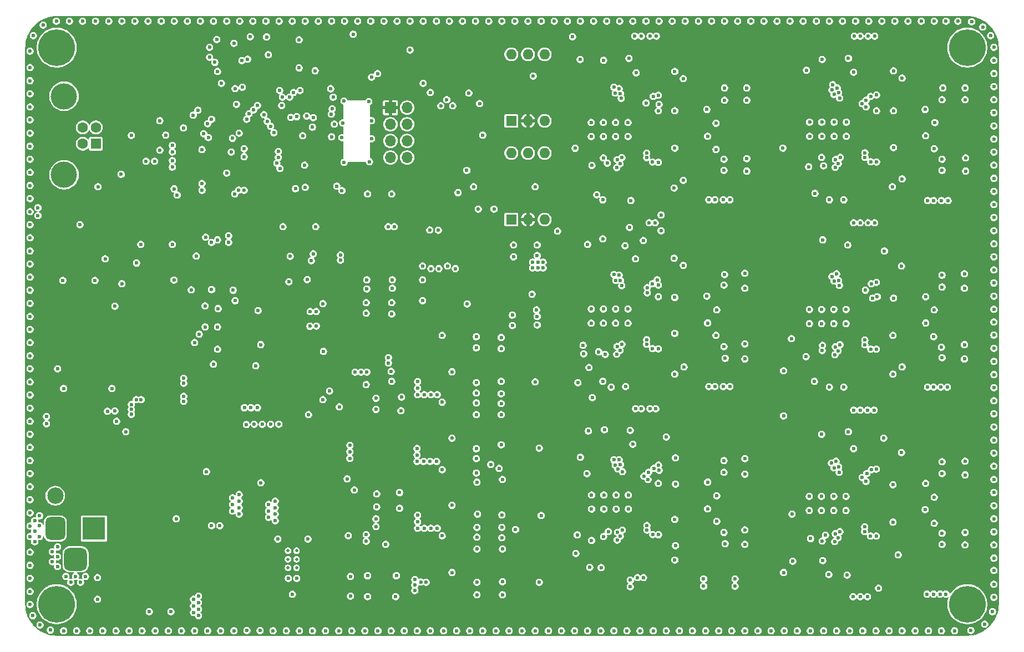
<source format=gbr>
G04 #@! TF.GenerationSoftware,KiCad,Pcbnew,9.0.4*
G04 #@! TF.CreationDate,2025-09-19T17:16:51+02:00*
G04 #@! TF.ProjectId,mobo,6d6f626f-2e6b-4696-9361-645f70636258,REV05*
G04 #@! TF.SameCoordinates,Original*
G04 #@! TF.FileFunction,Copper,L3,Inr*
G04 #@! TF.FilePolarity,Positive*
%FSLAX46Y46*%
G04 Gerber Fmt 4.6, Leading zero omitted, Abs format (unit mm)*
G04 Created by KiCad (PCBNEW 9.0.4) date 2025-09-19 17:16:51*
%MOMM*%
%LPD*%
G01*
G04 APERTURE LIST*
G04 Aperture macros list*
%AMRoundRect*
0 Rectangle with rounded corners*
0 $1 Rounding radius*
0 $2 $3 $4 $5 $6 $7 $8 $9 X,Y pos of 4 corners*
0 Add a 4 corners polygon primitive as box body*
4,1,4,$2,$3,$4,$5,$6,$7,$8,$9,$2,$3,0*
0 Add four circle primitives for the rounded corners*
1,1,$1+$1,$2,$3*
1,1,$1+$1,$4,$5*
1,1,$1+$1,$6,$7*
1,1,$1+$1,$8,$9*
0 Add four rect primitives between the rounded corners*
20,1,$1+$1,$2,$3,$4,$5,0*
20,1,$1+$1,$4,$5,$6,$7,0*
20,1,$1+$1,$6,$7,$8,$9,0*
20,1,$1+$1,$8,$9,$2,$3,0*%
G04 Aperture macros list end*
G04 #@! TA.AperFunction,ComponentPad*
%ADD10C,5.600000*%
G04 #@! TD*
G04 #@! TA.AperFunction,ComponentPad*
%ADD11R,1.600000X1.600000*%
G04 #@! TD*
G04 #@! TA.AperFunction,ComponentPad*
%ADD12O,1.600000X1.600000*%
G04 #@! TD*
G04 #@! TA.AperFunction,ComponentPad*
%ADD13R,3.500000X3.500000*%
G04 #@! TD*
G04 #@! TA.AperFunction,ComponentPad*
%ADD14C,2.500000*%
G04 #@! TD*
G04 #@! TA.AperFunction,ComponentPad*
%ADD15RoundRect,0.750000X-0.750000X-1.000000X0.750000X-1.000000X0.750000X1.000000X-0.750000X1.000000X0*%
G04 #@! TD*
G04 #@! TA.AperFunction,ComponentPad*
%ADD16RoundRect,0.875000X-0.875000X-0.875000X0.875000X-0.875000X0.875000X0.875000X-0.875000X0.875000X0*%
G04 #@! TD*
G04 #@! TA.AperFunction,ComponentPad*
%ADD17C,1.600000*%
G04 #@! TD*
G04 #@! TA.AperFunction,ComponentPad*
%ADD18C,4.000000*%
G04 #@! TD*
G04 #@! TA.AperFunction,HeatsinkPad*
%ADD19C,0.600000*%
G04 #@! TD*
G04 #@! TA.AperFunction,HeatsinkPad*
%ADD20C,0.500000*%
G04 #@! TD*
G04 #@! TA.AperFunction,ComponentPad*
%ADD21R,1.700000X1.700000*%
G04 #@! TD*
G04 #@! TA.AperFunction,ComponentPad*
%ADD22O,1.700000X1.700000*%
G04 #@! TD*
G04 #@! TA.AperFunction,ViaPad*
%ADD23C,0.600000*%
G04 #@! TD*
G04 #@! TA.AperFunction,Conductor*
%ADD24C,0.250000*%
G04 #@! TD*
G04 APERTURE END LIST*
D10*
X71600000Y-55000000D03*
D11*
X141000000Y-66187500D03*
D12*
X143540000Y-66187500D03*
X146080000Y-66187500D03*
X146080000Y-56027500D03*
X143540000Y-56027500D03*
X141000000Y-56027500D03*
D13*
X77300000Y-128437500D03*
D14*
X71400000Y-128437500D03*
D15*
X71400000Y-128437500D03*
D16*
X74500000Y-133137500D03*
D14*
X71400000Y-123437500D03*
D11*
X77587500Y-69675000D03*
D17*
X77587500Y-67175000D03*
X75587500Y-67175000D03*
X75587500Y-69675000D03*
D18*
X72727500Y-74425000D03*
X72727500Y-62425000D03*
D19*
X192100000Y-94987500D03*
X190233333Y-94987500D03*
X188366667Y-94987500D03*
X186500000Y-94987500D03*
X192100000Y-97137500D03*
X190233333Y-97137500D03*
X188366667Y-97137500D03*
X186500000Y-97137500D03*
X192125000Y-66387500D03*
X190258333Y-66387500D03*
X188391667Y-66387500D03*
X186525000Y-66387500D03*
X192125000Y-68537500D03*
X190258333Y-68537500D03*
X188391667Y-68537500D03*
X186525000Y-68537500D03*
D10*
X210600000Y-140000000D03*
D19*
X192075000Y-123525000D03*
X190208333Y-123525000D03*
X188341667Y-123525000D03*
X186475000Y-123525000D03*
X192075000Y-125675000D03*
X190208333Y-125675000D03*
X188341667Y-125675000D03*
X186475000Y-125675000D03*
D20*
X106912500Y-131835000D03*
X106912500Y-133135000D03*
X106912500Y-134435000D03*
X108212500Y-131835000D03*
X108212500Y-133135000D03*
X108212500Y-134435000D03*
D19*
X158850000Y-123312500D03*
X156983333Y-123312500D03*
X155116667Y-123312500D03*
X153250000Y-123312500D03*
X158850000Y-125462500D03*
X156983333Y-125462500D03*
X155116667Y-125462500D03*
X153250000Y-125462500D03*
X158800000Y-66425000D03*
X156933333Y-66425000D03*
X155066667Y-66425000D03*
X153200000Y-66425000D03*
X158800000Y-68575000D03*
X156933333Y-68575000D03*
X155066667Y-68575000D03*
X153200000Y-68575000D03*
X158800000Y-94925000D03*
X156933333Y-94925000D03*
X155066667Y-94925000D03*
X153200000Y-94925000D03*
X158800000Y-97075000D03*
X156933333Y-97075000D03*
X155066667Y-97075000D03*
X153200000Y-97075000D03*
D10*
X71600000Y-140000000D03*
D11*
X141000000Y-81250000D03*
D12*
X143540000Y-81250000D03*
X146080000Y-81250000D03*
X146080000Y-71090000D03*
X143540000Y-71090000D03*
X141000000Y-71090000D03*
D21*
X122550000Y-64170000D03*
D22*
X125090000Y-64170000D03*
X122550000Y-66710000D03*
X125090000Y-66710000D03*
X122550000Y-69250000D03*
X125090000Y-69250000D03*
X122550000Y-71790000D03*
X125090000Y-71790000D03*
D10*
X210600000Y-55000000D03*
D23*
X77550000Y-50950000D03*
X135650000Y-119950000D03*
X113250000Y-107450000D03*
X82650000Y-144050000D03*
X94250000Y-94450000D03*
X161550000Y-50950000D03*
X116450000Y-135750000D03*
X134650000Y-144050000D03*
X118050000Y-104550000D03*
X159175000Y-136325000D03*
X124250000Y-108350000D03*
X151950000Y-100450000D03*
X188650000Y-144050000D03*
X70050000Y-111350000D03*
X214650000Y-68950000D03*
X93250000Y-138750000D03*
X191550000Y-50950000D03*
X114925000Y-86650000D03*
X122200000Y-82350000D03*
X119050000Y-135650000D03*
X185550000Y-50950000D03*
X104625000Y-144050000D03*
X171150000Y-78250000D03*
X105550000Y-50950000D03*
X207650000Y-78350000D03*
X169550000Y-50950000D03*
X194250000Y-81750000D03*
X199350000Y-64650000D03*
X189550000Y-78250000D03*
X165950000Y-98650000D03*
X188550000Y-133350000D03*
X92500000Y-140250000D03*
X126700000Y-127400000D03*
X187350000Y-77250000D03*
X206750000Y-118250000D03*
X67550000Y-70050000D03*
X113975000Y-66685000D03*
X108600000Y-53800000D03*
X118950000Y-90450000D03*
X77850000Y-135950000D03*
X144650000Y-76250000D03*
X74650000Y-144050000D03*
X135650000Y-111050000D03*
X110250000Y-97550000D03*
X210250000Y-118150000D03*
X214650000Y-102900000D03*
X92500000Y-139250000D03*
X126650000Y-144050000D03*
X111550000Y-50950000D03*
X98462500Y-125750000D03*
X214650000Y-122950000D03*
X85250000Y-72350000D03*
X116350000Y-116700000D03*
X131550000Y-50950000D03*
X113550000Y-50950000D03*
X84650000Y-144050000D03*
X210250000Y-62950000D03*
X135750000Y-121350000D03*
X122250000Y-103150000D03*
X93250000Y-139750000D03*
X124150000Y-110450000D03*
X214650000Y-74950000D03*
X67550000Y-82050000D03*
X67550000Y-84050001D03*
X99450000Y-68050000D03*
X167250000Y-88250000D03*
X126275000Y-136225000D03*
X214650000Y-80950000D03*
X189550000Y-50950000D03*
X214650000Y-134850000D03*
X206750000Y-102350000D03*
X173550000Y-89650000D03*
X139150000Y-119250000D03*
X189550000Y-106850000D03*
X119350000Y-72410000D03*
X85750000Y-141150000D03*
X112250000Y-94100000D03*
X145250000Y-136650000D03*
X99462500Y-123250000D03*
X67550000Y-64050000D03*
X101750000Y-112500000D03*
X162650000Y-144050000D03*
X98650000Y-54350000D03*
X138350000Y-79650000D03*
X68750000Y-80650000D03*
X195350000Y-138850000D03*
X165950000Y-70350000D03*
X151550000Y-117550000D03*
X162050000Y-81750000D03*
X183550000Y-50950000D03*
X71550000Y-50950000D03*
X67550000Y-129650000D03*
X173350000Y-106750000D03*
X214650000Y-78950000D03*
X205450000Y-106850000D03*
X150650000Y-144050000D03*
X202650000Y-144050000D03*
X115475000Y-72510000D03*
X120450000Y-123150000D03*
X92500000Y-141250000D03*
X128650001Y-144050000D03*
X116450000Y-138750000D03*
X122750000Y-77350000D03*
X67550000Y-140050000D03*
X130650001Y-144050000D03*
X135650000Y-106150000D03*
X67950000Y-141750000D03*
X210250000Y-130950000D03*
X206750000Y-130850000D03*
X119675000Y-68910000D03*
X73550000Y-50950000D03*
X70050000Y-112450000D03*
X73750000Y-136650000D03*
X79350000Y-110550000D03*
X199350000Y-93250000D03*
X127175000Y-136625000D03*
X68250000Y-130450000D03*
X122750000Y-95650000D03*
X104962500Y-125250000D03*
X214650000Y-82950001D03*
X99050000Y-63650000D03*
X126600000Y-118200000D03*
X155550000Y-50950000D03*
X170350000Y-136150000D03*
X135650000Y-116250000D03*
X83800000Y-87900000D03*
X165950000Y-127050000D03*
X78650000Y-144050000D03*
X67550000Y-78050000D03*
X67550000Y-112050000D03*
X164650000Y-114450000D03*
X193350000Y-53250000D03*
X159550000Y-50950000D03*
X198650000Y-144050000D03*
X213250000Y-143050000D03*
X105950000Y-63850000D03*
X163850000Y-82950000D03*
X122750000Y-93950000D03*
X193250000Y-116250000D03*
X125550000Y-50950000D03*
X139650000Y-120950000D03*
X67550000Y-134050000D03*
X214650000Y-98900000D03*
X96150000Y-97650000D03*
X112650000Y-144050000D03*
X135250000Y-76250000D03*
X181550000Y-50950000D03*
X83000000Y-109500000D03*
X95250000Y-128000000D03*
X139450000Y-107850000D03*
X187550000Y-50950000D03*
X112250000Y-108750000D03*
X173650000Y-102450000D03*
X135650000Y-100850000D03*
X210350000Y-73850000D03*
X214650000Y-96900000D03*
X67550000Y-76050000D03*
X145550000Y-50950000D03*
X145050000Y-87750000D03*
X126600000Y-116200000D03*
X116650000Y-144050000D03*
X207350000Y-50950000D03*
X210150000Y-91750000D03*
X160850000Y-53250000D03*
X67550000Y-126050001D03*
X83000000Y-111000000D03*
X174350000Y-106750000D03*
X98462500Y-124750000D03*
X91000000Y-105500000D03*
X67550000Y-120050000D03*
X101250000Y-110000000D03*
X118850000Y-106450000D03*
X144950000Y-96050000D03*
X145850000Y-88650000D03*
X118850000Y-93950000D03*
X214650000Y-106925001D03*
X173450000Y-118050000D03*
X67550000Y-108050001D03*
X163150000Y-53250000D03*
X167550000Y-50950000D03*
X94250000Y-97650000D03*
X130450000Y-119450000D03*
X123950000Y-125350000D03*
X128650000Y-61850000D03*
X165850000Y-87150000D03*
X153550000Y-50950000D03*
X173550000Y-50950000D03*
X193150000Y-138850000D03*
X206750000Y-129150000D03*
X146650000Y-144050000D03*
X67550000Y-104050000D03*
X107550000Y-50950000D03*
X67550000Y-96050000D03*
X135650000Y-107750000D03*
X165950000Y-58650000D03*
X214650000Y-60950000D03*
X160250000Y-135950000D03*
X164650000Y-144050000D03*
X192350000Y-85150000D03*
X123350000Y-138850000D03*
X176650000Y-117750000D03*
X214650000Y-104925000D03*
X205450000Y-78350000D03*
X170649999Y-144050000D03*
X96150000Y-58650000D03*
X137850000Y-118650000D03*
X172050000Y-106750000D03*
X163550000Y-50950000D03*
X89550000Y-50950000D03*
X142650000Y-144050000D03*
X139450000Y-99250000D03*
X173550000Y-63050000D03*
X210250000Y-120250000D03*
X210250000Y-129050000D03*
X69000000Y-128000000D03*
X130450000Y-109150000D03*
X121825000Y-130850000D03*
X77850000Y-139250000D03*
X152550000Y-120050000D03*
X161150000Y-84450000D03*
X176650000Y-91750000D03*
X162950000Y-81750000D03*
X173450000Y-119850000D03*
X214650000Y-128950000D03*
X67550000Y-60050000D03*
X126275000Y-137075000D03*
X118850000Y-129350000D03*
X199250000Y-127450000D03*
X173450000Y-72050000D03*
X115450000Y-63150000D03*
X154950000Y-78250000D03*
X199250000Y-98950000D03*
X158950000Y-56650000D03*
X176950000Y-71950000D03*
X109450000Y-72950000D03*
X165950000Y-93150000D03*
X206750000Y-89750000D03*
X135650000Y-99150000D03*
X173450000Y-91250000D03*
X128600000Y-118200000D03*
X210250000Y-61150000D03*
X197050000Y-137550000D03*
X144250000Y-87750000D03*
X135550000Y-50950000D03*
X83750000Y-108750000D03*
X127700000Y-128400000D03*
X136650000Y-68350000D03*
X71750000Y-132750000D03*
X199550000Y-50950000D03*
X204550000Y-106850000D03*
X139650000Y-138550000D03*
X110775000Y-86500000D03*
X69000000Y-129650000D03*
X214650000Y-88950000D03*
X126700000Y-126400000D03*
X167250000Y-75250000D03*
X91000000Y-109000000D03*
X113550000Y-68610000D03*
X115150000Y-68750000D03*
X81450000Y-74350000D03*
X69550000Y-51550000D03*
X135750000Y-128250000D03*
X86550000Y-72350000D03*
X174650000Y-144050000D03*
X124649999Y-144050000D03*
X103000000Y-112500000D03*
X123950000Y-122950000D03*
X69000000Y-126500000D03*
X163850000Y-80550000D03*
X206750000Y-62950000D03*
X67550000Y-58050001D03*
X114925000Y-87450000D03*
X92650000Y-100050000D03*
X135750000Y-131550000D03*
X210150000Y-100350000D03*
X128700000Y-128400000D03*
X126700000Y-108000000D03*
X195450000Y-81750000D03*
X175550000Y-50950000D03*
X116375000Y-115725000D03*
X194250000Y-110350000D03*
X192650000Y-144050000D03*
X214650000Y-124950000D03*
X113525000Y-65150000D03*
X138650000Y-144050000D03*
X100250000Y-110000000D03*
X93250000Y-141750000D03*
X99462500Y-126250000D03*
X190650000Y-144050000D03*
X214650000Y-108925000D03*
X166650000Y-144050000D03*
X214650000Y-70950001D03*
X193250000Y-110350000D03*
X176650000Y-100250000D03*
X206550000Y-106850000D03*
X67550000Y-100050000D03*
X173650000Y-130750000D03*
X173350000Y-78250000D03*
X186650000Y-144050000D03*
X167350000Y-103750000D03*
X139550000Y-129850000D03*
X89250000Y-69950000D03*
X72650000Y-107050000D03*
X80650001Y-144050000D03*
X167250000Y-59750000D03*
X75250000Y-136650000D03*
X174350000Y-78250000D03*
X74500000Y-135750000D03*
X129550000Y-50950000D03*
X159850000Y-53250000D03*
X139550000Y-50950000D03*
X139450000Y-100950000D03*
X67550000Y-102049999D03*
X111225000Y-95300000D03*
X152975000Y-134375000D03*
X120350000Y-128125000D03*
X111150000Y-82350000D03*
X214650000Y-90950000D03*
X100550000Y-112550000D03*
X172650000Y-144050000D03*
X214650000Y-62950000D03*
X166050000Y-117650000D03*
X204650000Y-144050000D03*
X206750000Y-91550000D03*
X214650000Y-94950001D03*
X165950000Y-133250000D03*
X135950000Y-79650000D03*
X135750000Y-136650000D03*
X179550000Y-50950000D03*
X144650001Y-144050000D03*
X209150000Y-50950000D03*
X86650000Y-144050000D03*
X96500000Y-128000000D03*
X103962500Y-124750000D03*
X165950000Y-104850000D03*
X135750000Y-138550000D03*
X94650000Y-144050000D03*
X103962500Y-125750000D03*
X201550000Y-50950000D03*
X81550000Y-50950000D03*
X126700000Y-106000000D03*
X136150000Y-63550000D03*
X117150000Y-104550000D03*
X96050000Y-53750000D03*
X91000000Y-108250000D03*
X72650001Y-144050000D03*
X214650000Y-58950001D03*
X119050000Y-138850000D03*
X214650000Y-132950000D03*
X119550000Y-50950000D03*
X199350000Y-58550000D03*
X197550000Y-50950000D03*
X176650000Y-144050000D03*
X119050000Y-77350000D03*
X214650000Y-138950000D03*
X76650001Y-144050000D03*
X135650000Y-109250000D03*
X115250000Y-66510000D03*
X67550000Y-132050000D03*
X193550000Y-50950000D03*
X189450000Y-135450000D03*
X99462500Y-124250000D03*
X120350000Y-126950000D03*
X87550000Y-50950000D03*
X119250000Y-63250000D03*
X141150000Y-97450000D03*
X154050000Y-77450000D03*
X172050000Y-78250000D03*
X81550000Y-91050000D03*
X127550000Y-60450000D03*
X75550000Y-50950000D03*
X70650000Y-143950000D03*
X129700000Y-128400000D03*
X211150000Y-144000000D03*
X137550000Y-50950000D03*
X73000000Y-135750000D03*
X67550000Y-128050000D03*
X206650000Y-100750000D03*
X206450000Y-138450000D03*
X214650000Y-136950000D03*
X95550000Y-50950000D03*
X134500000Y-61950000D03*
X106950000Y-136050000D03*
X165550000Y-50950000D03*
X139550000Y-128250000D03*
X130450000Y-129550000D03*
X214650000Y-126950000D03*
X162150000Y-53250000D03*
X128700000Y-108000000D03*
X144650000Y-106050000D03*
X127450000Y-93650000D03*
X126275000Y-137900000D03*
X176950000Y-73850000D03*
X191750000Y-106850000D03*
X67550000Y-68049999D03*
X205550000Y-50950000D03*
X176650000Y-102550000D03*
X139650000Y-136550000D03*
X214150000Y-53150000D03*
X145250000Y-116150000D03*
X119650000Y-66150000D03*
X206850000Y-61150000D03*
X127450000Y-90450000D03*
X204450000Y-138450000D03*
X214450000Y-141150000D03*
X79550000Y-50950000D03*
X111250000Y-97525000D03*
X170350000Y-137250000D03*
X70950000Y-133500000D03*
X147550000Y-50950000D03*
X173450000Y-100650000D03*
X95250000Y-84750000D03*
X139450000Y-115650000D03*
X195550000Y-50950000D03*
X145550000Y-126450000D03*
X104250000Y-112500000D03*
X107250000Y-86850000D03*
X214650000Y-100900000D03*
X96250000Y-94850000D03*
X118850000Y-130375000D03*
X121550000Y-50950000D03*
X97550000Y-50950000D03*
X93800000Y-76800000D03*
X180650000Y-144050000D03*
X106150000Y-82350000D03*
X83550000Y-50950000D03*
X166050000Y-121650000D03*
X67550000Y-80050000D03*
X141150000Y-95850000D03*
X113650000Y-64350000D03*
X197850000Y-114650000D03*
X144250000Y-88650000D03*
X187250000Y-105950000D03*
X171150000Y-106750000D03*
X67550000Y-88050001D03*
X139450000Y-111050000D03*
X100650000Y-144025000D03*
X184650000Y-144050000D03*
X103550000Y-50950000D03*
X200650000Y-59650000D03*
X123550000Y-50950000D03*
X132850000Y-77150000D03*
X214650000Y-118925000D03*
X206750000Y-120050000D03*
X176650000Y-128650000D03*
X89250000Y-72250000D03*
X214650000Y-84950000D03*
X211250000Y-51050000D03*
X88250000Y-68350000D03*
X84500000Y-108750000D03*
X134275000Y-94150000D03*
X205450000Y-138450000D03*
X175150000Y-136150000D03*
X206650000Y-78350000D03*
X109150000Y-68450000D03*
X117550000Y-50950000D03*
X91000000Y-106250000D03*
X199250000Y-104850000D03*
X135750000Y-129750000D03*
X89050000Y-141150000D03*
X152650000Y-144050000D03*
X127700000Y-108000000D03*
X123150000Y-82350000D03*
X70950000Y-132000000D03*
X200650000Y-144050000D03*
X102350000Y-95150000D03*
X212950000Y-51850000D03*
X90649999Y-144050000D03*
X120350000Y-110250000D03*
X85550000Y-50950000D03*
X68050000Y-53150000D03*
X91550000Y-50950000D03*
X200050000Y-132450000D03*
X143550000Y-50950000D03*
X176650000Y-130850000D03*
X214650000Y-76950000D03*
X102250000Y-110000000D03*
X166050000Y-131050000D03*
X210150000Y-102550000D03*
X214650000Y-120950000D03*
X114650001Y-144050000D03*
X120650000Y-144050000D03*
X67550000Y-124050000D03*
X214650000Y-116924999D03*
X200650000Y-103750000D03*
X145850000Y-87750000D03*
X200550000Y-116850000D03*
X173550000Y-61150000D03*
X175150000Y-137250000D03*
X77450000Y-90550000D03*
X84450000Y-85050000D03*
X135650000Y-117750000D03*
X71750000Y-104050000D03*
X154650000Y-144050000D03*
X122750000Y-105950000D03*
X106650001Y-144050000D03*
X93550000Y-50950000D03*
X67550000Y-92050001D03*
X159050000Y-82450000D03*
X160650000Y-144050000D03*
X94450000Y-119750000D03*
X89250000Y-85050000D03*
X67550000Y-136049999D03*
X206750000Y-72050000D03*
X95550000Y-103350000D03*
X156250000Y-106850000D03*
X141650000Y-128600000D03*
X176650000Y-120150000D03*
X141350000Y-86950000D03*
X214650000Y-92950000D03*
X192250000Y-135550000D03*
X139450000Y-105950000D03*
X194250000Y-53250000D03*
X196650000Y-144050000D03*
X139450000Y-109350000D03*
X67550000Y-66050000D03*
X193250000Y-81750000D03*
X122650000Y-104450000D03*
X122250000Y-102350000D03*
X69050000Y-143150000D03*
X114750000Y-109850000D03*
X165950000Y-64650000D03*
X67550000Y-74050001D03*
X159250000Y-78350000D03*
X199150000Y-76250000D03*
X178650000Y-144050000D03*
X110650001Y-144050000D03*
X67550000Y-98050000D03*
X80750000Y-112050000D03*
X96650000Y-144050000D03*
X144950000Y-97350000D03*
X129600000Y-118200000D03*
X200550000Y-88350000D03*
X88650000Y-144050000D03*
X158350000Y-85250000D03*
X163050000Y-110150000D03*
X176950000Y-63050000D03*
X210150000Y-89550000D03*
X199350000Y-70250000D03*
X132650000Y-144050000D03*
X102650000Y-144025000D03*
X83000000Y-110250000D03*
X194250000Y-138850000D03*
X98462500Y-123750000D03*
X68250000Y-128850000D03*
X120450000Y-125150000D03*
X67550000Y-62050000D03*
X141350000Y-85150000D03*
X196350000Y-110350000D03*
X89250000Y-70950000D03*
X67550000Y-72050001D03*
X144950000Y-85150000D03*
X122650000Y-144050000D03*
X126700000Y-107000000D03*
X116350000Y-117725000D03*
X157550000Y-50950000D03*
X127600000Y-118200000D03*
X177550000Y-50950000D03*
X67550000Y-55550000D03*
X120350000Y-108550000D03*
X118950000Y-91850000D03*
X199250000Y-121750000D03*
X151550000Y-50950000D03*
X214650000Y-56950000D03*
X158649999Y-144050000D03*
X133550000Y-50950000D03*
X214650000Y-72950000D03*
X154700000Y-134425000D03*
X204550000Y-78350000D03*
X67550000Y-118050001D03*
X98650000Y-144050000D03*
X132450000Y-88750000D03*
X159150000Y-113450000D03*
X118650000Y-144050000D03*
X168650000Y-144050000D03*
X206649999Y-144050000D03*
X68750000Y-79450000D03*
X140650001Y-144050000D03*
X214650000Y-114924999D03*
X104962500Y-126250000D03*
X191750000Y-78250000D03*
X196450000Y-81750000D03*
X103640000Y-53360000D03*
X206750000Y-73750000D03*
X214650000Y-130950001D03*
X162150000Y-110150000D03*
X118950000Y-104550000D03*
X139650000Y-131550000D03*
X104962500Y-127250000D03*
X72550000Y-90550000D03*
X98850000Y-93650000D03*
X89850000Y-126950000D03*
X134200000Y-73750000D03*
X203550000Y-50950000D03*
X68250000Y-127250000D03*
X210350000Y-71850000D03*
X109550000Y-50950000D03*
X99462500Y-125250000D03*
X173450000Y-129050000D03*
X176950000Y-61150000D03*
X136650000Y-144050000D03*
X161175000Y-135950000D03*
X196450000Y-53250000D03*
X130450000Y-98950000D03*
X67550000Y-114050000D03*
X93250000Y-140750000D03*
X156650000Y-144050000D03*
X118850000Y-95550000D03*
X214650000Y-110925000D03*
X126600000Y-117200000D03*
X214650000Y-64950000D03*
X98250000Y-70950000D03*
X67550000Y-110050000D03*
X149550000Y-50950000D03*
X122850000Y-91750000D03*
X67550000Y-138050000D03*
X214650000Y-86950000D03*
X128000000Y-136650000D03*
X126700000Y-128400000D03*
X67550000Y-116050000D03*
X71750000Y-134250000D03*
X195450000Y-53250000D03*
X173450000Y-73750000D03*
X214650000Y-66950000D03*
X127550000Y-50950000D03*
X144950000Y-86750000D03*
X71750000Y-131250000D03*
X122850000Y-90450000D03*
X103962500Y-126750000D03*
X160850000Y-110150000D03*
X108650000Y-144050000D03*
X105500000Y-112500000D03*
X176650000Y-89450000D03*
X159150000Y-137325000D03*
X67550000Y-94050000D03*
X135850000Y-126250000D03*
X207350000Y-138450000D03*
X145050000Y-88650000D03*
X129700000Y-108000000D03*
X115550000Y-50950000D03*
X208650000Y-144050000D03*
X101150000Y-53350000D03*
X192450000Y-56650000D03*
X158450000Y-106750000D03*
X195350000Y-110350000D03*
X104962500Y-124250000D03*
X76000000Y-135750000D03*
X207550000Y-106850000D03*
X148650001Y-144050000D03*
X139550000Y-126350000D03*
X165850000Y-76450000D03*
X200650000Y-75050000D03*
X110300000Y-95300000D03*
X159950000Y-110150000D03*
X192450000Y-113650000D03*
X67550000Y-122050001D03*
X154950000Y-105950000D03*
X194649999Y-144050000D03*
X171550000Y-50950000D03*
X67550000Y-106050001D03*
X67550000Y-90050000D03*
X214650000Y-112924999D03*
X99550000Y-50950000D03*
X141550000Y-50950000D03*
X92650000Y-144050000D03*
X197950000Y-86050000D03*
X108250000Y-136050000D03*
X112325000Y-101375000D03*
X182649999Y-144050000D03*
X67550000Y-86050000D03*
X102000000Y-103575000D03*
X101550000Y-50950000D03*
X123450000Y-135650000D03*
X214650000Y-54950000D03*
X89250000Y-73250000D03*
X87350000Y-66150000D03*
X87350000Y-70650000D03*
X114250000Y-99250000D03*
X113050000Y-96450000D03*
X190550000Y-113650000D03*
X119925000Y-62575000D03*
X153050000Y-101750000D03*
X155350000Y-74050000D03*
X87750000Y-107500000D03*
X157150000Y-113650000D03*
X110650000Y-70850000D03*
X104050000Y-82350000D03*
X97350000Y-56050000D03*
X114550000Y-112650000D03*
X114850000Y-96450000D03*
X85950000Y-108500000D03*
X157150000Y-85250000D03*
X114375000Y-90475000D03*
X85950000Y-106500000D03*
X186150000Y-132475000D03*
X99950000Y-72750000D03*
X86850000Y-106950000D03*
X190450000Y-56850000D03*
X87790000Y-72650000D03*
X87750000Y-106500000D03*
X190350000Y-85150000D03*
X138450000Y-55650000D03*
X138650000Y-72450000D03*
X134350000Y-90550000D03*
X111150000Y-53950000D03*
X113950000Y-96450000D03*
X188650000Y-102450000D03*
X113825000Y-63475000D03*
X134450000Y-67650000D03*
X157050000Y-56850000D03*
X155550000Y-130650000D03*
X86850000Y-108050000D03*
X82350000Y-102600000D03*
X110650000Y-68450000D03*
X87750000Y-108500000D03*
X85950000Y-107500000D03*
X188500000Y-74200000D03*
X152750000Y-113550000D03*
X186050000Y-58450000D03*
X159950000Y-87250000D03*
X160050000Y-58850000D03*
X159550000Y-115550000D03*
X193250000Y-58750000D03*
X152650000Y-85050000D03*
X80500000Y-110500000D03*
X151500000Y-56800000D03*
X204250000Y-68450000D03*
X205550000Y-70450000D03*
X205650000Y-66450000D03*
X204150000Y-64450000D03*
X89500000Y-90500000D03*
X95250000Y-91950000D03*
X98550000Y-92050000D03*
X92150000Y-92000000D03*
X80050000Y-107050000D03*
X107575000Y-138475000D03*
X102762500Y-121450000D03*
X75150000Y-82050000D03*
X105350000Y-130050000D03*
X109950000Y-130050000D03*
X170950000Y-68550000D03*
X172250000Y-70550000D03*
X172250000Y-66550000D03*
X170850000Y-64450000D03*
X170950000Y-97050000D03*
X172250000Y-98950000D03*
X172350000Y-95050000D03*
X170850000Y-92950000D03*
X204150000Y-125550000D03*
X205550000Y-127650000D03*
X205550000Y-123650000D03*
X204250000Y-121550000D03*
X204250000Y-97050000D03*
X205450000Y-99150000D03*
X205550000Y-95050000D03*
X204250000Y-93050000D03*
X170950000Y-125450000D03*
X172350000Y-127350000D03*
X172350000Y-123450000D03*
X170950000Y-121350000D03*
X144850000Y-95050000D03*
X144150000Y-92650000D03*
X93774223Y-70561661D03*
X93775000Y-75750000D03*
X90000000Y-77500000D03*
X89529509Y-76559018D03*
X131950000Y-135150000D03*
X131937500Y-124900000D03*
X131937500Y-114650000D03*
X131937500Y-104500000D03*
X188450000Y-56800000D03*
X77900000Y-76250000D03*
X83000000Y-68400000D03*
X108050000Y-76550000D03*
X115150000Y-76850000D03*
X114350000Y-76150000D03*
X109550000Y-76325000D03*
X107350000Y-65650000D03*
X131150000Y-62950000D03*
X130250000Y-63875000D03*
X132050000Y-63875000D03*
X108250000Y-65550000D03*
X144350000Y-59350000D03*
X96750000Y-60450000D03*
X116850000Y-52950000D03*
X155075000Y-56925000D03*
X95750000Y-57250000D03*
X152850000Y-103850000D03*
X113425000Y-61275000D03*
X111050000Y-58525000D03*
X154950000Y-84200000D03*
X103750000Y-66250000D03*
X183950000Y-133412500D03*
X188350000Y-114050000D03*
X103250000Y-65250000D03*
X183750000Y-99450000D03*
X106050000Y-62550000D03*
X105650000Y-61550000D03*
X188550000Y-84350000D03*
X150850000Y-132250000D03*
X100950000Y-65100000D03*
X100600000Y-65950000D03*
X129850000Y-82875000D03*
X148050000Y-83025000D03*
X155200000Y-113350000D03*
X188350000Y-71750000D03*
X94950000Y-54950000D03*
X188650000Y-73050000D03*
X94950000Y-56450000D03*
X105450000Y-71750000D03*
X154350000Y-101450000D03*
X105203116Y-72650000D03*
X155350000Y-101850000D03*
X188450000Y-101250000D03*
X108600000Y-58100000D03*
X104250000Y-67000000D03*
X188450000Y-130350000D03*
X155800000Y-128900000D03*
X102250000Y-63850000D03*
X101650000Y-64500000D03*
X155075000Y-129650000D03*
X104750000Y-68000000D03*
X188950000Y-129450000D03*
X100750000Y-56775000D03*
X155650000Y-72650000D03*
X99891942Y-56991942D03*
X155050000Y-71850000D03*
X188500830Y-100451614D03*
X107150000Y-62550000D03*
X191200000Y-71762500D03*
X190900000Y-72687500D03*
X196750000Y-72462500D03*
X190475000Y-72087500D03*
X190425000Y-73287500D03*
X194975000Y-71762500D03*
X194975000Y-71062500D03*
X195875000Y-72437500D03*
X190250000Y-62150000D03*
X191100000Y-62712500D03*
X195850000Y-62450000D03*
X194550000Y-63550000D03*
X196750000Y-64650000D03*
X195150000Y-63050000D03*
X189950000Y-61450000D03*
X190050000Y-60650000D03*
X190950000Y-61850000D03*
X190750000Y-61150000D03*
X196750000Y-62237500D03*
X195150000Y-64050000D03*
X161650000Y-71800000D03*
X162550000Y-72475000D03*
X163425000Y-72500000D03*
X157100000Y-73325000D03*
X161650000Y-71100000D03*
X157150000Y-72125000D03*
X157575000Y-72725000D03*
X157875000Y-71800000D03*
X156650000Y-61050000D03*
X156850000Y-61950000D03*
X163550000Y-63650000D03*
X157450000Y-61250000D03*
X163450000Y-64650000D03*
X162650000Y-62450000D03*
X157775000Y-62750000D03*
X157650000Y-62050000D03*
X161550000Y-63450000D03*
X163425000Y-62275000D03*
X161650000Y-99600000D03*
X157575000Y-101225000D03*
X157875000Y-100300000D03*
X157100000Y-101825000D03*
X157150000Y-100625000D03*
X163425000Y-101000000D03*
X161650000Y-100300000D03*
X162550000Y-100975000D03*
X161750000Y-92450000D03*
X157850000Y-91350000D03*
X163450000Y-91250000D03*
X156950000Y-90550000D03*
X157450000Y-89750000D03*
X162550000Y-91050000D03*
X161750000Y-91650000D03*
X163250000Y-90450000D03*
X163450000Y-93050000D03*
X156650000Y-89650000D03*
X157650000Y-90550000D03*
X194925000Y-128900000D03*
X190375000Y-130425000D03*
X195825000Y-129575000D03*
X191150000Y-128900000D03*
X196700000Y-129600000D03*
X194925000Y-128200000D03*
X190425000Y-129225000D03*
X190850000Y-129825000D03*
X195950000Y-119450000D03*
X195150000Y-121250000D03*
X191050000Y-119850000D03*
X190950000Y-119050000D03*
X195250000Y-120050000D03*
X189850000Y-118450000D03*
X190550000Y-118150000D03*
X190250000Y-119150000D03*
X194550000Y-120650000D03*
X196700000Y-119375000D03*
X190875000Y-101287500D03*
X194950000Y-99662500D03*
X191175000Y-100362500D03*
X196725000Y-101062500D03*
X194950000Y-100362500D03*
X190400000Y-101887500D03*
X190450000Y-100687500D03*
X195850000Y-101037500D03*
X196150000Y-93250000D03*
X191075000Y-91312500D03*
X195050000Y-92050000D03*
X196850000Y-93050000D03*
X195950000Y-91050000D03*
X190650000Y-89550000D03*
X190250000Y-90650000D03*
X196725000Y-90837500D03*
X190950000Y-90550000D03*
X189950000Y-89950000D03*
X161700000Y-128687500D03*
X161700000Y-127987500D03*
X157150000Y-130212500D03*
X157625000Y-129612500D03*
X157925000Y-128687500D03*
X163475000Y-129387500D03*
X157200000Y-129012500D03*
X162600000Y-129362500D03*
X157450000Y-117950000D03*
X161250000Y-120450000D03*
X161850000Y-120950000D03*
X161950000Y-119850000D03*
X163550000Y-119550000D03*
X163475000Y-118750000D03*
X157250000Y-119350000D03*
X156850000Y-118750000D03*
X156650000Y-117950000D03*
X162750000Y-119250000D03*
X163450000Y-121550000D03*
X157950000Y-119750000D03*
X157650000Y-118650000D03*
X92450000Y-65310000D03*
X129950000Y-88750000D03*
X128727500Y-88750000D03*
X93150000Y-64550000D03*
X127457500Y-88350000D03*
X100225000Y-70450000D03*
X131250000Y-88350000D03*
X100225000Y-71650000D03*
X186387500Y-73187500D03*
X153293750Y-72993750D03*
X152050000Y-101750000D03*
X186681250Y-129981250D03*
X185975000Y-102175000D03*
X153250000Y-130250000D03*
X182450000Y-70350000D03*
X99950000Y-61050000D03*
X150350000Y-53350000D03*
X125550000Y-55350000D03*
X98850000Y-61250000D03*
X150750000Y-70375000D03*
X182550000Y-111250000D03*
X182550000Y-104350000D03*
X182550000Y-135150000D03*
X98794612Y-77325871D03*
X151050000Y-129400000D03*
X99368324Y-76768324D03*
X100225000Y-76794529D03*
X128550000Y-82850000D03*
X153350000Y-108450000D03*
X151150000Y-106150000D03*
X183850000Y-126250000D03*
X105675000Y-73450000D03*
X109750000Y-65450000D03*
X120575000Y-58975000D03*
X108750000Y-61550000D03*
X82150000Y-113650000D03*
X102750000Y-100350000D03*
X94050000Y-68150000D03*
X94350000Y-83950000D03*
X79000000Y-87250000D03*
X110650000Y-67150000D03*
X117050000Y-122550000D03*
X97550000Y-74150000D03*
X93350000Y-98750000D03*
X96150000Y-101050000D03*
X80500000Y-94500000D03*
X115950000Y-120850000D03*
X103904442Y-56079442D03*
X92925000Y-86825000D03*
X94750000Y-68750000D03*
X96150000Y-84350000D03*
X107750000Y-61850000D03*
X119675000Y-59500000D03*
X105450000Y-70850000D03*
X110050000Y-111050000D03*
X90950000Y-67250000D03*
X94650000Y-66625000D03*
X97850000Y-84750000D03*
X97850000Y-83750000D03*
X95250000Y-65935000D03*
X110750000Y-65685000D03*
X113800000Y-62575000D03*
X110475000Y-87525000D03*
X98450000Y-68850000D03*
X107050000Y-90750000D03*
X116112500Y-129537500D03*
X109850000Y-90425000D03*
D24*
X89529509Y-76559018D02*
X89529509Y-76529509D01*
G04 #@! TA.AperFunction,Conductor*
G36*
X210601351Y-50200559D02*
G01*
X211015593Y-50218645D01*
X211021011Y-50219120D01*
X211430728Y-50273060D01*
X211436063Y-50274000D01*
X211839566Y-50363454D01*
X211844791Y-50364855D01*
X212238928Y-50489126D01*
X212244042Y-50490987D01*
X212625840Y-50649134D01*
X212630770Y-50651432D01*
X212997338Y-50842255D01*
X213002038Y-50844968D01*
X213350571Y-51067009D01*
X213355038Y-51070136D01*
X213638983Y-51288015D01*
X213682900Y-51321713D01*
X213687072Y-51325215D01*
X213776388Y-51407057D01*
X213991746Y-51604397D01*
X213995602Y-51608253D01*
X214221816Y-51855121D01*
X214251961Y-51888020D01*
X214274781Y-51912923D01*
X214278286Y-51917099D01*
X214529863Y-52244961D01*
X214532990Y-52249428D01*
X214755024Y-52597950D01*
X214757748Y-52602668D01*
X214819785Y-52721841D01*
X214948564Y-52969224D01*
X214950868Y-52974165D01*
X215109010Y-53355952D01*
X215110875Y-53361076D01*
X215235141Y-53755198D01*
X215236548Y-53760449D01*
X215323838Y-54154183D01*
X215325994Y-54163908D01*
X215326940Y-54169277D01*
X215380878Y-54578981D01*
X215381354Y-54584413D01*
X215399441Y-54998648D01*
X215399500Y-55001374D01*
X215399500Y-139998625D01*
X215399441Y-140001351D01*
X215381354Y-140415586D01*
X215380878Y-140421018D01*
X215326940Y-140830722D01*
X215325995Y-140836085D01*
X215236550Y-141239545D01*
X215235141Y-141244801D01*
X215110875Y-141638923D01*
X215109010Y-141644047D01*
X214950868Y-142025834D01*
X214948564Y-142030775D01*
X214757750Y-142397327D01*
X214755024Y-142402049D01*
X214532990Y-142750571D01*
X214529863Y-142755038D01*
X214278286Y-143082900D01*
X214274781Y-143087076D01*
X213995602Y-143391746D01*
X213991746Y-143395602D01*
X213687076Y-143674781D01*
X213682900Y-143678286D01*
X213355038Y-143929863D01*
X213350571Y-143932990D01*
X213002049Y-144155024D01*
X212997327Y-144157750D01*
X212630775Y-144348564D01*
X212625834Y-144350868D01*
X212244047Y-144509010D01*
X212238923Y-144510875D01*
X211844801Y-144635141D01*
X211839545Y-144636550D01*
X211436085Y-144725995D01*
X211430722Y-144726940D01*
X211021018Y-144780878D01*
X211015586Y-144781354D01*
X210601351Y-144799441D01*
X210598625Y-144799500D01*
X71601375Y-144799500D01*
X71598649Y-144799441D01*
X71184413Y-144781354D01*
X71178981Y-144780878D01*
X70769277Y-144726940D01*
X70763918Y-144725995D01*
X70360449Y-144636548D01*
X70355198Y-144635141D01*
X69961076Y-144510875D01*
X69955952Y-144509010D01*
X69574165Y-144350868D01*
X69569224Y-144348564D01*
X69355836Y-144237482D01*
X69202668Y-144157748D01*
X69197950Y-144155024D01*
X69146855Y-144122473D01*
X68989891Y-144022475D01*
X68849428Y-143932990D01*
X68844961Y-143929862D01*
X68836036Y-143923013D01*
X68836034Y-143923013D01*
X68776746Y-143877520D01*
X70099500Y-143877520D01*
X70099500Y-144022479D01*
X70137015Y-144162482D01*
X70137015Y-144162484D01*
X70137016Y-144162485D01*
X70194749Y-144262482D01*
X70209492Y-144288016D01*
X70209495Y-144288020D01*
X70311979Y-144390504D01*
X70311983Y-144390507D01*
X70311985Y-144390509D01*
X70437515Y-144462984D01*
X70468659Y-144471329D01*
X70577520Y-144500499D01*
X70577522Y-144500499D01*
X70577525Y-144500500D01*
X70577527Y-144500500D01*
X70722473Y-144500500D01*
X70722475Y-144500500D01*
X70862485Y-144462984D01*
X70988015Y-144390509D01*
X71090509Y-144288015D01*
X71162984Y-144162485D01*
X71200500Y-144022475D01*
X71200500Y-143977520D01*
X72099501Y-143977520D01*
X72099501Y-144122479D01*
X72137016Y-144262482D01*
X72137016Y-144262484D01*
X72209491Y-144388013D01*
X72209496Y-144388020D01*
X72311980Y-144490504D01*
X72311984Y-144490507D01*
X72311986Y-144490509D01*
X72437516Y-144562984D01*
X72484222Y-144575499D01*
X72577521Y-144600499D01*
X72577523Y-144600499D01*
X72577526Y-144600500D01*
X72577528Y-144600500D01*
X72722474Y-144600500D01*
X72722476Y-144600500D01*
X72862486Y-144562984D01*
X72988016Y-144490509D01*
X73090510Y-144388015D01*
X73162985Y-144262485D01*
X73200501Y-144122475D01*
X73200501Y-143977525D01*
X73200500Y-143977520D01*
X74099500Y-143977520D01*
X74099500Y-144122479D01*
X74137015Y-144262482D01*
X74137015Y-144262484D01*
X74209490Y-144388013D01*
X74209495Y-144388020D01*
X74311979Y-144490504D01*
X74311983Y-144490507D01*
X74311985Y-144490509D01*
X74437515Y-144562984D01*
X74484221Y-144575499D01*
X74577520Y-144600499D01*
X74577522Y-144600499D01*
X74577525Y-144600500D01*
X74577527Y-144600500D01*
X74722473Y-144600500D01*
X74722475Y-144600500D01*
X74862485Y-144562984D01*
X74988015Y-144490509D01*
X75090509Y-144388015D01*
X75162984Y-144262485D01*
X75200500Y-144122475D01*
X75200500Y-143977525D01*
X75200499Y-143977520D01*
X76099501Y-143977520D01*
X76099501Y-144122479D01*
X76137016Y-144262482D01*
X76137016Y-144262484D01*
X76209491Y-144388013D01*
X76209496Y-144388020D01*
X76311980Y-144490504D01*
X76311984Y-144490507D01*
X76311986Y-144490509D01*
X76437516Y-144562984D01*
X76484222Y-144575499D01*
X76577521Y-144600499D01*
X76577523Y-144600499D01*
X76577526Y-144600500D01*
X76577528Y-144600500D01*
X76722474Y-144600500D01*
X76722476Y-144600500D01*
X76862486Y-144562984D01*
X76988016Y-144490509D01*
X77090510Y-144388015D01*
X77162985Y-144262485D01*
X77200501Y-144122475D01*
X77200501Y-143977525D01*
X77200500Y-143977520D01*
X78099500Y-143977520D01*
X78099500Y-144122479D01*
X78137015Y-144262482D01*
X78137015Y-144262484D01*
X78209490Y-144388013D01*
X78209495Y-144388020D01*
X78311979Y-144490504D01*
X78311983Y-144490507D01*
X78311985Y-144490509D01*
X78437515Y-144562984D01*
X78484221Y-144575499D01*
X78577520Y-144600499D01*
X78577522Y-144600499D01*
X78577525Y-144600500D01*
X78577527Y-144600500D01*
X78722473Y-144600500D01*
X78722475Y-144600500D01*
X78862485Y-144562984D01*
X78988015Y-144490509D01*
X79090509Y-144388015D01*
X79162984Y-144262485D01*
X79200500Y-144122475D01*
X79200500Y-143977525D01*
X79200499Y-143977520D01*
X80099501Y-143977520D01*
X80099501Y-144122479D01*
X80137016Y-144262482D01*
X80137016Y-144262484D01*
X80209491Y-144388013D01*
X80209496Y-144388020D01*
X80311980Y-144490504D01*
X80311984Y-144490507D01*
X80311986Y-144490509D01*
X80437516Y-144562984D01*
X80484222Y-144575499D01*
X80577521Y-144600499D01*
X80577523Y-144600499D01*
X80577526Y-144600500D01*
X80577528Y-144600500D01*
X80722474Y-144600500D01*
X80722476Y-144600500D01*
X80862486Y-144562984D01*
X80988016Y-144490509D01*
X81090510Y-144388015D01*
X81162985Y-144262485D01*
X81200501Y-144122475D01*
X81200501Y-143977525D01*
X81200500Y-143977520D01*
X82099500Y-143977520D01*
X82099500Y-144122479D01*
X82137015Y-144262482D01*
X82137015Y-144262484D01*
X82209490Y-144388013D01*
X82209495Y-144388020D01*
X82311979Y-144490504D01*
X82311983Y-144490507D01*
X82311985Y-144490509D01*
X82437515Y-144562984D01*
X82484221Y-144575499D01*
X82577520Y-144600499D01*
X82577522Y-144600499D01*
X82577525Y-144600500D01*
X82577527Y-144600500D01*
X82722473Y-144600500D01*
X82722475Y-144600500D01*
X82862485Y-144562984D01*
X82988015Y-144490509D01*
X83090509Y-144388015D01*
X83162984Y-144262485D01*
X83200500Y-144122475D01*
X83200500Y-143977525D01*
X83200499Y-143977520D01*
X84099500Y-143977520D01*
X84099500Y-144122479D01*
X84137015Y-144262482D01*
X84137015Y-144262484D01*
X84209490Y-144388013D01*
X84209495Y-144388020D01*
X84311979Y-144490504D01*
X84311983Y-144490507D01*
X84311985Y-144490509D01*
X84437515Y-144562984D01*
X84484221Y-144575499D01*
X84577520Y-144600499D01*
X84577522Y-144600499D01*
X84577525Y-144600500D01*
X84577527Y-144600500D01*
X84722473Y-144600500D01*
X84722475Y-144600500D01*
X84862485Y-144562984D01*
X84988015Y-144490509D01*
X85090509Y-144388015D01*
X85162984Y-144262485D01*
X85200500Y-144122475D01*
X85200500Y-143977525D01*
X85200499Y-143977520D01*
X86099500Y-143977520D01*
X86099500Y-144122479D01*
X86137015Y-144262482D01*
X86137015Y-144262484D01*
X86209490Y-144388013D01*
X86209495Y-144388020D01*
X86311979Y-144490504D01*
X86311983Y-144490507D01*
X86311985Y-144490509D01*
X86437515Y-144562984D01*
X86484221Y-144575499D01*
X86577520Y-144600499D01*
X86577522Y-144600499D01*
X86577525Y-144600500D01*
X86577527Y-144600500D01*
X86722473Y-144600500D01*
X86722475Y-144600500D01*
X86862485Y-144562984D01*
X86988015Y-144490509D01*
X87090509Y-144388015D01*
X87162984Y-144262485D01*
X87200500Y-144122475D01*
X87200500Y-143977525D01*
X87200499Y-143977520D01*
X88099500Y-143977520D01*
X88099500Y-144122479D01*
X88137015Y-144262482D01*
X88137015Y-144262484D01*
X88209490Y-144388013D01*
X88209495Y-144388020D01*
X88311979Y-144490504D01*
X88311983Y-144490507D01*
X88311985Y-144490509D01*
X88437515Y-144562984D01*
X88484221Y-144575499D01*
X88577520Y-144600499D01*
X88577522Y-144600499D01*
X88577525Y-144600500D01*
X88577527Y-144600500D01*
X88722473Y-144600500D01*
X88722475Y-144600500D01*
X88862485Y-144562984D01*
X88988015Y-144490509D01*
X89090509Y-144388015D01*
X89162984Y-144262485D01*
X89200500Y-144122475D01*
X89200500Y-143977525D01*
X89200499Y-143977520D01*
X90099499Y-143977520D01*
X90099499Y-144122479D01*
X90137014Y-144262482D01*
X90137014Y-144262484D01*
X90209489Y-144388013D01*
X90209494Y-144388020D01*
X90311978Y-144490504D01*
X90311982Y-144490507D01*
X90311984Y-144490509D01*
X90437514Y-144562984D01*
X90484220Y-144575499D01*
X90577519Y-144600499D01*
X90577521Y-144600499D01*
X90577524Y-144600500D01*
X90577526Y-144600500D01*
X90722472Y-144600500D01*
X90722474Y-144600500D01*
X90862484Y-144562984D01*
X90988014Y-144490509D01*
X91090508Y-144388015D01*
X91162983Y-144262485D01*
X91200499Y-144122475D01*
X91200499Y-143977525D01*
X91200498Y-143977520D01*
X92099500Y-143977520D01*
X92099500Y-144122479D01*
X92137015Y-144262482D01*
X92137015Y-144262484D01*
X92209490Y-144388013D01*
X92209495Y-144388020D01*
X92311979Y-144490504D01*
X92311983Y-144490507D01*
X92311985Y-144490509D01*
X92437515Y-144562984D01*
X92484221Y-144575499D01*
X92577520Y-144600499D01*
X92577522Y-144600499D01*
X92577525Y-144600500D01*
X92577527Y-144600500D01*
X92722473Y-144600500D01*
X92722475Y-144600500D01*
X92862485Y-144562984D01*
X92988015Y-144490509D01*
X93090509Y-144388015D01*
X93162984Y-144262485D01*
X93200500Y-144122475D01*
X93200500Y-143977525D01*
X93200499Y-143977520D01*
X94099500Y-143977520D01*
X94099500Y-144122479D01*
X94137015Y-144262482D01*
X94137015Y-144262484D01*
X94209490Y-144388013D01*
X94209495Y-144388020D01*
X94311979Y-144490504D01*
X94311983Y-144490507D01*
X94311985Y-144490509D01*
X94437515Y-144562984D01*
X94484221Y-144575499D01*
X94577520Y-144600499D01*
X94577522Y-144600499D01*
X94577525Y-144600500D01*
X94577527Y-144600500D01*
X94722473Y-144600500D01*
X94722475Y-144600500D01*
X94862485Y-144562984D01*
X94988015Y-144490509D01*
X95090509Y-144388015D01*
X95162984Y-144262485D01*
X95200500Y-144122475D01*
X95200500Y-143977525D01*
X95200499Y-143977520D01*
X96099500Y-143977520D01*
X96099500Y-144122479D01*
X96137015Y-144262482D01*
X96137015Y-144262484D01*
X96209490Y-144388013D01*
X96209495Y-144388020D01*
X96311979Y-144490504D01*
X96311983Y-144490507D01*
X96311985Y-144490509D01*
X96437515Y-144562984D01*
X96484221Y-144575499D01*
X96577520Y-144600499D01*
X96577522Y-144600499D01*
X96577525Y-144600500D01*
X96577527Y-144600500D01*
X96722473Y-144600500D01*
X96722475Y-144600500D01*
X96862485Y-144562984D01*
X96988015Y-144490509D01*
X97090509Y-144388015D01*
X97162984Y-144262485D01*
X97200500Y-144122475D01*
X97200500Y-143977525D01*
X97200499Y-143977520D01*
X98099500Y-143977520D01*
X98099500Y-144122479D01*
X98137015Y-144262482D01*
X98137015Y-144262484D01*
X98209490Y-144388013D01*
X98209495Y-144388020D01*
X98311979Y-144490504D01*
X98311983Y-144490507D01*
X98311985Y-144490509D01*
X98437515Y-144562984D01*
X98484221Y-144575499D01*
X98577520Y-144600499D01*
X98577522Y-144600499D01*
X98577525Y-144600500D01*
X98577527Y-144600500D01*
X98722473Y-144600500D01*
X98722475Y-144600500D01*
X98862485Y-144562984D01*
X98988015Y-144490509D01*
X99090509Y-144388015D01*
X99162984Y-144262485D01*
X99200500Y-144122475D01*
X99200500Y-143977525D01*
X99193801Y-143952526D01*
X99193799Y-143952520D01*
X100099500Y-143952520D01*
X100099500Y-144097479D01*
X100137015Y-144237482D01*
X100137015Y-144237484D01*
X100209492Y-144363016D01*
X100209495Y-144363020D01*
X100311979Y-144465504D01*
X100311983Y-144465507D01*
X100311985Y-144465509D01*
X100437515Y-144537984D01*
X100484221Y-144550499D01*
X100577520Y-144575499D01*
X100577522Y-144575499D01*
X100577525Y-144575500D01*
X100577527Y-144575500D01*
X100722473Y-144575500D01*
X100722475Y-144575500D01*
X100862485Y-144537984D01*
X100988015Y-144465509D01*
X101090509Y-144363015D01*
X101162984Y-144237485D01*
X101200500Y-144097475D01*
X101200500Y-143952525D01*
X101200499Y-143952520D01*
X102099500Y-143952520D01*
X102099500Y-144097479D01*
X102137015Y-144237482D01*
X102137015Y-144237484D01*
X102209492Y-144363016D01*
X102209495Y-144363020D01*
X102311979Y-144465504D01*
X102311983Y-144465507D01*
X102311985Y-144465509D01*
X102437515Y-144537984D01*
X102484221Y-144550499D01*
X102577520Y-144575499D01*
X102577522Y-144575499D01*
X102577525Y-144575500D01*
X102577527Y-144575500D01*
X102722473Y-144575500D01*
X102722475Y-144575500D01*
X102862485Y-144537984D01*
X102988015Y-144465509D01*
X103090509Y-144363015D01*
X103162984Y-144237485D01*
X103200500Y-144097475D01*
X103200500Y-143977520D01*
X104074500Y-143977520D01*
X104074500Y-144122479D01*
X104112015Y-144262482D01*
X104112015Y-144262484D01*
X104184490Y-144388013D01*
X104184495Y-144388020D01*
X104286979Y-144490504D01*
X104286983Y-144490507D01*
X104286985Y-144490509D01*
X104412515Y-144562984D01*
X104459221Y-144575499D01*
X104552520Y-144600499D01*
X104552522Y-144600499D01*
X104552525Y-144600500D01*
X104552527Y-144600500D01*
X104697473Y-144600500D01*
X104697475Y-144600500D01*
X104837485Y-144562984D01*
X104963015Y-144490509D01*
X105065509Y-144388015D01*
X105137984Y-144262485D01*
X105175500Y-144122475D01*
X105175500Y-143977525D01*
X105175499Y-143977520D01*
X106099501Y-143977520D01*
X106099501Y-144122479D01*
X106137016Y-144262482D01*
X106137016Y-144262484D01*
X106209491Y-144388013D01*
X106209496Y-144388020D01*
X106311980Y-144490504D01*
X106311984Y-144490507D01*
X106311986Y-144490509D01*
X106437516Y-144562984D01*
X106484222Y-144575499D01*
X106577521Y-144600499D01*
X106577523Y-144600499D01*
X106577526Y-144600500D01*
X106577528Y-144600500D01*
X106722474Y-144600500D01*
X106722476Y-144600500D01*
X106862486Y-144562984D01*
X106988016Y-144490509D01*
X107090510Y-144388015D01*
X107162985Y-144262485D01*
X107200501Y-144122475D01*
X107200501Y-143977525D01*
X107200500Y-143977520D01*
X108099500Y-143977520D01*
X108099500Y-144122479D01*
X108137015Y-144262482D01*
X108137015Y-144262484D01*
X108209490Y-144388013D01*
X108209495Y-144388020D01*
X108311979Y-144490504D01*
X108311983Y-144490507D01*
X108311985Y-144490509D01*
X108437515Y-144562984D01*
X108484221Y-144575499D01*
X108577520Y-144600499D01*
X108577522Y-144600499D01*
X108577525Y-144600500D01*
X108577527Y-144600500D01*
X108722473Y-144600500D01*
X108722475Y-144600500D01*
X108862485Y-144562984D01*
X108988015Y-144490509D01*
X109090509Y-144388015D01*
X109162984Y-144262485D01*
X109200500Y-144122475D01*
X109200500Y-143977525D01*
X109200499Y-143977520D01*
X110099501Y-143977520D01*
X110099501Y-144122479D01*
X110137016Y-144262482D01*
X110137016Y-144262484D01*
X110209491Y-144388013D01*
X110209496Y-144388020D01*
X110311980Y-144490504D01*
X110311984Y-144490507D01*
X110311986Y-144490509D01*
X110437516Y-144562984D01*
X110484222Y-144575499D01*
X110577521Y-144600499D01*
X110577523Y-144600499D01*
X110577526Y-144600500D01*
X110577528Y-144600500D01*
X110722474Y-144600500D01*
X110722476Y-144600500D01*
X110862486Y-144562984D01*
X110988016Y-144490509D01*
X111090510Y-144388015D01*
X111162985Y-144262485D01*
X111200501Y-144122475D01*
X111200501Y-143977525D01*
X111200500Y-143977520D01*
X112099500Y-143977520D01*
X112099500Y-144122479D01*
X112137015Y-144262482D01*
X112137015Y-144262484D01*
X112209490Y-144388013D01*
X112209495Y-144388020D01*
X112311979Y-144490504D01*
X112311983Y-144490507D01*
X112311985Y-144490509D01*
X112437515Y-144562984D01*
X112484221Y-144575499D01*
X112577520Y-144600499D01*
X112577522Y-144600499D01*
X112577525Y-144600500D01*
X112577527Y-144600500D01*
X112722473Y-144600500D01*
X112722475Y-144600500D01*
X112862485Y-144562984D01*
X112988015Y-144490509D01*
X113090509Y-144388015D01*
X113162984Y-144262485D01*
X113200500Y-144122475D01*
X113200500Y-143977525D01*
X113200499Y-143977520D01*
X114099501Y-143977520D01*
X114099501Y-144122479D01*
X114137016Y-144262482D01*
X114137016Y-144262484D01*
X114209491Y-144388013D01*
X114209496Y-144388020D01*
X114311980Y-144490504D01*
X114311984Y-144490507D01*
X114311986Y-144490509D01*
X114437516Y-144562984D01*
X114484222Y-144575499D01*
X114577521Y-144600499D01*
X114577523Y-144600499D01*
X114577526Y-144600500D01*
X114577528Y-144600500D01*
X114722474Y-144600500D01*
X114722476Y-144600500D01*
X114862486Y-144562984D01*
X114988016Y-144490509D01*
X115090510Y-144388015D01*
X115162985Y-144262485D01*
X115200501Y-144122475D01*
X115200501Y-143977525D01*
X115200500Y-143977520D01*
X116099500Y-143977520D01*
X116099500Y-144122479D01*
X116137015Y-144262482D01*
X116137015Y-144262484D01*
X116209490Y-144388013D01*
X116209495Y-144388020D01*
X116311979Y-144490504D01*
X116311983Y-144490507D01*
X116311985Y-144490509D01*
X116437515Y-144562984D01*
X116484221Y-144575499D01*
X116577520Y-144600499D01*
X116577522Y-144600499D01*
X116577525Y-144600500D01*
X116577527Y-144600500D01*
X116722473Y-144600500D01*
X116722475Y-144600500D01*
X116862485Y-144562984D01*
X116988015Y-144490509D01*
X117090509Y-144388015D01*
X117162984Y-144262485D01*
X117200500Y-144122475D01*
X117200500Y-143977525D01*
X117200499Y-143977520D01*
X118099500Y-143977520D01*
X118099500Y-144122479D01*
X118137015Y-144262482D01*
X118137015Y-144262484D01*
X118209490Y-144388013D01*
X118209495Y-144388020D01*
X118311979Y-144490504D01*
X118311983Y-144490507D01*
X118311985Y-144490509D01*
X118437515Y-144562984D01*
X118484221Y-144575499D01*
X118577520Y-144600499D01*
X118577522Y-144600499D01*
X118577525Y-144600500D01*
X118577527Y-144600500D01*
X118722473Y-144600500D01*
X118722475Y-144600500D01*
X118862485Y-144562984D01*
X118988015Y-144490509D01*
X119090509Y-144388015D01*
X119162984Y-144262485D01*
X119200500Y-144122475D01*
X119200500Y-143977525D01*
X119200499Y-143977520D01*
X120099500Y-143977520D01*
X120099500Y-144122479D01*
X120137015Y-144262482D01*
X120137015Y-144262484D01*
X120209490Y-144388013D01*
X120209495Y-144388020D01*
X120311979Y-144490504D01*
X120311983Y-144490507D01*
X120311985Y-144490509D01*
X120437515Y-144562984D01*
X120484221Y-144575499D01*
X120577520Y-144600499D01*
X120577522Y-144600499D01*
X120577525Y-144600500D01*
X120577527Y-144600500D01*
X120722473Y-144600500D01*
X120722475Y-144600500D01*
X120862485Y-144562984D01*
X120988015Y-144490509D01*
X121090509Y-144388015D01*
X121162984Y-144262485D01*
X121200500Y-144122475D01*
X121200500Y-143977525D01*
X121200499Y-143977520D01*
X122099500Y-143977520D01*
X122099500Y-144122479D01*
X122137015Y-144262482D01*
X122137015Y-144262484D01*
X122209490Y-144388013D01*
X122209495Y-144388020D01*
X122311979Y-144490504D01*
X122311983Y-144490507D01*
X122311985Y-144490509D01*
X122437515Y-144562984D01*
X122484221Y-144575499D01*
X122577520Y-144600499D01*
X122577522Y-144600499D01*
X122577525Y-144600500D01*
X122577527Y-144600500D01*
X122722473Y-144600500D01*
X122722475Y-144600500D01*
X122862485Y-144562984D01*
X122988015Y-144490509D01*
X123090509Y-144388015D01*
X123162984Y-144262485D01*
X123200500Y-144122475D01*
X123200500Y-143977525D01*
X123200499Y-143977520D01*
X124099499Y-143977520D01*
X124099499Y-144122479D01*
X124137014Y-144262482D01*
X124137014Y-144262484D01*
X124209489Y-144388013D01*
X124209494Y-144388020D01*
X124311978Y-144490504D01*
X124311982Y-144490507D01*
X124311984Y-144490509D01*
X124437514Y-144562984D01*
X124484220Y-144575499D01*
X124577519Y-144600499D01*
X124577521Y-144600499D01*
X124577524Y-144600500D01*
X124577526Y-144600500D01*
X124722472Y-144600500D01*
X124722474Y-144600500D01*
X124862484Y-144562984D01*
X124988014Y-144490509D01*
X125090508Y-144388015D01*
X125162983Y-144262485D01*
X125200499Y-144122475D01*
X125200499Y-143977525D01*
X125200498Y-143977520D01*
X126099500Y-143977520D01*
X126099500Y-144122479D01*
X126137015Y-144262482D01*
X126137015Y-144262484D01*
X126209490Y-144388013D01*
X126209495Y-144388020D01*
X126311979Y-144490504D01*
X126311983Y-144490507D01*
X126311985Y-144490509D01*
X126437515Y-144562984D01*
X126484221Y-144575499D01*
X126577520Y-144600499D01*
X126577522Y-144600499D01*
X126577525Y-144600500D01*
X126577527Y-144600500D01*
X126722473Y-144600500D01*
X126722475Y-144600500D01*
X126862485Y-144562984D01*
X126988015Y-144490509D01*
X127090509Y-144388015D01*
X127162984Y-144262485D01*
X127200500Y-144122475D01*
X127200500Y-143977525D01*
X127200499Y-143977520D01*
X128099501Y-143977520D01*
X128099501Y-144122479D01*
X128137016Y-144262482D01*
X128137016Y-144262484D01*
X128209491Y-144388013D01*
X128209496Y-144388020D01*
X128311980Y-144490504D01*
X128311984Y-144490507D01*
X128311986Y-144490509D01*
X128437516Y-144562984D01*
X128484222Y-144575499D01*
X128577521Y-144600499D01*
X128577523Y-144600499D01*
X128577526Y-144600500D01*
X128577528Y-144600500D01*
X128722474Y-144600500D01*
X128722476Y-144600500D01*
X128862486Y-144562984D01*
X128988016Y-144490509D01*
X129090510Y-144388015D01*
X129162985Y-144262485D01*
X129200501Y-144122475D01*
X129200501Y-143977525D01*
X129200500Y-143977520D01*
X130099501Y-143977520D01*
X130099501Y-144122479D01*
X130137016Y-144262482D01*
X130137016Y-144262484D01*
X130209491Y-144388013D01*
X130209496Y-144388020D01*
X130311980Y-144490504D01*
X130311984Y-144490507D01*
X130311986Y-144490509D01*
X130437516Y-144562984D01*
X130484222Y-144575499D01*
X130577521Y-144600499D01*
X130577523Y-144600499D01*
X130577526Y-144600500D01*
X130577528Y-144600500D01*
X130722474Y-144600500D01*
X130722476Y-144600500D01*
X130862486Y-144562984D01*
X130988016Y-144490509D01*
X131090510Y-144388015D01*
X131162985Y-144262485D01*
X131200501Y-144122475D01*
X131200501Y-143977525D01*
X131200500Y-143977520D01*
X132099500Y-143977520D01*
X132099500Y-144122479D01*
X132137015Y-144262482D01*
X132137015Y-144262484D01*
X132209490Y-144388013D01*
X132209495Y-144388020D01*
X132311979Y-144490504D01*
X132311983Y-144490507D01*
X132311985Y-144490509D01*
X132437515Y-144562984D01*
X132484221Y-144575499D01*
X132577520Y-144600499D01*
X132577522Y-144600499D01*
X132577525Y-144600500D01*
X132577527Y-144600500D01*
X132722473Y-144600500D01*
X132722475Y-144600500D01*
X132862485Y-144562984D01*
X132988015Y-144490509D01*
X133090509Y-144388015D01*
X133162984Y-144262485D01*
X133200500Y-144122475D01*
X133200500Y-143977525D01*
X133200499Y-143977520D01*
X134099500Y-143977520D01*
X134099500Y-144122479D01*
X134137015Y-144262482D01*
X134137015Y-144262484D01*
X134209490Y-144388013D01*
X134209495Y-144388020D01*
X134311979Y-144490504D01*
X134311983Y-144490507D01*
X134311985Y-144490509D01*
X134437515Y-144562984D01*
X134484221Y-144575499D01*
X134577520Y-144600499D01*
X134577522Y-144600499D01*
X134577525Y-144600500D01*
X134577527Y-144600500D01*
X134722473Y-144600500D01*
X134722475Y-144600500D01*
X134862485Y-144562984D01*
X134988015Y-144490509D01*
X135090509Y-144388015D01*
X135162984Y-144262485D01*
X135200500Y-144122475D01*
X135200500Y-143977525D01*
X135200499Y-143977520D01*
X136099500Y-143977520D01*
X136099500Y-144122479D01*
X136137015Y-144262482D01*
X136137015Y-144262484D01*
X136209490Y-144388013D01*
X136209495Y-144388020D01*
X136311979Y-144490504D01*
X136311983Y-144490507D01*
X136311985Y-144490509D01*
X136437515Y-144562984D01*
X136484221Y-144575499D01*
X136577520Y-144600499D01*
X136577522Y-144600499D01*
X136577525Y-144600500D01*
X136577527Y-144600500D01*
X136722473Y-144600500D01*
X136722475Y-144600500D01*
X136862485Y-144562984D01*
X136988015Y-144490509D01*
X137090509Y-144388015D01*
X137162984Y-144262485D01*
X137200500Y-144122475D01*
X137200500Y-143977525D01*
X137200499Y-143977520D01*
X138099500Y-143977520D01*
X138099500Y-144122479D01*
X138137015Y-144262482D01*
X138137015Y-144262484D01*
X138209490Y-144388013D01*
X138209495Y-144388020D01*
X138311979Y-144490504D01*
X138311983Y-144490507D01*
X138311985Y-144490509D01*
X138437515Y-144562984D01*
X138484221Y-144575499D01*
X138577520Y-144600499D01*
X138577522Y-144600499D01*
X138577525Y-144600500D01*
X138577527Y-144600500D01*
X138722473Y-144600500D01*
X138722475Y-144600500D01*
X138862485Y-144562984D01*
X138988015Y-144490509D01*
X139090509Y-144388015D01*
X139162984Y-144262485D01*
X139200500Y-144122475D01*
X139200500Y-143977525D01*
X139200499Y-143977520D01*
X140099501Y-143977520D01*
X140099501Y-144122479D01*
X140137016Y-144262482D01*
X140137016Y-144262484D01*
X140209491Y-144388013D01*
X140209496Y-144388020D01*
X140311980Y-144490504D01*
X140311984Y-144490507D01*
X140311986Y-144490509D01*
X140437516Y-144562984D01*
X140484222Y-144575499D01*
X140577521Y-144600499D01*
X140577523Y-144600499D01*
X140577526Y-144600500D01*
X140577528Y-144600500D01*
X140722474Y-144600500D01*
X140722476Y-144600500D01*
X140862486Y-144562984D01*
X140988016Y-144490509D01*
X141090510Y-144388015D01*
X141162985Y-144262485D01*
X141200501Y-144122475D01*
X141200501Y-143977525D01*
X141200500Y-143977520D01*
X142099500Y-143977520D01*
X142099500Y-144122479D01*
X142137015Y-144262482D01*
X142137015Y-144262484D01*
X142209490Y-144388013D01*
X142209495Y-144388020D01*
X142311979Y-144490504D01*
X142311983Y-144490507D01*
X142311985Y-144490509D01*
X142437515Y-144562984D01*
X142484221Y-144575499D01*
X142577520Y-144600499D01*
X142577522Y-144600499D01*
X142577525Y-144600500D01*
X142577527Y-144600500D01*
X142722473Y-144600500D01*
X142722475Y-144600500D01*
X142862485Y-144562984D01*
X142988015Y-144490509D01*
X143090509Y-144388015D01*
X143162984Y-144262485D01*
X143200500Y-144122475D01*
X143200500Y-143977525D01*
X143200499Y-143977520D01*
X144099501Y-143977520D01*
X144099501Y-144122479D01*
X144137016Y-144262482D01*
X144137016Y-144262484D01*
X144209491Y-144388013D01*
X144209496Y-144388020D01*
X144311980Y-144490504D01*
X144311984Y-144490507D01*
X144311986Y-144490509D01*
X144437516Y-144562984D01*
X144484222Y-144575499D01*
X144577521Y-144600499D01*
X144577523Y-144600499D01*
X144577526Y-144600500D01*
X144577528Y-144600500D01*
X144722474Y-144600500D01*
X144722476Y-144600500D01*
X144862486Y-144562984D01*
X144988016Y-144490509D01*
X145090510Y-144388015D01*
X145162985Y-144262485D01*
X145200501Y-144122475D01*
X145200501Y-143977525D01*
X145200500Y-143977520D01*
X146099500Y-143977520D01*
X146099500Y-144122479D01*
X146137015Y-144262482D01*
X146137015Y-144262484D01*
X146209490Y-144388013D01*
X146209495Y-144388020D01*
X146311979Y-144490504D01*
X146311983Y-144490507D01*
X146311985Y-144490509D01*
X146437515Y-144562984D01*
X146484221Y-144575499D01*
X146577520Y-144600499D01*
X146577522Y-144600499D01*
X146577525Y-144600500D01*
X146577527Y-144600500D01*
X146722473Y-144600500D01*
X146722475Y-144600500D01*
X146862485Y-144562984D01*
X146988015Y-144490509D01*
X147090509Y-144388015D01*
X147162984Y-144262485D01*
X147200500Y-144122475D01*
X147200500Y-143977525D01*
X147200499Y-143977520D01*
X148099501Y-143977520D01*
X148099501Y-144122479D01*
X148137016Y-144262482D01*
X148137016Y-144262484D01*
X148209491Y-144388013D01*
X148209496Y-144388020D01*
X148311980Y-144490504D01*
X148311984Y-144490507D01*
X148311986Y-144490509D01*
X148437516Y-144562984D01*
X148484222Y-144575499D01*
X148577521Y-144600499D01*
X148577523Y-144600499D01*
X148577526Y-144600500D01*
X148577528Y-144600500D01*
X148722474Y-144600500D01*
X148722476Y-144600500D01*
X148862486Y-144562984D01*
X148988016Y-144490509D01*
X149090510Y-144388015D01*
X149162985Y-144262485D01*
X149200501Y-144122475D01*
X149200501Y-143977525D01*
X149200500Y-143977520D01*
X150099500Y-143977520D01*
X150099500Y-144122479D01*
X150137015Y-144262482D01*
X150137015Y-144262484D01*
X150209490Y-144388013D01*
X150209495Y-144388020D01*
X150311979Y-144490504D01*
X150311983Y-144490507D01*
X150311985Y-144490509D01*
X150437515Y-144562984D01*
X150484221Y-144575499D01*
X150577520Y-144600499D01*
X150577522Y-144600499D01*
X150577525Y-144600500D01*
X150577527Y-144600500D01*
X150722473Y-144600500D01*
X150722475Y-144600500D01*
X150862485Y-144562984D01*
X150988015Y-144490509D01*
X151090509Y-144388015D01*
X151162984Y-144262485D01*
X151200500Y-144122475D01*
X151200500Y-143977525D01*
X151200499Y-143977520D01*
X152099500Y-143977520D01*
X152099500Y-144122479D01*
X152137015Y-144262482D01*
X152137015Y-144262484D01*
X152209490Y-144388013D01*
X152209495Y-144388020D01*
X152311979Y-144490504D01*
X152311983Y-144490507D01*
X152311985Y-144490509D01*
X152437515Y-144562984D01*
X152484221Y-144575499D01*
X152577520Y-144600499D01*
X152577522Y-144600499D01*
X152577525Y-144600500D01*
X152577527Y-144600500D01*
X152722473Y-144600500D01*
X152722475Y-144600500D01*
X152862485Y-144562984D01*
X152988015Y-144490509D01*
X153090509Y-144388015D01*
X153162984Y-144262485D01*
X153200500Y-144122475D01*
X153200500Y-143977525D01*
X153200499Y-143977520D01*
X154099500Y-143977520D01*
X154099500Y-144122479D01*
X154137015Y-144262482D01*
X154137015Y-144262484D01*
X154209490Y-144388013D01*
X154209495Y-144388020D01*
X154311979Y-144490504D01*
X154311983Y-144490507D01*
X154311985Y-144490509D01*
X154437515Y-144562984D01*
X154484221Y-144575499D01*
X154577520Y-144600499D01*
X154577522Y-144600499D01*
X154577525Y-144600500D01*
X154577527Y-144600500D01*
X154722473Y-144600500D01*
X154722475Y-144600500D01*
X154862485Y-144562984D01*
X154988015Y-144490509D01*
X155090509Y-144388015D01*
X155162984Y-144262485D01*
X155200500Y-144122475D01*
X155200500Y-143977525D01*
X155200499Y-143977520D01*
X156099500Y-143977520D01*
X156099500Y-144122479D01*
X156137015Y-144262482D01*
X156137015Y-144262484D01*
X156209490Y-144388013D01*
X156209495Y-144388020D01*
X156311979Y-144490504D01*
X156311983Y-144490507D01*
X156311985Y-144490509D01*
X156437515Y-144562984D01*
X156484221Y-144575499D01*
X156577520Y-144600499D01*
X156577522Y-144600499D01*
X156577525Y-144600500D01*
X156577527Y-144600500D01*
X156722473Y-144600500D01*
X156722475Y-144600500D01*
X156862485Y-144562984D01*
X156988015Y-144490509D01*
X157090509Y-144388015D01*
X157162984Y-144262485D01*
X157200500Y-144122475D01*
X157200500Y-143977525D01*
X157200499Y-143977520D01*
X158099499Y-143977520D01*
X158099499Y-144122479D01*
X158137014Y-144262482D01*
X158137014Y-144262484D01*
X158209489Y-144388013D01*
X158209494Y-144388020D01*
X158311978Y-144490504D01*
X158311982Y-144490507D01*
X158311984Y-144490509D01*
X158437514Y-144562984D01*
X158484220Y-144575499D01*
X158577519Y-144600499D01*
X158577521Y-144600499D01*
X158577524Y-144600500D01*
X158577526Y-144600500D01*
X158722472Y-144600500D01*
X158722474Y-144600500D01*
X158862484Y-144562984D01*
X158988014Y-144490509D01*
X159090508Y-144388015D01*
X159162983Y-144262485D01*
X159200499Y-144122475D01*
X159200499Y-143977525D01*
X159200498Y-143977520D01*
X160099500Y-143977520D01*
X160099500Y-144122479D01*
X160137015Y-144262482D01*
X160137015Y-144262484D01*
X160209490Y-144388013D01*
X160209495Y-144388020D01*
X160311979Y-144490504D01*
X160311983Y-144490507D01*
X160311985Y-144490509D01*
X160437515Y-144562984D01*
X160484221Y-144575499D01*
X160577520Y-144600499D01*
X160577522Y-144600499D01*
X160577525Y-144600500D01*
X160577527Y-144600500D01*
X160722473Y-144600500D01*
X160722475Y-144600500D01*
X160862485Y-144562984D01*
X160988015Y-144490509D01*
X161090509Y-144388015D01*
X161162984Y-144262485D01*
X161200500Y-144122475D01*
X161200500Y-143977525D01*
X161200499Y-143977520D01*
X162099500Y-143977520D01*
X162099500Y-144122479D01*
X162137015Y-144262482D01*
X162137015Y-144262484D01*
X162209490Y-144388013D01*
X162209495Y-144388020D01*
X162311979Y-144490504D01*
X162311983Y-144490507D01*
X162311985Y-144490509D01*
X162437515Y-144562984D01*
X162484221Y-144575499D01*
X162577520Y-144600499D01*
X162577522Y-144600499D01*
X162577525Y-144600500D01*
X162577527Y-144600500D01*
X162722473Y-144600500D01*
X162722475Y-144600500D01*
X162862485Y-144562984D01*
X162988015Y-144490509D01*
X163090509Y-144388015D01*
X163162984Y-144262485D01*
X163200500Y-144122475D01*
X163200500Y-143977525D01*
X163200499Y-143977520D01*
X164099500Y-143977520D01*
X164099500Y-144122479D01*
X164137015Y-144262482D01*
X164137015Y-144262484D01*
X164209490Y-144388013D01*
X164209495Y-144388020D01*
X164311979Y-144490504D01*
X164311983Y-144490507D01*
X164311985Y-144490509D01*
X164437515Y-144562984D01*
X164484221Y-144575499D01*
X164577520Y-144600499D01*
X164577522Y-144600499D01*
X164577525Y-144600500D01*
X164577527Y-144600500D01*
X164722473Y-144600500D01*
X164722475Y-144600500D01*
X164862485Y-144562984D01*
X164988015Y-144490509D01*
X165090509Y-144388015D01*
X165162984Y-144262485D01*
X165200500Y-144122475D01*
X165200500Y-143977525D01*
X165200499Y-143977520D01*
X166099500Y-143977520D01*
X166099500Y-144122479D01*
X166137015Y-144262482D01*
X166137015Y-144262484D01*
X166209490Y-144388013D01*
X166209495Y-144388020D01*
X166311979Y-144490504D01*
X166311983Y-144490507D01*
X166311985Y-144490509D01*
X166437515Y-144562984D01*
X166484221Y-144575499D01*
X166577520Y-144600499D01*
X166577522Y-144600499D01*
X166577525Y-144600500D01*
X166577527Y-144600500D01*
X166722473Y-144600500D01*
X166722475Y-144600500D01*
X166862485Y-144562984D01*
X166988015Y-144490509D01*
X167090509Y-144388015D01*
X167162984Y-144262485D01*
X167200500Y-144122475D01*
X167200500Y-143977525D01*
X167200499Y-143977520D01*
X168099500Y-143977520D01*
X168099500Y-144122479D01*
X168137015Y-144262482D01*
X168137015Y-144262484D01*
X168209490Y-144388013D01*
X168209495Y-144388020D01*
X168311979Y-144490504D01*
X168311983Y-144490507D01*
X168311985Y-144490509D01*
X168437515Y-144562984D01*
X168484221Y-144575499D01*
X168577520Y-144600499D01*
X168577522Y-144600499D01*
X168577525Y-144600500D01*
X168577527Y-144600500D01*
X168722473Y-144600500D01*
X168722475Y-144600500D01*
X168862485Y-144562984D01*
X168988015Y-144490509D01*
X169090509Y-144388015D01*
X169162984Y-144262485D01*
X169200500Y-144122475D01*
X169200500Y-143977525D01*
X169200499Y-143977520D01*
X170099499Y-143977520D01*
X170099499Y-144122479D01*
X170137014Y-144262482D01*
X170137014Y-144262484D01*
X170209489Y-144388013D01*
X170209494Y-144388020D01*
X170311978Y-144490504D01*
X170311982Y-144490507D01*
X170311984Y-144490509D01*
X170437514Y-144562984D01*
X170484220Y-144575499D01*
X170577519Y-144600499D01*
X170577521Y-144600499D01*
X170577524Y-144600500D01*
X170577526Y-144600500D01*
X170722472Y-144600500D01*
X170722474Y-144600500D01*
X170862484Y-144562984D01*
X170988014Y-144490509D01*
X171090508Y-144388015D01*
X171162983Y-144262485D01*
X171200499Y-144122475D01*
X171200499Y-143977525D01*
X171200498Y-143977520D01*
X172099500Y-143977520D01*
X172099500Y-144122479D01*
X172137015Y-144262482D01*
X172137015Y-144262484D01*
X172209490Y-144388013D01*
X172209495Y-144388020D01*
X172311979Y-144490504D01*
X172311983Y-144490507D01*
X172311985Y-144490509D01*
X172437515Y-144562984D01*
X172484221Y-144575499D01*
X172577520Y-144600499D01*
X172577522Y-144600499D01*
X172577525Y-144600500D01*
X172577527Y-144600500D01*
X172722473Y-144600500D01*
X172722475Y-144600500D01*
X172862485Y-144562984D01*
X172988015Y-144490509D01*
X173090509Y-144388015D01*
X173162984Y-144262485D01*
X173200500Y-144122475D01*
X173200500Y-143977525D01*
X173200499Y-143977520D01*
X174099500Y-143977520D01*
X174099500Y-144122479D01*
X174137015Y-144262482D01*
X174137015Y-144262484D01*
X174209490Y-144388013D01*
X174209495Y-144388020D01*
X174311979Y-144490504D01*
X174311983Y-144490507D01*
X174311985Y-144490509D01*
X174437515Y-144562984D01*
X174484221Y-144575499D01*
X174577520Y-144600499D01*
X174577522Y-144600499D01*
X174577525Y-144600500D01*
X174577527Y-144600500D01*
X174722473Y-144600500D01*
X174722475Y-144600500D01*
X174862485Y-144562984D01*
X174988015Y-144490509D01*
X175090509Y-144388015D01*
X175162984Y-144262485D01*
X175200500Y-144122475D01*
X175200500Y-143977525D01*
X175200499Y-143977520D01*
X176099500Y-143977520D01*
X176099500Y-144122479D01*
X176137015Y-144262482D01*
X176137015Y-144262484D01*
X176209490Y-144388013D01*
X176209495Y-144388020D01*
X176311979Y-144490504D01*
X176311983Y-144490507D01*
X176311985Y-144490509D01*
X176437515Y-144562984D01*
X176484221Y-144575499D01*
X176577520Y-144600499D01*
X176577522Y-144600499D01*
X176577525Y-144600500D01*
X176577527Y-144600500D01*
X176722473Y-144600500D01*
X176722475Y-144600500D01*
X176862485Y-144562984D01*
X176988015Y-144490509D01*
X177090509Y-144388015D01*
X177162984Y-144262485D01*
X177200500Y-144122475D01*
X177200500Y-143977525D01*
X177200499Y-143977520D01*
X178099500Y-143977520D01*
X178099500Y-144122479D01*
X178137015Y-144262482D01*
X178137015Y-144262484D01*
X178209490Y-144388013D01*
X178209495Y-144388020D01*
X178311979Y-144490504D01*
X178311983Y-144490507D01*
X178311985Y-144490509D01*
X178437515Y-144562984D01*
X178484221Y-144575499D01*
X178577520Y-144600499D01*
X178577522Y-144600499D01*
X178577525Y-144600500D01*
X178577527Y-144600500D01*
X178722473Y-144600500D01*
X178722475Y-144600500D01*
X178862485Y-144562984D01*
X178988015Y-144490509D01*
X179090509Y-144388015D01*
X179162984Y-144262485D01*
X179200500Y-144122475D01*
X179200500Y-143977525D01*
X179200499Y-143977520D01*
X180099500Y-143977520D01*
X180099500Y-144122479D01*
X180137015Y-144262482D01*
X180137015Y-144262484D01*
X180209490Y-144388013D01*
X180209495Y-144388020D01*
X180311979Y-144490504D01*
X180311983Y-144490507D01*
X180311985Y-144490509D01*
X180437515Y-144562984D01*
X180484221Y-144575499D01*
X180577520Y-144600499D01*
X180577522Y-144600499D01*
X180577525Y-144600500D01*
X180577527Y-144600500D01*
X180722473Y-144600500D01*
X180722475Y-144600500D01*
X180862485Y-144562984D01*
X180988015Y-144490509D01*
X181090509Y-144388015D01*
X181162984Y-144262485D01*
X181200500Y-144122475D01*
X181200500Y-143977525D01*
X181200499Y-143977520D01*
X182099499Y-143977520D01*
X182099499Y-144122479D01*
X182137014Y-144262482D01*
X182137014Y-144262484D01*
X182209489Y-144388013D01*
X182209494Y-144388020D01*
X182311978Y-144490504D01*
X182311982Y-144490507D01*
X182311984Y-144490509D01*
X182437514Y-144562984D01*
X182484220Y-144575499D01*
X182577519Y-144600499D01*
X182577521Y-144600499D01*
X182577524Y-144600500D01*
X182577526Y-144600500D01*
X182722472Y-144600500D01*
X182722474Y-144600500D01*
X182862484Y-144562984D01*
X182988014Y-144490509D01*
X183090508Y-144388015D01*
X183162983Y-144262485D01*
X183200499Y-144122475D01*
X183200499Y-143977525D01*
X183200498Y-143977520D01*
X184099500Y-143977520D01*
X184099500Y-144122479D01*
X184137015Y-144262482D01*
X184137015Y-144262484D01*
X184209490Y-144388013D01*
X184209495Y-144388020D01*
X184311979Y-144490504D01*
X184311983Y-144490507D01*
X184311985Y-144490509D01*
X184437515Y-144562984D01*
X184484221Y-144575499D01*
X184577520Y-144600499D01*
X184577522Y-144600499D01*
X184577525Y-144600500D01*
X184577527Y-144600500D01*
X184722473Y-144600500D01*
X184722475Y-144600500D01*
X184862485Y-144562984D01*
X184988015Y-144490509D01*
X185090509Y-144388015D01*
X185162984Y-144262485D01*
X185200500Y-144122475D01*
X185200500Y-143977525D01*
X185200499Y-143977520D01*
X186099500Y-143977520D01*
X186099500Y-144122479D01*
X186137015Y-144262482D01*
X186137015Y-144262484D01*
X186209490Y-144388013D01*
X186209495Y-144388020D01*
X186311979Y-144490504D01*
X186311983Y-144490507D01*
X186311985Y-144490509D01*
X186437515Y-144562984D01*
X186484221Y-144575499D01*
X186577520Y-144600499D01*
X186577522Y-144600499D01*
X186577525Y-144600500D01*
X186577527Y-144600500D01*
X186722473Y-144600500D01*
X186722475Y-144600500D01*
X186862485Y-144562984D01*
X186988015Y-144490509D01*
X187090509Y-144388015D01*
X187162984Y-144262485D01*
X187200500Y-144122475D01*
X187200500Y-143977525D01*
X187200499Y-143977520D01*
X188099500Y-143977520D01*
X188099500Y-144122479D01*
X188137015Y-144262482D01*
X188137015Y-144262484D01*
X188209490Y-144388013D01*
X188209495Y-144388020D01*
X188311979Y-144490504D01*
X188311983Y-144490507D01*
X188311985Y-144490509D01*
X188437515Y-144562984D01*
X188484221Y-144575499D01*
X188577520Y-144600499D01*
X188577522Y-144600499D01*
X188577525Y-144600500D01*
X188577527Y-144600500D01*
X188722473Y-144600500D01*
X188722475Y-144600500D01*
X188862485Y-144562984D01*
X188988015Y-144490509D01*
X189090509Y-144388015D01*
X189162984Y-144262485D01*
X189200500Y-144122475D01*
X189200500Y-143977525D01*
X189200499Y-143977520D01*
X190099500Y-143977520D01*
X190099500Y-144122479D01*
X190137015Y-144262482D01*
X190137015Y-144262484D01*
X190209490Y-144388013D01*
X190209495Y-144388020D01*
X190311979Y-144490504D01*
X190311983Y-144490507D01*
X190311985Y-144490509D01*
X190437515Y-144562984D01*
X190484221Y-144575499D01*
X190577520Y-144600499D01*
X190577522Y-144600499D01*
X190577525Y-144600500D01*
X190577527Y-144600500D01*
X190722473Y-144600500D01*
X190722475Y-144600500D01*
X190862485Y-144562984D01*
X190988015Y-144490509D01*
X191090509Y-144388015D01*
X191162984Y-144262485D01*
X191200500Y-144122475D01*
X191200500Y-143977525D01*
X191200499Y-143977520D01*
X192099500Y-143977520D01*
X192099500Y-144122479D01*
X192137015Y-144262482D01*
X192137015Y-144262484D01*
X192209490Y-144388013D01*
X192209495Y-144388020D01*
X192311979Y-144490504D01*
X192311983Y-144490507D01*
X192311985Y-144490509D01*
X192437515Y-144562984D01*
X192484221Y-144575499D01*
X192577520Y-144600499D01*
X192577522Y-144600499D01*
X192577525Y-144600500D01*
X192577527Y-144600500D01*
X192722473Y-144600500D01*
X192722475Y-144600500D01*
X192862485Y-144562984D01*
X192988015Y-144490509D01*
X193090509Y-144388015D01*
X193162984Y-144262485D01*
X193200500Y-144122475D01*
X193200500Y-143977525D01*
X193200499Y-143977520D01*
X194099499Y-143977520D01*
X194099499Y-144122479D01*
X194137014Y-144262482D01*
X194137014Y-144262484D01*
X194209489Y-144388013D01*
X194209494Y-144388020D01*
X194311978Y-144490504D01*
X194311982Y-144490507D01*
X194311984Y-144490509D01*
X194437514Y-144562984D01*
X194484220Y-144575499D01*
X194577519Y-144600499D01*
X194577521Y-144600499D01*
X194577524Y-144600500D01*
X194577526Y-144600500D01*
X194722472Y-144600500D01*
X194722474Y-144600500D01*
X194862484Y-144562984D01*
X194988014Y-144490509D01*
X195090508Y-144388015D01*
X195162983Y-144262485D01*
X195200499Y-144122475D01*
X195200499Y-143977525D01*
X195200498Y-143977520D01*
X196099500Y-143977520D01*
X196099500Y-144122479D01*
X196137015Y-144262482D01*
X196137015Y-144262484D01*
X196209490Y-144388013D01*
X196209495Y-144388020D01*
X196311979Y-144490504D01*
X196311983Y-144490507D01*
X196311985Y-144490509D01*
X196437515Y-144562984D01*
X196484221Y-144575499D01*
X196577520Y-144600499D01*
X196577522Y-144600499D01*
X196577525Y-144600500D01*
X196577527Y-144600500D01*
X196722473Y-144600500D01*
X196722475Y-144600500D01*
X196862485Y-144562984D01*
X196988015Y-144490509D01*
X197090509Y-144388015D01*
X197162984Y-144262485D01*
X197200500Y-144122475D01*
X197200500Y-143977525D01*
X197200499Y-143977520D01*
X198099500Y-143977520D01*
X198099500Y-144122479D01*
X198137015Y-144262482D01*
X198137015Y-144262484D01*
X198209490Y-144388013D01*
X198209495Y-144388020D01*
X198311979Y-144490504D01*
X198311983Y-144490507D01*
X198311985Y-144490509D01*
X198437515Y-144562984D01*
X198484221Y-144575499D01*
X198577520Y-144600499D01*
X198577522Y-144600499D01*
X198577525Y-144600500D01*
X198577527Y-144600500D01*
X198722473Y-144600500D01*
X198722475Y-144600500D01*
X198862485Y-144562984D01*
X198988015Y-144490509D01*
X199090509Y-144388015D01*
X199162984Y-144262485D01*
X199200500Y-144122475D01*
X199200500Y-143977525D01*
X199200499Y-143977520D01*
X200099500Y-143977520D01*
X200099500Y-144122479D01*
X200137015Y-144262482D01*
X200137015Y-144262484D01*
X200209490Y-144388013D01*
X200209495Y-144388020D01*
X200311979Y-144490504D01*
X200311983Y-144490507D01*
X200311985Y-144490509D01*
X200437515Y-144562984D01*
X200484221Y-144575499D01*
X200577520Y-144600499D01*
X200577522Y-144600499D01*
X200577525Y-144600500D01*
X200577527Y-144600500D01*
X200722473Y-144600500D01*
X200722475Y-144600500D01*
X200862485Y-144562984D01*
X200988015Y-144490509D01*
X201090509Y-144388015D01*
X201162984Y-144262485D01*
X201200500Y-144122475D01*
X201200500Y-143977525D01*
X201200499Y-143977520D01*
X202099500Y-143977520D01*
X202099500Y-144122479D01*
X202137015Y-144262482D01*
X202137015Y-144262484D01*
X202209490Y-144388013D01*
X202209495Y-144388020D01*
X202311979Y-144490504D01*
X202311983Y-144490507D01*
X202311985Y-144490509D01*
X202437515Y-144562984D01*
X202484221Y-144575499D01*
X202577520Y-144600499D01*
X202577522Y-144600499D01*
X202577525Y-144600500D01*
X202577527Y-144600500D01*
X202722473Y-144600500D01*
X202722475Y-144600500D01*
X202862485Y-144562984D01*
X202988015Y-144490509D01*
X203090509Y-144388015D01*
X203162984Y-144262485D01*
X203200500Y-144122475D01*
X203200500Y-143977525D01*
X203200499Y-143977520D01*
X204099500Y-143977520D01*
X204099500Y-144122479D01*
X204137015Y-144262482D01*
X204137015Y-144262484D01*
X204209490Y-144388013D01*
X204209495Y-144388020D01*
X204311979Y-144490504D01*
X204311983Y-144490507D01*
X204311985Y-144490509D01*
X204437515Y-144562984D01*
X204484221Y-144575499D01*
X204577520Y-144600499D01*
X204577522Y-144600499D01*
X204577525Y-144600500D01*
X204577527Y-144600500D01*
X204722473Y-144600500D01*
X204722475Y-144600500D01*
X204862485Y-144562984D01*
X204988015Y-144490509D01*
X205090509Y-144388015D01*
X205162984Y-144262485D01*
X205200500Y-144122475D01*
X205200500Y-143977525D01*
X205200499Y-143977520D01*
X206099499Y-143977520D01*
X206099499Y-144122479D01*
X206137014Y-144262482D01*
X206137014Y-144262484D01*
X206209489Y-144388013D01*
X206209494Y-144388020D01*
X206311978Y-144490504D01*
X206311982Y-144490507D01*
X206311984Y-144490509D01*
X206437514Y-144562984D01*
X206484220Y-144575499D01*
X206577519Y-144600499D01*
X206577521Y-144600499D01*
X206577524Y-144600500D01*
X206577526Y-144600500D01*
X206722472Y-144600500D01*
X206722474Y-144600500D01*
X206862484Y-144562984D01*
X206988014Y-144490509D01*
X207090508Y-144388015D01*
X207162983Y-144262485D01*
X207200499Y-144122475D01*
X207200499Y-143977525D01*
X207200498Y-143977520D01*
X208099500Y-143977520D01*
X208099500Y-144122479D01*
X208137015Y-144262482D01*
X208137015Y-144262484D01*
X208209490Y-144388013D01*
X208209495Y-144388020D01*
X208311979Y-144490504D01*
X208311983Y-144490507D01*
X208311985Y-144490509D01*
X208437515Y-144562984D01*
X208484221Y-144575499D01*
X208577520Y-144600499D01*
X208577522Y-144600499D01*
X208577525Y-144600500D01*
X208577527Y-144600500D01*
X208722473Y-144600500D01*
X208722475Y-144600500D01*
X208862485Y-144562984D01*
X208988015Y-144490509D01*
X209090509Y-144388015D01*
X209162984Y-144262485D01*
X209200500Y-144122475D01*
X209200500Y-143977525D01*
X209198969Y-143971811D01*
X209190340Y-143939604D01*
X209187102Y-143927520D01*
X210599500Y-143927520D01*
X210599500Y-144072479D01*
X210637015Y-144212482D01*
X210637015Y-144212484D01*
X210709492Y-144338016D01*
X210709495Y-144338020D01*
X210811979Y-144440504D01*
X210811983Y-144440507D01*
X210811985Y-144440509D01*
X210937515Y-144512984D01*
X210999246Y-144529525D01*
X211077520Y-144550499D01*
X211077522Y-144550499D01*
X211077525Y-144550500D01*
X211077527Y-144550500D01*
X211222473Y-144550500D01*
X211222475Y-144550500D01*
X211362485Y-144512984D01*
X211488015Y-144440509D01*
X211590509Y-144338015D01*
X211662984Y-144212485D01*
X211700500Y-144072475D01*
X211700500Y-143927525D01*
X211662984Y-143787515D01*
X211590509Y-143661985D01*
X211590507Y-143661983D01*
X211590504Y-143661979D01*
X211488020Y-143559495D01*
X211488016Y-143559492D01*
X211488015Y-143559491D01*
X211362485Y-143487016D01*
X211362484Y-143487015D01*
X211362483Y-143487015D01*
X211222479Y-143449500D01*
X211222475Y-143449500D01*
X211077525Y-143449500D01*
X211077520Y-143449500D01*
X210937517Y-143487015D01*
X210937515Y-143487015D01*
X210811983Y-143559492D01*
X210811979Y-143559495D01*
X210709495Y-143661979D01*
X210709492Y-143661983D01*
X210637015Y-143787515D01*
X210637015Y-143787517D01*
X210599500Y-143927520D01*
X209187102Y-143927520D01*
X209172413Y-143872707D01*
X209162984Y-143837515D01*
X209090509Y-143711985D01*
X209090507Y-143711983D01*
X209090504Y-143711979D01*
X208988020Y-143609495D01*
X208988016Y-143609492D01*
X208988015Y-143609491D01*
X208862485Y-143537016D01*
X208862484Y-143537015D01*
X208862483Y-143537015D01*
X208722479Y-143499500D01*
X208722475Y-143499500D01*
X208577525Y-143499500D01*
X208577520Y-143499500D01*
X208437517Y-143537015D01*
X208437515Y-143537015D01*
X208311983Y-143609492D01*
X208311979Y-143609495D01*
X208209495Y-143711979D01*
X208209492Y-143711983D01*
X208137015Y-143837515D01*
X208137015Y-143837517D01*
X208099500Y-143977520D01*
X207200498Y-143977520D01*
X207197037Y-143964606D01*
X207173704Y-143877526D01*
X207162983Y-143837515D01*
X207090508Y-143711985D01*
X207090506Y-143711983D01*
X207090503Y-143711979D01*
X206988019Y-143609495D01*
X206988015Y-143609492D01*
X206988014Y-143609491D01*
X206862484Y-143537016D01*
X206862483Y-143537015D01*
X206862482Y-143537015D01*
X206722478Y-143499500D01*
X206722474Y-143499500D01*
X206577524Y-143499500D01*
X206577519Y-143499500D01*
X206437516Y-143537015D01*
X206437514Y-143537015D01*
X206311982Y-143609492D01*
X206311978Y-143609495D01*
X206209494Y-143711979D01*
X206209491Y-143711983D01*
X206137014Y-143837515D01*
X206137014Y-143837517D01*
X206099499Y-143977520D01*
X205200499Y-143977520D01*
X205197038Y-143964606D01*
X205173705Y-143877526D01*
X205162984Y-143837515D01*
X205090509Y-143711985D01*
X205090507Y-143711983D01*
X205090504Y-143711979D01*
X204988020Y-143609495D01*
X204988016Y-143609492D01*
X204988015Y-143609491D01*
X204862485Y-143537016D01*
X204862484Y-143537015D01*
X204862483Y-143537015D01*
X204722479Y-143499500D01*
X204722475Y-143499500D01*
X204577525Y-143499500D01*
X204577520Y-143499500D01*
X204437517Y-143537015D01*
X204437515Y-143537015D01*
X204311983Y-143609492D01*
X204311979Y-143609495D01*
X204209495Y-143711979D01*
X204209492Y-143711983D01*
X204137015Y-143837515D01*
X204137015Y-143837517D01*
X204099500Y-143977520D01*
X203200499Y-143977520D01*
X203197038Y-143964606D01*
X203173705Y-143877526D01*
X203162984Y-143837515D01*
X203090509Y-143711985D01*
X203090507Y-143711983D01*
X203090504Y-143711979D01*
X202988020Y-143609495D01*
X202988016Y-143609492D01*
X202988015Y-143609491D01*
X202862485Y-143537016D01*
X202862484Y-143537015D01*
X202862483Y-143537015D01*
X202722479Y-143499500D01*
X202722475Y-143499500D01*
X202577525Y-143499500D01*
X202577520Y-143499500D01*
X202437517Y-143537015D01*
X202437515Y-143537015D01*
X202311983Y-143609492D01*
X202311979Y-143609495D01*
X202209495Y-143711979D01*
X202209492Y-143711983D01*
X202137015Y-143837515D01*
X202137015Y-143837517D01*
X202099500Y-143977520D01*
X201200499Y-143977520D01*
X201197038Y-143964606D01*
X201173705Y-143877526D01*
X201162984Y-143837515D01*
X201090509Y-143711985D01*
X201090507Y-143711983D01*
X201090504Y-143711979D01*
X200988020Y-143609495D01*
X200988016Y-143609492D01*
X200988015Y-143609491D01*
X200862485Y-143537016D01*
X200862484Y-143537015D01*
X200862483Y-143537015D01*
X200722479Y-143499500D01*
X200722475Y-143499500D01*
X200577525Y-143499500D01*
X200577520Y-143499500D01*
X200437517Y-143537015D01*
X200437515Y-143537015D01*
X200311983Y-143609492D01*
X200311979Y-143609495D01*
X200209495Y-143711979D01*
X200209492Y-143711983D01*
X200137015Y-143837515D01*
X200137015Y-143837517D01*
X200099500Y-143977520D01*
X199200499Y-143977520D01*
X199197038Y-143964606D01*
X199173705Y-143877526D01*
X199162984Y-143837515D01*
X199090509Y-143711985D01*
X199090507Y-143711983D01*
X199090504Y-143711979D01*
X198988020Y-143609495D01*
X198988016Y-143609492D01*
X198988015Y-143609491D01*
X198862485Y-143537016D01*
X198862484Y-143537015D01*
X198862483Y-143537015D01*
X198722479Y-143499500D01*
X198722475Y-143499500D01*
X198577525Y-143499500D01*
X198577520Y-143499500D01*
X198437517Y-143537015D01*
X198437515Y-143537015D01*
X198311983Y-143609492D01*
X198311979Y-143609495D01*
X198209495Y-143711979D01*
X198209492Y-143711983D01*
X198137015Y-143837515D01*
X198137015Y-143837517D01*
X198099500Y-143977520D01*
X197200499Y-143977520D01*
X197197038Y-143964606D01*
X197173705Y-143877526D01*
X197162984Y-143837515D01*
X197090509Y-143711985D01*
X197090507Y-143711983D01*
X197090504Y-143711979D01*
X196988020Y-143609495D01*
X196988016Y-143609492D01*
X196988015Y-143609491D01*
X196862485Y-143537016D01*
X196862484Y-143537015D01*
X196862483Y-143537015D01*
X196722479Y-143499500D01*
X196722475Y-143499500D01*
X196577525Y-143499500D01*
X196577520Y-143499500D01*
X196437517Y-143537015D01*
X196437515Y-143537015D01*
X196311983Y-143609492D01*
X196311979Y-143609495D01*
X196209495Y-143711979D01*
X196209492Y-143711983D01*
X196137015Y-143837515D01*
X196137015Y-143837517D01*
X196099500Y-143977520D01*
X195200498Y-143977520D01*
X195197037Y-143964606D01*
X195173704Y-143877526D01*
X195162983Y-143837515D01*
X195090508Y-143711985D01*
X195090506Y-143711983D01*
X195090503Y-143711979D01*
X194988019Y-143609495D01*
X194988015Y-143609492D01*
X194988014Y-143609491D01*
X194862484Y-143537016D01*
X194862483Y-143537015D01*
X194862482Y-143537015D01*
X194722478Y-143499500D01*
X194722474Y-143499500D01*
X194577524Y-143499500D01*
X194577519Y-143499500D01*
X194437516Y-143537015D01*
X194437514Y-143537015D01*
X194311982Y-143609492D01*
X194311978Y-143609495D01*
X194209494Y-143711979D01*
X194209491Y-143711983D01*
X194137014Y-143837515D01*
X194137014Y-143837517D01*
X194099499Y-143977520D01*
X193200499Y-143977520D01*
X193197038Y-143964606D01*
X193173705Y-143877526D01*
X193162984Y-143837515D01*
X193090509Y-143711985D01*
X193090507Y-143711983D01*
X193090504Y-143711979D01*
X192988020Y-143609495D01*
X192988016Y-143609492D01*
X192988015Y-143609491D01*
X192862485Y-143537016D01*
X192862484Y-143537015D01*
X192862483Y-143537015D01*
X192722479Y-143499500D01*
X192722475Y-143499500D01*
X192577525Y-143499500D01*
X192577520Y-143499500D01*
X192437517Y-143537015D01*
X192437515Y-143537015D01*
X192311983Y-143609492D01*
X192311979Y-143609495D01*
X192209495Y-143711979D01*
X192209492Y-143711983D01*
X192137015Y-143837515D01*
X192137015Y-143837517D01*
X192099500Y-143977520D01*
X191200499Y-143977520D01*
X191197038Y-143964606D01*
X191173705Y-143877526D01*
X191162984Y-143837515D01*
X191090509Y-143711985D01*
X191090507Y-143711983D01*
X191090504Y-143711979D01*
X190988020Y-143609495D01*
X190988016Y-143609492D01*
X190988015Y-143609491D01*
X190862485Y-143537016D01*
X190862484Y-143537015D01*
X190862483Y-143537015D01*
X190722479Y-143499500D01*
X190722475Y-143499500D01*
X190577525Y-143499500D01*
X190577520Y-143499500D01*
X190437517Y-143537015D01*
X190437515Y-143537015D01*
X190311983Y-143609492D01*
X190311979Y-143609495D01*
X190209495Y-143711979D01*
X190209492Y-143711983D01*
X190137015Y-143837515D01*
X190137015Y-143837517D01*
X190099500Y-143977520D01*
X189200499Y-143977520D01*
X189197038Y-143964606D01*
X189173705Y-143877526D01*
X189162984Y-143837515D01*
X189090509Y-143711985D01*
X189090507Y-143711983D01*
X189090504Y-143711979D01*
X188988020Y-143609495D01*
X188988016Y-143609492D01*
X188988015Y-143609491D01*
X188862485Y-143537016D01*
X188862484Y-143537015D01*
X188862483Y-143537015D01*
X188722479Y-143499500D01*
X188722475Y-143499500D01*
X188577525Y-143499500D01*
X188577520Y-143499500D01*
X188437517Y-143537015D01*
X188437515Y-143537015D01*
X188311983Y-143609492D01*
X188311979Y-143609495D01*
X188209495Y-143711979D01*
X188209492Y-143711983D01*
X188137015Y-143837515D01*
X188137015Y-143837517D01*
X188099500Y-143977520D01*
X187200499Y-143977520D01*
X187197038Y-143964606D01*
X187173705Y-143877526D01*
X187162984Y-143837515D01*
X187090509Y-143711985D01*
X187090507Y-143711983D01*
X187090504Y-143711979D01*
X186988020Y-143609495D01*
X186988016Y-143609492D01*
X186988015Y-143609491D01*
X186862485Y-143537016D01*
X186862484Y-143537015D01*
X186862483Y-143537015D01*
X186722479Y-143499500D01*
X186722475Y-143499500D01*
X186577525Y-143499500D01*
X186577520Y-143499500D01*
X186437517Y-143537015D01*
X186437515Y-143537015D01*
X186311983Y-143609492D01*
X186311979Y-143609495D01*
X186209495Y-143711979D01*
X186209492Y-143711983D01*
X186137015Y-143837515D01*
X186137015Y-143837517D01*
X186099500Y-143977520D01*
X185200499Y-143977520D01*
X185197038Y-143964606D01*
X185173705Y-143877526D01*
X185162984Y-143837515D01*
X185090509Y-143711985D01*
X185090507Y-143711983D01*
X185090504Y-143711979D01*
X184988020Y-143609495D01*
X184988016Y-143609492D01*
X184988015Y-143609491D01*
X184862485Y-143537016D01*
X184862484Y-143537015D01*
X184862483Y-143537015D01*
X184722479Y-143499500D01*
X184722475Y-143499500D01*
X184577525Y-143499500D01*
X184577520Y-143499500D01*
X184437517Y-143537015D01*
X184437515Y-143537015D01*
X184311983Y-143609492D01*
X184311979Y-143609495D01*
X184209495Y-143711979D01*
X184209492Y-143711983D01*
X184137015Y-143837515D01*
X184137015Y-143837517D01*
X184099500Y-143977520D01*
X183200498Y-143977520D01*
X183197037Y-143964606D01*
X183173704Y-143877526D01*
X183162983Y-143837515D01*
X183090508Y-143711985D01*
X183090506Y-143711983D01*
X183090503Y-143711979D01*
X182988019Y-143609495D01*
X182988015Y-143609492D01*
X182988014Y-143609491D01*
X182862484Y-143537016D01*
X182862483Y-143537015D01*
X182862482Y-143537015D01*
X182722478Y-143499500D01*
X182722474Y-143499500D01*
X182577524Y-143499500D01*
X182577519Y-143499500D01*
X182437516Y-143537015D01*
X182437514Y-143537015D01*
X182311982Y-143609492D01*
X182311978Y-143609495D01*
X182209494Y-143711979D01*
X182209491Y-143711983D01*
X182137014Y-143837515D01*
X182137014Y-143837517D01*
X182099499Y-143977520D01*
X181200499Y-143977520D01*
X181197038Y-143964606D01*
X181173705Y-143877526D01*
X181162984Y-143837515D01*
X181090509Y-143711985D01*
X181090507Y-143711983D01*
X181090504Y-143711979D01*
X180988020Y-143609495D01*
X180988016Y-143609492D01*
X180988015Y-143609491D01*
X180862485Y-143537016D01*
X180862484Y-143537015D01*
X180862483Y-143537015D01*
X180722479Y-143499500D01*
X180722475Y-143499500D01*
X180577525Y-143499500D01*
X180577520Y-143499500D01*
X180437517Y-143537015D01*
X180437515Y-143537015D01*
X180311983Y-143609492D01*
X180311979Y-143609495D01*
X180209495Y-143711979D01*
X180209492Y-143711983D01*
X180137015Y-143837515D01*
X180137015Y-143837517D01*
X180099500Y-143977520D01*
X179200499Y-143977520D01*
X179197038Y-143964606D01*
X179173705Y-143877526D01*
X179162984Y-143837515D01*
X179090509Y-143711985D01*
X179090507Y-143711983D01*
X179090504Y-143711979D01*
X178988020Y-143609495D01*
X178988016Y-143609492D01*
X178988015Y-143609491D01*
X178862485Y-143537016D01*
X178862484Y-143537015D01*
X178862483Y-143537015D01*
X178722479Y-143499500D01*
X178722475Y-143499500D01*
X178577525Y-143499500D01*
X178577520Y-143499500D01*
X178437517Y-143537015D01*
X178437515Y-143537015D01*
X178311983Y-143609492D01*
X178311979Y-143609495D01*
X178209495Y-143711979D01*
X178209492Y-143711983D01*
X178137015Y-143837515D01*
X178137015Y-143837517D01*
X178099500Y-143977520D01*
X177200499Y-143977520D01*
X177197038Y-143964606D01*
X177173705Y-143877526D01*
X177162984Y-143837515D01*
X177090509Y-143711985D01*
X177090507Y-143711983D01*
X177090504Y-143711979D01*
X176988020Y-143609495D01*
X176988016Y-143609492D01*
X176988015Y-143609491D01*
X176862485Y-143537016D01*
X176862484Y-143537015D01*
X176862483Y-143537015D01*
X176722479Y-143499500D01*
X176722475Y-143499500D01*
X176577525Y-143499500D01*
X176577520Y-143499500D01*
X176437517Y-143537015D01*
X176437515Y-143537015D01*
X176311983Y-143609492D01*
X176311979Y-143609495D01*
X176209495Y-143711979D01*
X176209492Y-143711983D01*
X176137015Y-143837515D01*
X176137015Y-143837517D01*
X176099500Y-143977520D01*
X175200499Y-143977520D01*
X175197038Y-143964606D01*
X175173705Y-143877526D01*
X175162984Y-143837515D01*
X175090509Y-143711985D01*
X175090507Y-143711983D01*
X175090504Y-143711979D01*
X174988020Y-143609495D01*
X174988016Y-143609492D01*
X174988015Y-143609491D01*
X174862485Y-143537016D01*
X174862484Y-143537015D01*
X174862483Y-143537015D01*
X174722479Y-143499500D01*
X174722475Y-143499500D01*
X174577525Y-143499500D01*
X174577520Y-143499500D01*
X174437517Y-143537015D01*
X174437515Y-143537015D01*
X174311983Y-143609492D01*
X174311979Y-143609495D01*
X174209495Y-143711979D01*
X174209492Y-143711983D01*
X174137015Y-143837515D01*
X174137015Y-143837517D01*
X174099500Y-143977520D01*
X173200499Y-143977520D01*
X173197038Y-143964606D01*
X173173705Y-143877526D01*
X173162984Y-143837515D01*
X173090509Y-143711985D01*
X173090507Y-143711983D01*
X173090504Y-143711979D01*
X172988020Y-143609495D01*
X172988016Y-143609492D01*
X172988015Y-143609491D01*
X172862485Y-143537016D01*
X172862484Y-143537015D01*
X172862483Y-143537015D01*
X172722479Y-143499500D01*
X172722475Y-143499500D01*
X172577525Y-143499500D01*
X172577520Y-143499500D01*
X172437517Y-143537015D01*
X172437515Y-143537015D01*
X172311983Y-143609492D01*
X172311979Y-143609495D01*
X172209495Y-143711979D01*
X172209492Y-143711983D01*
X172137015Y-143837515D01*
X172137015Y-143837517D01*
X172099500Y-143977520D01*
X171200498Y-143977520D01*
X171197037Y-143964606D01*
X171173704Y-143877526D01*
X171162983Y-143837515D01*
X171090508Y-143711985D01*
X171090506Y-143711983D01*
X171090503Y-143711979D01*
X170988019Y-143609495D01*
X170988015Y-143609492D01*
X170988014Y-143609491D01*
X170862484Y-143537016D01*
X170862483Y-143537015D01*
X170862482Y-143537015D01*
X170722478Y-143499500D01*
X170722474Y-143499500D01*
X170577524Y-143499500D01*
X170577519Y-143499500D01*
X170437516Y-143537015D01*
X170437514Y-143537015D01*
X170311982Y-143609492D01*
X170311978Y-143609495D01*
X170209494Y-143711979D01*
X170209491Y-143711983D01*
X170137014Y-143837515D01*
X170137014Y-143837517D01*
X170099499Y-143977520D01*
X169200499Y-143977520D01*
X169197038Y-143964606D01*
X169173705Y-143877526D01*
X169162984Y-143837515D01*
X169090509Y-143711985D01*
X169090507Y-143711983D01*
X169090504Y-143711979D01*
X168988020Y-143609495D01*
X168988016Y-143609492D01*
X168988015Y-143609491D01*
X168862485Y-143537016D01*
X168862484Y-143537015D01*
X168862483Y-143537015D01*
X168722479Y-143499500D01*
X168722475Y-143499500D01*
X168577525Y-143499500D01*
X168577520Y-143499500D01*
X168437517Y-143537015D01*
X168437515Y-143537015D01*
X168311983Y-143609492D01*
X168311979Y-143609495D01*
X168209495Y-143711979D01*
X168209492Y-143711983D01*
X168137015Y-143837515D01*
X168137015Y-143837517D01*
X168099500Y-143977520D01*
X167200499Y-143977520D01*
X167197038Y-143964606D01*
X167173705Y-143877526D01*
X167162984Y-143837515D01*
X167090509Y-143711985D01*
X167090507Y-143711983D01*
X167090504Y-143711979D01*
X166988020Y-143609495D01*
X166988016Y-143609492D01*
X166988015Y-143609491D01*
X166862485Y-143537016D01*
X166862484Y-143537015D01*
X166862483Y-143537015D01*
X166722479Y-143499500D01*
X166722475Y-143499500D01*
X166577525Y-143499500D01*
X166577520Y-143499500D01*
X166437517Y-143537015D01*
X166437515Y-143537015D01*
X166311983Y-143609492D01*
X166311979Y-143609495D01*
X166209495Y-143711979D01*
X166209492Y-143711983D01*
X166137015Y-143837515D01*
X166137015Y-143837517D01*
X166099500Y-143977520D01*
X165200499Y-143977520D01*
X165197038Y-143964606D01*
X165173705Y-143877526D01*
X165162984Y-143837515D01*
X165090509Y-143711985D01*
X165090507Y-143711983D01*
X165090504Y-143711979D01*
X164988020Y-143609495D01*
X164988016Y-143609492D01*
X164988015Y-143609491D01*
X164862485Y-143537016D01*
X164862484Y-143537015D01*
X164862483Y-143537015D01*
X164722479Y-143499500D01*
X164722475Y-143499500D01*
X164577525Y-143499500D01*
X164577520Y-143499500D01*
X164437517Y-143537015D01*
X164437515Y-143537015D01*
X164311983Y-143609492D01*
X164311979Y-143609495D01*
X164209495Y-143711979D01*
X164209492Y-143711983D01*
X164137015Y-143837515D01*
X164137015Y-143837517D01*
X164099500Y-143977520D01*
X163200499Y-143977520D01*
X163197038Y-143964606D01*
X163173705Y-143877526D01*
X163162984Y-143837515D01*
X163090509Y-143711985D01*
X163090507Y-143711983D01*
X163090504Y-143711979D01*
X162988020Y-143609495D01*
X162988016Y-143609492D01*
X162988015Y-143609491D01*
X162862485Y-143537016D01*
X162862484Y-143537015D01*
X162862483Y-143537015D01*
X162722479Y-143499500D01*
X162722475Y-143499500D01*
X162577525Y-143499500D01*
X162577520Y-143499500D01*
X162437517Y-143537015D01*
X162437515Y-143537015D01*
X162311983Y-143609492D01*
X162311979Y-143609495D01*
X162209495Y-143711979D01*
X162209492Y-143711983D01*
X162137015Y-143837515D01*
X162137015Y-143837517D01*
X162099500Y-143977520D01*
X161200499Y-143977520D01*
X161197038Y-143964606D01*
X161173705Y-143877526D01*
X161162984Y-143837515D01*
X161090509Y-143711985D01*
X161090507Y-143711983D01*
X161090504Y-143711979D01*
X160988020Y-143609495D01*
X160988016Y-143609492D01*
X160988015Y-143609491D01*
X160862485Y-143537016D01*
X160862484Y-143537015D01*
X160862483Y-143537015D01*
X160722479Y-143499500D01*
X160722475Y-143499500D01*
X160577525Y-143499500D01*
X160577520Y-143499500D01*
X160437517Y-143537015D01*
X160437515Y-143537015D01*
X160311983Y-143609492D01*
X160311979Y-143609495D01*
X160209495Y-143711979D01*
X160209492Y-143711983D01*
X160137015Y-143837515D01*
X160137015Y-143837517D01*
X160099500Y-143977520D01*
X159200498Y-143977520D01*
X159197037Y-143964606D01*
X159173704Y-143877526D01*
X159162983Y-143837515D01*
X159090508Y-143711985D01*
X159090506Y-143711983D01*
X159090503Y-143711979D01*
X158988019Y-143609495D01*
X158988015Y-143609492D01*
X158988014Y-143609491D01*
X158862484Y-143537016D01*
X158862483Y-143537015D01*
X158862482Y-143537015D01*
X158722478Y-143499500D01*
X158722474Y-143499500D01*
X158577524Y-143499500D01*
X158577519Y-143499500D01*
X158437516Y-143537015D01*
X158437514Y-143537015D01*
X158311982Y-143609492D01*
X158311978Y-143609495D01*
X158209494Y-143711979D01*
X158209491Y-143711983D01*
X158137014Y-143837515D01*
X158137014Y-143837517D01*
X158099499Y-143977520D01*
X157200499Y-143977520D01*
X157197038Y-143964606D01*
X157173705Y-143877526D01*
X157162984Y-143837515D01*
X157090509Y-143711985D01*
X157090507Y-143711983D01*
X157090504Y-143711979D01*
X156988020Y-143609495D01*
X156988016Y-143609492D01*
X156988015Y-143609491D01*
X156862485Y-143537016D01*
X156862484Y-143537015D01*
X156862483Y-143537015D01*
X156722479Y-143499500D01*
X156722475Y-143499500D01*
X156577525Y-143499500D01*
X156577520Y-143499500D01*
X156437517Y-143537015D01*
X156437515Y-143537015D01*
X156311983Y-143609492D01*
X156311979Y-143609495D01*
X156209495Y-143711979D01*
X156209492Y-143711983D01*
X156137015Y-143837515D01*
X156137015Y-143837517D01*
X156099500Y-143977520D01*
X155200499Y-143977520D01*
X155197038Y-143964606D01*
X155173705Y-143877526D01*
X155162984Y-143837515D01*
X155090509Y-143711985D01*
X155090507Y-143711983D01*
X155090504Y-143711979D01*
X154988020Y-143609495D01*
X154988016Y-143609492D01*
X154988015Y-143609491D01*
X154862485Y-143537016D01*
X154862484Y-143537015D01*
X154862483Y-143537015D01*
X154722479Y-143499500D01*
X154722475Y-143499500D01*
X154577525Y-143499500D01*
X154577520Y-143499500D01*
X154437517Y-143537015D01*
X154437515Y-143537015D01*
X154311983Y-143609492D01*
X154311979Y-143609495D01*
X154209495Y-143711979D01*
X154209492Y-143711983D01*
X154137015Y-143837515D01*
X154137015Y-143837517D01*
X154099500Y-143977520D01*
X153200499Y-143977520D01*
X153197038Y-143964606D01*
X153173705Y-143877526D01*
X153162984Y-143837515D01*
X153090509Y-143711985D01*
X153090507Y-143711983D01*
X153090504Y-143711979D01*
X152988020Y-143609495D01*
X152988016Y-143609492D01*
X152988015Y-143609491D01*
X152862485Y-143537016D01*
X152862484Y-143537015D01*
X152862483Y-143537015D01*
X152722479Y-143499500D01*
X152722475Y-143499500D01*
X152577525Y-143499500D01*
X152577520Y-143499500D01*
X152437517Y-143537015D01*
X152437515Y-143537015D01*
X152311983Y-143609492D01*
X152311979Y-143609495D01*
X152209495Y-143711979D01*
X152209492Y-143711983D01*
X152137015Y-143837515D01*
X152137015Y-143837517D01*
X152099500Y-143977520D01*
X151200499Y-143977520D01*
X151197038Y-143964606D01*
X151173705Y-143877526D01*
X151162984Y-143837515D01*
X151090509Y-143711985D01*
X151090507Y-143711983D01*
X151090504Y-143711979D01*
X150988020Y-143609495D01*
X150988016Y-143609492D01*
X150988015Y-143609491D01*
X150862485Y-143537016D01*
X150862484Y-143537015D01*
X150862483Y-143537015D01*
X150722479Y-143499500D01*
X150722475Y-143499500D01*
X150577525Y-143499500D01*
X150577520Y-143499500D01*
X150437517Y-143537015D01*
X150437515Y-143537015D01*
X150311983Y-143609492D01*
X150311979Y-143609495D01*
X150209495Y-143711979D01*
X150209492Y-143711983D01*
X150137015Y-143837515D01*
X150137015Y-143837517D01*
X150099500Y-143977520D01*
X149200500Y-143977520D01*
X149197039Y-143964606D01*
X149173706Y-143877526D01*
X149162985Y-143837515D01*
X149090510Y-143711985D01*
X149090508Y-143711983D01*
X149090505Y-143711979D01*
X148988021Y-143609495D01*
X148988017Y-143609492D01*
X148988016Y-143609491D01*
X148862486Y-143537016D01*
X148862485Y-143537015D01*
X148862484Y-143537015D01*
X148722480Y-143499500D01*
X148722476Y-143499500D01*
X148577526Y-143499500D01*
X148577521Y-143499500D01*
X148437518Y-143537015D01*
X148437516Y-143537015D01*
X148311984Y-143609492D01*
X148311980Y-143609495D01*
X148209496Y-143711979D01*
X148209493Y-143711983D01*
X148137016Y-143837515D01*
X148137016Y-143837517D01*
X148099501Y-143977520D01*
X147200499Y-143977520D01*
X147197038Y-143964606D01*
X147173705Y-143877526D01*
X147162984Y-143837515D01*
X147090509Y-143711985D01*
X147090507Y-143711983D01*
X147090504Y-143711979D01*
X146988020Y-143609495D01*
X146988016Y-143609492D01*
X146988015Y-143609491D01*
X146862485Y-143537016D01*
X146862484Y-143537015D01*
X146862483Y-143537015D01*
X146722479Y-143499500D01*
X146722475Y-143499500D01*
X146577525Y-143499500D01*
X146577520Y-143499500D01*
X146437517Y-143537015D01*
X146437515Y-143537015D01*
X146311983Y-143609492D01*
X146311979Y-143609495D01*
X146209495Y-143711979D01*
X146209492Y-143711983D01*
X146137015Y-143837515D01*
X146137015Y-143837517D01*
X146099500Y-143977520D01*
X145200500Y-143977520D01*
X145197039Y-143964606D01*
X145173706Y-143877526D01*
X145162985Y-143837515D01*
X145090510Y-143711985D01*
X145090508Y-143711983D01*
X145090505Y-143711979D01*
X144988021Y-143609495D01*
X144988017Y-143609492D01*
X144988016Y-143609491D01*
X144862486Y-143537016D01*
X144862485Y-143537015D01*
X144862484Y-143537015D01*
X144722480Y-143499500D01*
X144722476Y-143499500D01*
X144577526Y-143499500D01*
X144577521Y-143499500D01*
X144437518Y-143537015D01*
X144437516Y-143537015D01*
X144311984Y-143609492D01*
X144311980Y-143609495D01*
X144209496Y-143711979D01*
X144209493Y-143711983D01*
X144137016Y-143837515D01*
X144137016Y-143837517D01*
X144099501Y-143977520D01*
X143200499Y-143977520D01*
X143197038Y-143964606D01*
X143173705Y-143877526D01*
X143162984Y-143837515D01*
X143090509Y-143711985D01*
X143090507Y-143711983D01*
X143090504Y-143711979D01*
X142988020Y-143609495D01*
X142988016Y-143609492D01*
X142988015Y-143609491D01*
X142862485Y-143537016D01*
X142862484Y-143537015D01*
X142862483Y-143537015D01*
X142722479Y-143499500D01*
X142722475Y-143499500D01*
X142577525Y-143499500D01*
X142577520Y-143499500D01*
X142437517Y-143537015D01*
X142437515Y-143537015D01*
X142311983Y-143609492D01*
X142311979Y-143609495D01*
X142209495Y-143711979D01*
X142209492Y-143711983D01*
X142137015Y-143837515D01*
X142137015Y-143837517D01*
X142099500Y-143977520D01*
X141200500Y-143977520D01*
X141197039Y-143964606D01*
X141173706Y-143877526D01*
X141162985Y-143837515D01*
X141090510Y-143711985D01*
X141090508Y-143711983D01*
X141090505Y-143711979D01*
X140988021Y-143609495D01*
X140988017Y-143609492D01*
X140988016Y-143609491D01*
X140862486Y-143537016D01*
X140862485Y-143537015D01*
X140862484Y-143537015D01*
X140722480Y-143499500D01*
X140722476Y-143499500D01*
X140577526Y-143499500D01*
X140577521Y-143499500D01*
X140437518Y-143537015D01*
X140437516Y-143537015D01*
X140311984Y-143609492D01*
X140311980Y-143609495D01*
X140209496Y-143711979D01*
X140209493Y-143711983D01*
X140137016Y-143837515D01*
X140137016Y-143837517D01*
X140099501Y-143977520D01*
X139200499Y-143977520D01*
X139197038Y-143964606D01*
X139173705Y-143877526D01*
X139162984Y-143837515D01*
X139090509Y-143711985D01*
X139090507Y-143711983D01*
X139090504Y-143711979D01*
X138988020Y-143609495D01*
X138988016Y-143609492D01*
X138988015Y-143609491D01*
X138862485Y-143537016D01*
X138862484Y-143537015D01*
X138862483Y-143537015D01*
X138722479Y-143499500D01*
X138722475Y-143499500D01*
X138577525Y-143499500D01*
X138577520Y-143499500D01*
X138437517Y-143537015D01*
X138437515Y-143537015D01*
X138311983Y-143609492D01*
X138311979Y-143609495D01*
X138209495Y-143711979D01*
X138209492Y-143711983D01*
X138137015Y-143837515D01*
X138137015Y-143837517D01*
X138099500Y-143977520D01*
X137200499Y-143977520D01*
X137197038Y-143964606D01*
X137173705Y-143877526D01*
X137162984Y-143837515D01*
X137090509Y-143711985D01*
X137090507Y-143711983D01*
X137090504Y-143711979D01*
X136988020Y-143609495D01*
X136988016Y-143609492D01*
X136988015Y-143609491D01*
X136862485Y-143537016D01*
X136862484Y-143537015D01*
X136862483Y-143537015D01*
X136722479Y-143499500D01*
X136722475Y-143499500D01*
X136577525Y-143499500D01*
X136577520Y-143499500D01*
X136437517Y-143537015D01*
X136437515Y-143537015D01*
X136311983Y-143609492D01*
X136311979Y-143609495D01*
X136209495Y-143711979D01*
X136209492Y-143711983D01*
X136137015Y-143837515D01*
X136137015Y-143837517D01*
X136099500Y-143977520D01*
X135200499Y-143977520D01*
X135197038Y-143964606D01*
X135173705Y-143877526D01*
X135162984Y-143837515D01*
X135090509Y-143711985D01*
X135090507Y-143711983D01*
X135090504Y-143711979D01*
X134988020Y-143609495D01*
X134988016Y-143609492D01*
X134988015Y-143609491D01*
X134862485Y-143537016D01*
X134862484Y-143537015D01*
X134862483Y-143537015D01*
X134722479Y-143499500D01*
X134722475Y-143499500D01*
X134577525Y-143499500D01*
X134577520Y-143499500D01*
X134437517Y-143537015D01*
X134437515Y-143537015D01*
X134311983Y-143609492D01*
X134311979Y-143609495D01*
X134209495Y-143711979D01*
X134209492Y-143711983D01*
X134137015Y-143837515D01*
X134137015Y-143837517D01*
X134099500Y-143977520D01*
X133200499Y-143977520D01*
X133197038Y-143964606D01*
X133173705Y-143877526D01*
X133162984Y-143837515D01*
X133090509Y-143711985D01*
X133090507Y-143711983D01*
X133090504Y-143711979D01*
X132988020Y-143609495D01*
X132988016Y-143609492D01*
X132988015Y-143609491D01*
X132862485Y-143537016D01*
X132862484Y-143537015D01*
X132862483Y-143537015D01*
X132722479Y-143499500D01*
X132722475Y-143499500D01*
X132577525Y-143499500D01*
X132577520Y-143499500D01*
X132437517Y-143537015D01*
X132437515Y-143537015D01*
X132311983Y-143609492D01*
X132311979Y-143609495D01*
X132209495Y-143711979D01*
X132209492Y-143711983D01*
X132137015Y-143837515D01*
X132137015Y-143837517D01*
X132099500Y-143977520D01*
X131200500Y-143977520D01*
X131197039Y-143964606D01*
X131173706Y-143877526D01*
X131162985Y-143837515D01*
X131090510Y-143711985D01*
X131090508Y-143711983D01*
X131090505Y-143711979D01*
X130988021Y-143609495D01*
X130988017Y-143609492D01*
X130988016Y-143609491D01*
X130862486Y-143537016D01*
X130862485Y-143537015D01*
X130862484Y-143537015D01*
X130722480Y-143499500D01*
X130722476Y-143499500D01*
X130577526Y-143499500D01*
X130577521Y-143499500D01*
X130437518Y-143537015D01*
X130437516Y-143537015D01*
X130311984Y-143609492D01*
X130311980Y-143609495D01*
X130209496Y-143711979D01*
X130209493Y-143711983D01*
X130137016Y-143837515D01*
X130137016Y-143837517D01*
X130099501Y-143977520D01*
X129200500Y-143977520D01*
X129197039Y-143964606D01*
X129173706Y-143877526D01*
X129162985Y-143837515D01*
X129090510Y-143711985D01*
X129090508Y-143711983D01*
X129090505Y-143711979D01*
X128988021Y-143609495D01*
X128988017Y-143609492D01*
X128988016Y-143609491D01*
X128862486Y-143537016D01*
X128862485Y-143537015D01*
X128862484Y-143537015D01*
X128722480Y-143499500D01*
X128722476Y-143499500D01*
X128577526Y-143499500D01*
X128577521Y-143499500D01*
X128437518Y-143537015D01*
X128437516Y-143537015D01*
X128311984Y-143609492D01*
X128311980Y-143609495D01*
X128209496Y-143711979D01*
X128209493Y-143711983D01*
X128137016Y-143837515D01*
X128137016Y-143837517D01*
X128099501Y-143977520D01*
X127200499Y-143977520D01*
X127197038Y-143964606D01*
X127173705Y-143877526D01*
X127162984Y-143837515D01*
X127090509Y-143711985D01*
X127090507Y-143711983D01*
X127090504Y-143711979D01*
X126988020Y-143609495D01*
X126988016Y-143609492D01*
X126988015Y-143609491D01*
X126862485Y-143537016D01*
X126862484Y-143537015D01*
X126862483Y-143537015D01*
X126722479Y-143499500D01*
X126722475Y-143499500D01*
X126577525Y-143499500D01*
X126577520Y-143499500D01*
X126437517Y-143537015D01*
X126437515Y-143537015D01*
X126311983Y-143609492D01*
X126311979Y-143609495D01*
X126209495Y-143711979D01*
X126209492Y-143711983D01*
X126137015Y-143837515D01*
X126137015Y-143837517D01*
X126099500Y-143977520D01*
X125200498Y-143977520D01*
X125197037Y-143964606D01*
X125173704Y-143877526D01*
X125162983Y-143837515D01*
X125090508Y-143711985D01*
X125090506Y-143711983D01*
X125090503Y-143711979D01*
X124988019Y-143609495D01*
X124988015Y-143609492D01*
X124988014Y-143609491D01*
X124862484Y-143537016D01*
X124862483Y-143537015D01*
X124862482Y-143537015D01*
X124722478Y-143499500D01*
X124722474Y-143499500D01*
X124577524Y-143499500D01*
X124577519Y-143499500D01*
X124437516Y-143537015D01*
X124437514Y-143537015D01*
X124311982Y-143609492D01*
X124311978Y-143609495D01*
X124209494Y-143711979D01*
X124209491Y-143711983D01*
X124137014Y-143837515D01*
X124137014Y-143837517D01*
X124099499Y-143977520D01*
X123200499Y-143977520D01*
X123197038Y-143964606D01*
X123173705Y-143877526D01*
X123162984Y-143837515D01*
X123090509Y-143711985D01*
X123090507Y-143711983D01*
X123090504Y-143711979D01*
X122988020Y-143609495D01*
X122988016Y-143609492D01*
X122988015Y-143609491D01*
X122862485Y-143537016D01*
X122862484Y-143537015D01*
X122862483Y-143537015D01*
X122722479Y-143499500D01*
X122722475Y-143499500D01*
X122577525Y-143499500D01*
X122577520Y-143499500D01*
X122437517Y-143537015D01*
X122437515Y-143537015D01*
X122311983Y-143609492D01*
X122311979Y-143609495D01*
X122209495Y-143711979D01*
X122209492Y-143711983D01*
X122137015Y-143837515D01*
X122137015Y-143837517D01*
X122099500Y-143977520D01*
X121200499Y-143977520D01*
X121197038Y-143964606D01*
X121173705Y-143877526D01*
X121162984Y-143837515D01*
X121090509Y-143711985D01*
X121090507Y-143711983D01*
X121090504Y-143711979D01*
X120988020Y-143609495D01*
X120988016Y-143609492D01*
X120988015Y-143609491D01*
X120862485Y-143537016D01*
X120862484Y-143537015D01*
X120862483Y-143537015D01*
X120722479Y-143499500D01*
X120722475Y-143499500D01*
X120577525Y-143499500D01*
X120577520Y-143499500D01*
X120437517Y-143537015D01*
X120437515Y-143537015D01*
X120311983Y-143609492D01*
X120311979Y-143609495D01*
X120209495Y-143711979D01*
X120209492Y-143711983D01*
X120137015Y-143837515D01*
X120137015Y-143837517D01*
X120099500Y-143977520D01*
X119200499Y-143977520D01*
X119197038Y-143964606D01*
X119173705Y-143877526D01*
X119162984Y-143837515D01*
X119090509Y-143711985D01*
X119090507Y-143711983D01*
X119090504Y-143711979D01*
X118988020Y-143609495D01*
X118988016Y-143609492D01*
X118988015Y-143609491D01*
X118862485Y-143537016D01*
X118862484Y-143537015D01*
X118862483Y-143537015D01*
X118722479Y-143499500D01*
X118722475Y-143499500D01*
X118577525Y-143499500D01*
X118577520Y-143499500D01*
X118437517Y-143537015D01*
X118437515Y-143537015D01*
X118311983Y-143609492D01*
X118311979Y-143609495D01*
X118209495Y-143711979D01*
X118209492Y-143711983D01*
X118137015Y-143837515D01*
X118137015Y-143837517D01*
X118099500Y-143977520D01*
X117200499Y-143977520D01*
X117197038Y-143964606D01*
X117173705Y-143877526D01*
X117162984Y-143837515D01*
X117090509Y-143711985D01*
X117090507Y-143711983D01*
X117090504Y-143711979D01*
X116988020Y-143609495D01*
X116988016Y-143609492D01*
X116988015Y-143609491D01*
X116862485Y-143537016D01*
X116862484Y-143537015D01*
X116862483Y-143537015D01*
X116722479Y-143499500D01*
X116722475Y-143499500D01*
X116577525Y-143499500D01*
X116577520Y-143499500D01*
X116437517Y-143537015D01*
X116437515Y-143537015D01*
X116311983Y-143609492D01*
X116311979Y-143609495D01*
X116209495Y-143711979D01*
X116209492Y-143711983D01*
X116137015Y-143837515D01*
X116137015Y-143837517D01*
X116099500Y-143977520D01*
X115200500Y-143977520D01*
X115197039Y-143964606D01*
X115173706Y-143877526D01*
X115162985Y-143837515D01*
X115090510Y-143711985D01*
X115090508Y-143711983D01*
X115090505Y-143711979D01*
X114988021Y-143609495D01*
X114988017Y-143609492D01*
X114988016Y-143609491D01*
X114862486Y-143537016D01*
X114862485Y-143537015D01*
X114862484Y-143537015D01*
X114722480Y-143499500D01*
X114722476Y-143499500D01*
X114577526Y-143499500D01*
X114577521Y-143499500D01*
X114437518Y-143537015D01*
X114437516Y-143537015D01*
X114311984Y-143609492D01*
X114311980Y-143609495D01*
X114209496Y-143711979D01*
X114209493Y-143711983D01*
X114137016Y-143837515D01*
X114137016Y-143837517D01*
X114099501Y-143977520D01*
X113200499Y-143977520D01*
X113197038Y-143964606D01*
X113173705Y-143877526D01*
X113162984Y-143837515D01*
X113090509Y-143711985D01*
X113090507Y-143711983D01*
X113090504Y-143711979D01*
X112988020Y-143609495D01*
X112988016Y-143609492D01*
X112988015Y-143609491D01*
X112862485Y-143537016D01*
X112862484Y-143537015D01*
X112862483Y-143537015D01*
X112722479Y-143499500D01*
X112722475Y-143499500D01*
X112577525Y-143499500D01*
X112577520Y-143499500D01*
X112437517Y-143537015D01*
X112437515Y-143537015D01*
X112311983Y-143609492D01*
X112311979Y-143609495D01*
X112209495Y-143711979D01*
X112209492Y-143711983D01*
X112137015Y-143837515D01*
X112137015Y-143837517D01*
X112099500Y-143977520D01*
X111200500Y-143977520D01*
X111197039Y-143964606D01*
X111173706Y-143877526D01*
X111162985Y-143837515D01*
X111090510Y-143711985D01*
X111090508Y-143711983D01*
X111090505Y-143711979D01*
X110988021Y-143609495D01*
X110988017Y-143609492D01*
X110988016Y-143609491D01*
X110862486Y-143537016D01*
X110862485Y-143537015D01*
X110862484Y-143537015D01*
X110722480Y-143499500D01*
X110722476Y-143499500D01*
X110577526Y-143499500D01*
X110577521Y-143499500D01*
X110437518Y-143537015D01*
X110437516Y-143537015D01*
X110311984Y-143609492D01*
X110311980Y-143609495D01*
X110209496Y-143711979D01*
X110209493Y-143711983D01*
X110137016Y-143837515D01*
X110137016Y-143837517D01*
X110099501Y-143977520D01*
X109200499Y-143977520D01*
X109197038Y-143964606D01*
X109173705Y-143877526D01*
X109162984Y-143837515D01*
X109090509Y-143711985D01*
X109090507Y-143711983D01*
X109090504Y-143711979D01*
X108988020Y-143609495D01*
X108988016Y-143609492D01*
X108988015Y-143609491D01*
X108862485Y-143537016D01*
X108862484Y-143537015D01*
X108862483Y-143537015D01*
X108722479Y-143499500D01*
X108722475Y-143499500D01*
X108577525Y-143499500D01*
X108577520Y-143499500D01*
X108437517Y-143537015D01*
X108437515Y-143537015D01*
X108311983Y-143609492D01*
X108311979Y-143609495D01*
X108209495Y-143711979D01*
X108209492Y-143711983D01*
X108137015Y-143837515D01*
X108137015Y-143837517D01*
X108099500Y-143977520D01*
X107200500Y-143977520D01*
X107197039Y-143964606D01*
X107173706Y-143877526D01*
X107162985Y-143837515D01*
X107090510Y-143711985D01*
X107090508Y-143711983D01*
X107090505Y-143711979D01*
X106988021Y-143609495D01*
X106988017Y-143609492D01*
X106988016Y-143609491D01*
X106862486Y-143537016D01*
X106862485Y-143537015D01*
X106862484Y-143537015D01*
X106722480Y-143499500D01*
X106722476Y-143499500D01*
X106577526Y-143499500D01*
X106577521Y-143499500D01*
X106437518Y-143537015D01*
X106437516Y-143537015D01*
X106311984Y-143609492D01*
X106311980Y-143609495D01*
X106209496Y-143711979D01*
X106209493Y-143711983D01*
X106137016Y-143837515D01*
X106137016Y-143837517D01*
X106099501Y-143977520D01*
X105175499Y-143977520D01*
X105172038Y-143964606D01*
X105148705Y-143877526D01*
X105137984Y-143837515D01*
X105065509Y-143711985D01*
X105065507Y-143711983D01*
X105065504Y-143711979D01*
X104963020Y-143609495D01*
X104963016Y-143609492D01*
X104963015Y-143609491D01*
X104837485Y-143537016D01*
X104837484Y-143537015D01*
X104837483Y-143537015D01*
X104697479Y-143499500D01*
X104697475Y-143499500D01*
X104552525Y-143499500D01*
X104552520Y-143499500D01*
X104412517Y-143537015D01*
X104412515Y-143537015D01*
X104286983Y-143609492D01*
X104286979Y-143609495D01*
X104184495Y-143711979D01*
X104184492Y-143711983D01*
X104112015Y-143837515D01*
X104112015Y-143837517D01*
X104074500Y-143977520D01*
X103200500Y-143977520D01*
X103200500Y-143952525D01*
X103194427Y-143929862D01*
X103180404Y-143877526D01*
X103162984Y-143812515D01*
X103090509Y-143686985D01*
X103090507Y-143686983D01*
X103090504Y-143686979D01*
X102988020Y-143584495D01*
X102988016Y-143584492D01*
X102988015Y-143584491D01*
X102862485Y-143512016D01*
X102862484Y-143512015D01*
X102862483Y-143512015D01*
X102722479Y-143474500D01*
X102722475Y-143474500D01*
X102577525Y-143474500D01*
X102577520Y-143474500D01*
X102437517Y-143512015D01*
X102437515Y-143512015D01*
X102311983Y-143584492D01*
X102311979Y-143584495D01*
X102209495Y-143686979D01*
X102209492Y-143686983D01*
X102137015Y-143812515D01*
X102137015Y-143812517D01*
X102099500Y-143952520D01*
X101200499Y-143952520D01*
X101194427Y-143929862D01*
X101180404Y-143877526D01*
X101162984Y-143812515D01*
X101090509Y-143686985D01*
X101090507Y-143686983D01*
X101090504Y-143686979D01*
X100988020Y-143584495D01*
X100988016Y-143584492D01*
X100988015Y-143584491D01*
X100862485Y-143512016D01*
X100862484Y-143512015D01*
X100862483Y-143512015D01*
X100722479Y-143474500D01*
X100722475Y-143474500D01*
X100577525Y-143474500D01*
X100577520Y-143474500D01*
X100437517Y-143512015D01*
X100437515Y-143512015D01*
X100311983Y-143584492D01*
X100311979Y-143584495D01*
X100209495Y-143686979D01*
X100209492Y-143686983D01*
X100137015Y-143812515D01*
X100137015Y-143812517D01*
X100099500Y-143952520D01*
X99193799Y-143952520D01*
X99162985Y-143837518D01*
X99162984Y-143837515D01*
X99148550Y-143812515D01*
X99090509Y-143711985D01*
X99090507Y-143711983D01*
X99090504Y-143711979D01*
X98988020Y-143609495D01*
X98988016Y-143609492D01*
X98988015Y-143609491D01*
X98862485Y-143537016D01*
X98862484Y-143537015D01*
X98862483Y-143537015D01*
X98722479Y-143499500D01*
X98722475Y-143499500D01*
X98577525Y-143499500D01*
X98577520Y-143499500D01*
X98437517Y-143537015D01*
X98437515Y-143537015D01*
X98311983Y-143609492D01*
X98311979Y-143609495D01*
X98209495Y-143711979D01*
X98209492Y-143711983D01*
X98137015Y-143837515D01*
X98137015Y-143837517D01*
X98099500Y-143977520D01*
X97200499Y-143977520D01*
X97197038Y-143964606D01*
X97173705Y-143877526D01*
X97162984Y-143837515D01*
X97090509Y-143711985D01*
X97090507Y-143711983D01*
X97090504Y-143711979D01*
X96988020Y-143609495D01*
X96988016Y-143609492D01*
X96988015Y-143609491D01*
X96862485Y-143537016D01*
X96862484Y-143537015D01*
X96862483Y-143537015D01*
X96722479Y-143499500D01*
X96722475Y-143499500D01*
X96577525Y-143499500D01*
X96577520Y-143499500D01*
X96437517Y-143537015D01*
X96437515Y-143537015D01*
X96311983Y-143609492D01*
X96311979Y-143609495D01*
X96209495Y-143711979D01*
X96209492Y-143711983D01*
X96137015Y-143837515D01*
X96137015Y-143837517D01*
X96099500Y-143977520D01*
X95200499Y-143977520D01*
X95197038Y-143964606D01*
X95173705Y-143877526D01*
X95162984Y-143837515D01*
X95090509Y-143711985D01*
X95090507Y-143711983D01*
X95090504Y-143711979D01*
X94988020Y-143609495D01*
X94988016Y-143609492D01*
X94988015Y-143609491D01*
X94862485Y-143537016D01*
X94862484Y-143537015D01*
X94862483Y-143537015D01*
X94722479Y-143499500D01*
X94722475Y-143499500D01*
X94577525Y-143499500D01*
X94577520Y-143499500D01*
X94437517Y-143537015D01*
X94437515Y-143537015D01*
X94311983Y-143609492D01*
X94311979Y-143609495D01*
X94209495Y-143711979D01*
X94209492Y-143711983D01*
X94137015Y-143837515D01*
X94137015Y-143837517D01*
X94099500Y-143977520D01*
X93200499Y-143977520D01*
X93197038Y-143964606D01*
X93173705Y-143877526D01*
X93162984Y-143837515D01*
X93090509Y-143711985D01*
X93090507Y-143711983D01*
X93090504Y-143711979D01*
X92988020Y-143609495D01*
X92988016Y-143609492D01*
X92988015Y-143609491D01*
X92862485Y-143537016D01*
X92862484Y-143537015D01*
X92862483Y-143537015D01*
X92722479Y-143499500D01*
X92722475Y-143499500D01*
X92577525Y-143499500D01*
X92577520Y-143499500D01*
X92437517Y-143537015D01*
X92437515Y-143537015D01*
X92311983Y-143609492D01*
X92311979Y-143609495D01*
X92209495Y-143711979D01*
X92209492Y-143711983D01*
X92137015Y-143837515D01*
X92137015Y-143837517D01*
X92099500Y-143977520D01*
X91200498Y-143977520D01*
X91197037Y-143964606D01*
X91173704Y-143877526D01*
X91162983Y-143837515D01*
X91090508Y-143711985D01*
X91090506Y-143711983D01*
X91090503Y-143711979D01*
X90988019Y-143609495D01*
X90988015Y-143609492D01*
X90988014Y-143609491D01*
X90862484Y-143537016D01*
X90862483Y-143537015D01*
X90862482Y-143537015D01*
X90722478Y-143499500D01*
X90722474Y-143499500D01*
X90577524Y-143499500D01*
X90577519Y-143499500D01*
X90437516Y-143537015D01*
X90437514Y-143537015D01*
X90311982Y-143609492D01*
X90311978Y-143609495D01*
X90209494Y-143711979D01*
X90209491Y-143711983D01*
X90137014Y-143837515D01*
X90137014Y-143837517D01*
X90099499Y-143977520D01*
X89200499Y-143977520D01*
X89197038Y-143964606D01*
X89173705Y-143877526D01*
X89162984Y-143837515D01*
X89090509Y-143711985D01*
X89090507Y-143711983D01*
X89090504Y-143711979D01*
X88988020Y-143609495D01*
X88988016Y-143609492D01*
X88988015Y-143609491D01*
X88862485Y-143537016D01*
X88862484Y-143537015D01*
X88862483Y-143537015D01*
X88722479Y-143499500D01*
X88722475Y-143499500D01*
X88577525Y-143499500D01*
X88577520Y-143499500D01*
X88437517Y-143537015D01*
X88437515Y-143537015D01*
X88311983Y-143609492D01*
X88311979Y-143609495D01*
X88209495Y-143711979D01*
X88209492Y-143711983D01*
X88137015Y-143837515D01*
X88137015Y-143837517D01*
X88099500Y-143977520D01*
X87200499Y-143977520D01*
X87197038Y-143964606D01*
X87173705Y-143877526D01*
X87162984Y-143837515D01*
X87090509Y-143711985D01*
X87090507Y-143711983D01*
X87090504Y-143711979D01*
X86988020Y-143609495D01*
X86988016Y-143609492D01*
X86988015Y-143609491D01*
X86862485Y-143537016D01*
X86862484Y-143537015D01*
X86862483Y-143537015D01*
X86722479Y-143499500D01*
X86722475Y-143499500D01*
X86577525Y-143499500D01*
X86577520Y-143499500D01*
X86437517Y-143537015D01*
X86437515Y-143537015D01*
X86311983Y-143609492D01*
X86311979Y-143609495D01*
X86209495Y-143711979D01*
X86209492Y-143711983D01*
X86137015Y-143837515D01*
X86137015Y-143837517D01*
X86099500Y-143977520D01*
X85200499Y-143977520D01*
X85197038Y-143964606D01*
X85173705Y-143877526D01*
X85162984Y-143837515D01*
X85090509Y-143711985D01*
X85090507Y-143711983D01*
X85090504Y-143711979D01*
X84988020Y-143609495D01*
X84988016Y-143609492D01*
X84988015Y-143609491D01*
X84862485Y-143537016D01*
X84862484Y-143537015D01*
X84862483Y-143537015D01*
X84722479Y-143499500D01*
X84722475Y-143499500D01*
X84577525Y-143499500D01*
X84577520Y-143499500D01*
X84437517Y-143537015D01*
X84437515Y-143537015D01*
X84311983Y-143609492D01*
X84311979Y-143609495D01*
X84209495Y-143711979D01*
X84209492Y-143711983D01*
X84137015Y-143837515D01*
X84137015Y-143837517D01*
X84099500Y-143977520D01*
X83200499Y-143977520D01*
X83197038Y-143964606D01*
X83173705Y-143877526D01*
X83162984Y-143837515D01*
X83090509Y-143711985D01*
X83090507Y-143711983D01*
X83090504Y-143711979D01*
X82988020Y-143609495D01*
X82988016Y-143609492D01*
X82988015Y-143609491D01*
X82862485Y-143537016D01*
X82862484Y-143537015D01*
X82862483Y-143537015D01*
X82722479Y-143499500D01*
X82722475Y-143499500D01*
X82577525Y-143499500D01*
X82577520Y-143499500D01*
X82437517Y-143537015D01*
X82437515Y-143537015D01*
X82311983Y-143609492D01*
X82311979Y-143609495D01*
X82209495Y-143711979D01*
X82209492Y-143711983D01*
X82137015Y-143837515D01*
X82137015Y-143837517D01*
X82099500Y-143977520D01*
X81200500Y-143977520D01*
X81197039Y-143964606D01*
X81173706Y-143877526D01*
X81162985Y-143837515D01*
X81090510Y-143711985D01*
X81090508Y-143711983D01*
X81090505Y-143711979D01*
X80988021Y-143609495D01*
X80988017Y-143609492D01*
X80988016Y-143609491D01*
X80862486Y-143537016D01*
X80862485Y-143537015D01*
X80862484Y-143537015D01*
X80722480Y-143499500D01*
X80722476Y-143499500D01*
X80577526Y-143499500D01*
X80577521Y-143499500D01*
X80437518Y-143537015D01*
X80437516Y-143537015D01*
X80311984Y-143609492D01*
X80311980Y-143609495D01*
X80209496Y-143711979D01*
X80209493Y-143711983D01*
X80137016Y-143837515D01*
X80137016Y-143837517D01*
X80099501Y-143977520D01*
X79200499Y-143977520D01*
X79197038Y-143964606D01*
X79173705Y-143877526D01*
X79162984Y-143837515D01*
X79090509Y-143711985D01*
X79090507Y-143711983D01*
X79090504Y-143711979D01*
X78988020Y-143609495D01*
X78988016Y-143609492D01*
X78988015Y-143609491D01*
X78862485Y-143537016D01*
X78862484Y-143537015D01*
X78862483Y-143537015D01*
X78722479Y-143499500D01*
X78722475Y-143499500D01*
X78577525Y-143499500D01*
X78577520Y-143499500D01*
X78437517Y-143537015D01*
X78437515Y-143537015D01*
X78311983Y-143609492D01*
X78311979Y-143609495D01*
X78209495Y-143711979D01*
X78209492Y-143711983D01*
X78137015Y-143837515D01*
X78137015Y-143837517D01*
X78099500Y-143977520D01*
X77200500Y-143977520D01*
X77197039Y-143964606D01*
X77173706Y-143877526D01*
X77162985Y-143837515D01*
X77090510Y-143711985D01*
X77090508Y-143711983D01*
X77090505Y-143711979D01*
X76988021Y-143609495D01*
X76988017Y-143609492D01*
X76988016Y-143609491D01*
X76862486Y-143537016D01*
X76862485Y-143537015D01*
X76862484Y-143537015D01*
X76722480Y-143499500D01*
X76722476Y-143499500D01*
X76577526Y-143499500D01*
X76577521Y-143499500D01*
X76437518Y-143537015D01*
X76437516Y-143537015D01*
X76311984Y-143609492D01*
X76311980Y-143609495D01*
X76209496Y-143711979D01*
X76209493Y-143711983D01*
X76137016Y-143837515D01*
X76137016Y-143837517D01*
X76099501Y-143977520D01*
X75200499Y-143977520D01*
X75197038Y-143964606D01*
X75173705Y-143877526D01*
X75162984Y-143837515D01*
X75090509Y-143711985D01*
X75090507Y-143711983D01*
X75090504Y-143711979D01*
X74988020Y-143609495D01*
X74988016Y-143609492D01*
X74988015Y-143609491D01*
X74862485Y-143537016D01*
X74862484Y-143537015D01*
X74862483Y-143537015D01*
X74722479Y-143499500D01*
X74722475Y-143499500D01*
X74577525Y-143499500D01*
X74577520Y-143499500D01*
X74437517Y-143537015D01*
X74437515Y-143537015D01*
X74311983Y-143609492D01*
X74311979Y-143609495D01*
X74209495Y-143711979D01*
X74209492Y-143711983D01*
X74137015Y-143837515D01*
X74137015Y-143837517D01*
X74099500Y-143977520D01*
X73200500Y-143977520D01*
X73197039Y-143964606D01*
X73173706Y-143877526D01*
X73162985Y-143837515D01*
X73090510Y-143711985D01*
X73090508Y-143711983D01*
X73090505Y-143711979D01*
X72988021Y-143609495D01*
X72988017Y-143609492D01*
X72988016Y-143609491D01*
X72862486Y-143537016D01*
X72862485Y-143537015D01*
X72862484Y-143537015D01*
X72722480Y-143499500D01*
X72722476Y-143499500D01*
X72577526Y-143499500D01*
X72577521Y-143499500D01*
X72437518Y-143537015D01*
X72437516Y-143537015D01*
X72311984Y-143609492D01*
X72311980Y-143609495D01*
X72209496Y-143711979D01*
X72209493Y-143711983D01*
X72137016Y-143837515D01*
X72137016Y-143837517D01*
X72099501Y-143977520D01*
X71200500Y-143977520D01*
X71200500Y-143877525D01*
X71162984Y-143737515D01*
X71090509Y-143611985D01*
X71090507Y-143611983D01*
X71090504Y-143611979D01*
X70988020Y-143509495D01*
X70988016Y-143509492D01*
X70988015Y-143509491D01*
X70862485Y-143437016D01*
X70862484Y-143437015D01*
X70862483Y-143437015D01*
X70722479Y-143399500D01*
X70722475Y-143399500D01*
X70577525Y-143399500D01*
X70577520Y-143399500D01*
X70437517Y-143437015D01*
X70437515Y-143437015D01*
X70311983Y-143509492D01*
X70311979Y-143509495D01*
X70209495Y-143611979D01*
X70209492Y-143611983D01*
X70137015Y-143737515D01*
X70137015Y-143737517D01*
X70099500Y-143877520D01*
X68776746Y-143877520D01*
X68583482Y-143729224D01*
X68517097Y-143678284D01*
X68512923Y-143674781D01*
X68498956Y-143661983D01*
X68431860Y-143600500D01*
X68208253Y-143395602D01*
X68204397Y-143391746D01*
X67957655Y-143122475D01*
X67925215Y-143087072D01*
X67921713Y-143082900D01*
X67917589Y-143077526D01*
X67917584Y-143077520D01*
X68499500Y-143077520D01*
X68499500Y-143222479D01*
X68537015Y-143362482D01*
X68537015Y-143362484D01*
X68609490Y-143488013D01*
X68609495Y-143488020D01*
X68711979Y-143590504D01*
X68711983Y-143590507D01*
X68711985Y-143590509D01*
X68837515Y-143662984D01*
X68888442Y-143676630D01*
X68977520Y-143700499D01*
X68977522Y-143700499D01*
X68977525Y-143700500D01*
X68977527Y-143700500D01*
X69122473Y-143700500D01*
X69122475Y-143700500D01*
X69262485Y-143662984D01*
X69388015Y-143590509D01*
X69490509Y-143488015D01*
X69562984Y-143362485D01*
X69600500Y-143222475D01*
X69600500Y-143077525D01*
X69562984Y-142937515D01*
X69490509Y-142811985D01*
X69490507Y-142811983D01*
X69490504Y-142811979D01*
X69388020Y-142709495D01*
X69388016Y-142709492D01*
X69388015Y-142709491D01*
X69262485Y-142637016D01*
X69262484Y-142637015D01*
X69262483Y-142637015D01*
X69122479Y-142599500D01*
X69122475Y-142599500D01*
X68977525Y-142599500D01*
X68977520Y-142599500D01*
X68837517Y-142637015D01*
X68837515Y-142637015D01*
X68711983Y-142709492D01*
X68711979Y-142709495D01*
X68609495Y-142811979D01*
X68609492Y-142811983D01*
X68537015Y-142937515D01*
X68537015Y-142937517D01*
X68499500Y-143077520D01*
X67917584Y-143077520D01*
X67670136Y-142755038D01*
X67667009Y-142750571D01*
X67618276Y-142674076D01*
X67444968Y-142402038D01*
X67442255Y-142397338D01*
X67251432Y-142030770D01*
X67249131Y-142025834D01*
X67222891Y-141962485D01*
X67104854Y-141677520D01*
X67399500Y-141677520D01*
X67399500Y-141822479D01*
X67437015Y-141962482D01*
X67437015Y-141962484D01*
X67509492Y-142088016D01*
X67509495Y-142088020D01*
X67611979Y-142190504D01*
X67611983Y-142190507D01*
X67611985Y-142190509D01*
X67737515Y-142262984D01*
X67794174Y-142278166D01*
X67877520Y-142300499D01*
X67877522Y-142300499D01*
X67877525Y-142300500D01*
X67877527Y-142300500D01*
X68022473Y-142300500D01*
X68022475Y-142300500D01*
X68162485Y-142262984D01*
X68288015Y-142190509D01*
X68390509Y-142088015D01*
X68462984Y-141962485D01*
X68500500Y-141822475D01*
X68500500Y-141677525D01*
X68491529Y-141644047D01*
X68477183Y-141590507D01*
X68462984Y-141537515D01*
X68390509Y-141411985D01*
X68390507Y-141411983D01*
X68390504Y-141411979D01*
X68288020Y-141309495D01*
X68288016Y-141309492D01*
X68288015Y-141309491D01*
X68162485Y-141237016D01*
X68162484Y-141237015D01*
X68162483Y-141237015D01*
X68022479Y-141199500D01*
X68022475Y-141199500D01*
X67877525Y-141199500D01*
X67877520Y-141199500D01*
X67737517Y-141237015D01*
X67737515Y-141237015D01*
X67611983Y-141309492D01*
X67611979Y-141309495D01*
X67509495Y-141411979D01*
X67509492Y-141411983D01*
X67437015Y-141537515D01*
X67437015Y-141537517D01*
X67399500Y-141677520D01*
X67104854Y-141677520D01*
X67090979Y-141644022D01*
X67089124Y-141638923D01*
X67073858Y-141590504D01*
X66964855Y-141244791D01*
X66963454Y-141239566D01*
X66874000Y-140836063D01*
X66873059Y-140830722D01*
X66871974Y-140822479D01*
X66819120Y-140421011D01*
X66818645Y-140415586D01*
X66817441Y-140388020D01*
X66800559Y-140001351D01*
X66800500Y-139998625D01*
X66800500Y-139977520D01*
X66999500Y-139977520D01*
X66999500Y-140122479D01*
X67037015Y-140262482D01*
X67037015Y-140262484D01*
X67109492Y-140388016D01*
X67109495Y-140388020D01*
X67211979Y-140490504D01*
X67211983Y-140490507D01*
X67211985Y-140490509D01*
X67337515Y-140562984D01*
X67399246Y-140579525D01*
X67477520Y-140600499D01*
X67477522Y-140600499D01*
X67477525Y-140600500D01*
X67477527Y-140600500D01*
X67622473Y-140600500D01*
X67622475Y-140600500D01*
X67762485Y-140562984D01*
X67888015Y-140490509D01*
X67990509Y-140388015D01*
X68062984Y-140262485D01*
X68100500Y-140122475D01*
X68100500Y-139977525D01*
X68095689Y-139959573D01*
X68064484Y-139843110D01*
X68064484Y-139843109D01*
X68062986Y-139837521D01*
X68062984Y-139837515D01*
X68057887Y-139828688D01*
X68549500Y-139828688D01*
X68549500Y-140171312D01*
X68563771Y-140297981D01*
X68587859Y-140511772D01*
X68587861Y-140511784D01*
X68664102Y-140845814D01*
X68664102Y-140845816D01*
X68777259Y-141169204D01*
X68777263Y-141169212D01*
X68777264Y-141169215D01*
X68851070Y-141322475D01*
X68925924Y-141477910D01*
X69108207Y-141768012D01*
X69108219Y-141768029D01*
X69321823Y-142035880D01*
X69321828Y-142035886D01*
X69321834Y-142035893D01*
X69564107Y-142278166D01*
X69564114Y-142278172D01*
X69564119Y-142278176D01*
X69831970Y-142491780D01*
X69831976Y-142491784D01*
X69831982Y-142491789D01*
X70122090Y-142674076D01*
X70430785Y-142822736D01*
X70430791Y-142822738D01*
X70430795Y-142822740D01*
X70621180Y-142889357D01*
X70754183Y-142935897D01*
X71088217Y-143012139D01*
X71428688Y-143050500D01*
X71428691Y-143050500D01*
X71771309Y-143050500D01*
X71771312Y-143050500D01*
X72111783Y-143012139D01*
X72445817Y-142935897D01*
X72769215Y-142822736D01*
X73077910Y-142674076D01*
X73368018Y-142491789D01*
X73635893Y-142278166D01*
X73878166Y-142035893D01*
X74091789Y-141768018D01*
X74274076Y-141477910D01*
X74422736Y-141169215D01*
X74454821Y-141077520D01*
X85199500Y-141077520D01*
X85199500Y-141222479D01*
X85237015Y-141362482D01*
X85237015Y-141362484D01*
X85237016Y-141362485D01*
X85294749Y-141462482D01*
X85309492Y-141488016D01*
X85309495Y-141488020D01*
X85411979Y-141590504D01*
X85411983Y-141590507D01*
X85411985Y-141590509D01*
X85537515Y-141662984D01*
X85591782Y-141677525D01*
X85677520Y-141700499D01*
X85677522Y-141700499D01*
X85677525Y-141700500D01*
X85677527Y-141700500D01*
X85822473Y-141700500D01*
X85822475Y-141700500D01*
X85962485Y-141662984D01*
X86088015Y-141590509D01*
X86190509Y-141488015D01*
X86262984Y-141362485D01*
X86300500Y-141222475D01*
X86300500Y-141077525D01*
X86300499Y-141077520D01*
X88499500Y-141077520D01*
X88499500Y-141222479D01*
X88537015Y-141362482D01*
X88537015Y-141362484D01*
X88537016Y-141362485D01*
X88594749Y-141462482D01*
X88609492Y-141488016D01*
X88609495Y-141488020D01*
X88711979Y-141590504D01*
X88711983Y-141590507D01*
X88711985Y-141590509D01*
X88837515Y-141662984D01*
X88891782Y-141677525D01*
X88977520Y-141700499D01*
X88977522Y-141700499D01*
X88977525Y-141700500D01*
X88977527Y-141700500D01*
X89122473Y-141700500D01*
X89122475Y-141700500D01*
X89262485Y-141662984D01*
X89388015Y-141590509D01*
X89490509Y-141488015D01*
X89562984Y-141362485D01*
X89600500Y-141222475D01*
X89600500Y-141077525D01*
X89562984Y-140937515D01*
X89490509Y-140811985D01*
X89490507Y-140811983D01*
X89490504Y-140811979D01*
X89388020Y-140709495D01*
X89388016Y-140709492D01*
X89388015Y-140709491D01*
X89262485Y-140637016D01*
X89262484Y-140637015D01*
X89262483Y-140637015D01*
X89122479Y-140599500D01*
X89122475Y-140599500D01*
X88977525Y-140599500D01*
X88977520Y-140599500D01*
X88837517Y-140637015D01*
X88837515Y-140637015D01*
X88711983Y-140709492D01*
X88711979Y-140709495D01*
X88609495Y-140811979D01*
X88609492Y-140811983D01*
X88537015Y-140937515D01*
X88537015Y-140937517D01*
X88499500Y-141077520D01*
X86300499Y-141077520D01*
X86262984Y-140937515D01*
X86190509Y-140811985D01*
X86190507Y-140811983D01*
X86190504Y-140811979D01*
X86088020Y-140709495D01*
X86088016Y-140709492D01*
X86088015Y-140709491D01*
X85962485Y-140637016D01*
X85962484Y-140637015D01*
X85962483Y-140637015D01*
X85822479Y-140599500D01*
X85822475Y-140599500D01*
X85677525Y-140599500D01*
X85677520Y-140599500D01*
X85537517Y-140637015D01*
X85537515Y-140637015D01*
X85411983Y-140709492D01*
X85411979Y-140709495D01*
X85309495Y-140811979D01*
X85309492Y-140811983D01*
X85237015Y-140937515D01*
X85237015Y-140937517D01*
X85199500Y-141077520D01*
X74454821Y-141077520D01*
X74535897Y-140845817D01*
X74612139Y-140511783D01*
X74650500Y-140171312D01*
X74650500Y-139828688D01*
X74612139Y-139488217D01*
X74541224Y-139177520D01*
X77299500Y-139177520D01*
X77299500Y-139322479D01*
X77337015Y-139462482D01*
X77337015Y-139462484D01*
X77409492Y-139588016D01*
X77409495Y-139588020D01*
X77511979Y-139690504D01*
X77511983Y-139690507D01*
X77511985Y-139690509D01*
X77637515Y-139762984D01*
X77699246Y-139779525D01*
X77777520Y-139800499D01*
X77777522Y-139800499D01*
X77777525Y-139800500D01*
X77777527Y-139800500D01*
X77922473Y-139800500D01*
X77922475Y-139800500D01*
X78062485Y-139762984D01*
X78188015Y-139690509D01*
X78290509Y-139588015D01*
X78362984Y-139462485D01*
X78400500Y-139322475D01*
X78400500Y-139177525D01*
X78400499Y-139177520D01*
X91949500Y-139177520D01*
X91949500Y-139322479D01*
X91987015Y-139462482D01*
X91987015Y-139462484D01*
X92059492Y-139588016D01*
X92059495Y-139588020D01*
X92161979Y-139690504D01*
X92161985Y-139690509D01*
X92171277Y-139695874D01*
X92200397Y-139733825D01*
X92194152Y-139781251D01*
X92171277Y-139804126D01*
X92161985Y-139809490D01*
X92161979Y-139809495D01*
X92059495Y-139911979D01*
X92059492Y-139911983D01*
X91987015Y-140037515D01*
X91987015Y-140037517D01*
X91949500Y-140177520D01*
X91949500Y-140322479D01*
X91987015Y-140462482D01*
X91987015Y-140462484D01*
X92015472Y-140511772D01*
X92045039Y-140562984D01*
X92059492Y-140588016D01*
X92059495Y-140588020D01*
X92161979Y-140690504D01*
X92161985Y-140690509D01*
X92171277Y-140695874D01*
X92200397Y-140733825D01*
X92194152Y-140781251D01*
X92171277Y-140804126D01*
X92161985Y-140809490D01*
X92161979Y-140809495D01*
X92059495Y-140911979D01*
X92059492Y-140911983D01*
X91987015Y-141037515D01*
X91987015Y-141037517D01*
X91949500Y-141177520D01*
X91949500Y-141322479D01*
X91987015Y-141462482D01*
X91987015Y-141462484D01*
X92059490Y-141588013D01*
X92059495Y-141588020D01*
X92161979Y-141690504D01*
X92161983Y-141690507D01*
X92161985Y-141690509D01*
X92287515Y-141762984D01*
X92349246Y-141779525D01*
X92427520Y-141800499D01*
X92427522Y-141800499D01*
X92427525Y-141800500D01*
X92427527Y-141800500D01*
X92572475Y-141800500D01*
X92572479Y-141800499D01*
X92601827Y-141792635D01*
X92625125Y-141786392D01*
X92672551Y-141792635D01*
X92701672Y-141830585D01*
X92737015Y-141962482D01*
X92737015Y-141962484D01*
X92809492Y-142088016D01*
X92809495Y-142088020D01*
X92911979Y-142190504D01*
X92911983Y-142190507D01*
X92911985Y-142190509D01*
X93037515Y-142262984D01*
X93094174Y-142278166D01*
X93177520Y-142300499D01*
X93177522Y-142300499D01*
X93177525Y-142300500D01*
X93177527Y-142300500D01*
X93322473Y-142300500D01*
X93322475Y-142300500D01*
X93462485Y-142262984D01*
X93588015Y-142190509D01*
X93690509Y-142088015D01*
X93762984Y-141962485D01*
X93800500Y-141822475D01*
X93800500Y-141677525D01*
X93791529Y-141644047D01*
X93777183Y-141590507D01*
X93762984Y-141537515D01*
X93690509Y-141411985D01*
X93690507Y-141411983D01*
X93690504Y-141411979D01*
X93588020Y-141309495D01*
X93588014Y-141309490D01*
X93578724Y-141304127D01*
X93549603Y-141266177D01*
X93555846Y-141218751D01*
X93578724Y-141195873D01*
X93588015Y-141190509D01*
X93690509Y-141088015D01*
X93762984Y-140962485D01*
X93800500Y-140822475D01*
X93800500Y-140677525D01*
X93762984Y-140537515D01*
X93690509Y-140411985D01*
X93690507Y-140411983D01*
X93690504Y-140411979D01*
X93588020Y-140309495D01*
X93588014Y-140309490D01*
X93578724Y-140304127D01*
X93549603Y-140266177D01*
X93555846Y-140218751D01*
X93578724Y-140195873D01*
X93588015Y-140190509D01*
X93690509Y-140088015D01*
X93762984Y-139962485D01*
X93800500Y-139822475D01*
X93800500Y-139677525D01*
X93762984Y-139537515D01*
X93690509Y-139411985D01*
X93690507Y-139411983D01*
X93690504Y-139411979D01*
X93588020Y-139309495D01*
X93588014Y-139309490D01*
X93578724Y-139304127D01*
X93549603Y-139266177D01*
X93555846Y-139218751D01*
X93578724Y-139195873D01*
X93588015Y-139190509D01*
X93690509Y-139088015D01*
X93762984Y-138962485D01*
X93800500Y-138822475D01*
X93800500Y-138677525D01*
X93762984Y-138537515D01*
X93690509Y-138411985D01*
X93690507Y-138411983D01*
X93690504Y-138411979D01*
X93681045Y-138402520D01*
X107024500Y-138402520D01*
X107024500Y-138547479D01*
X107062015Y-138687482D01*
X107062015Y-138687484D01*
X107088604Y-138733536D01*
X107132456Y-138809491D01*
X107134492Y-138813016D01*
X107134495Y-138813020D01*
X107236979Y-138915504D01*
X107236983Y-138915507D01*
X107236985Y-138915509D01*
X107362515Y-138987984D01*
X107390856Y-138995578D01*
X107502520Y-139025499D01*
X107502522Y-139025499D01*
X107502525Y-139025500D01*
X107502527Y-139025500D01*
X107647473Y-139025500D01*
X107647475Y-139025500D01*
X107787485Y-138987984D01*
X107913015Y-138915509D01*
X108015509Y-138813015D01*
X108087984Y-138687485D01*
X108090654Y-138677520D01*
X115899500Y-138677520D01*
X115899500Y-138822479D01*
X115937015Y-138962482D01*
X115937015Y-138962484D01*
X115956122Y-138995578D01*
X115995039Y-139062984D01*
X116009492Y-139088016D01*
X116009495Y-139088020D01*
X116111979Y-139190504D01*
X116111983Y-139190507D01*
X116111985Y-139190509D01*
X116237515Y-139262984D01*
X116299246Y-139279525D01*
X116377520Y-139300499D01*
X116377522Y-139300499D01*
X116377525Y-139300500D01*
X116377527Y-139300500D01*
X116522473Y-139300500D01*
X116522475Y-139300500D01*
X116662485Y-139262984D01*
X116788015Y-139190509D01*
X116890509Y-139088015D01*
X116962984Y-138962485D01*
X117000500Y-138822475D01*
X117000500Y-138777520D01*
X118499500Y-138777520D01*
X118499500Y-138922479D01*
X118537015Y-139062482D01*
X118537015Y-139062484D01*
X118554126Y-139092121D01*
X118594749Y-139162482D01*
X118609490Y-139188013D01*
X118609495Y-139188020D01*
X118711979Y-139290504D01*
X118711983Y-139290507D01*
X118711985Y-139290509D01*
X118837515Y-139362984D01*
X118899246Y-139379525D01*
X118977520Y-139400499D01*
X118977522Y-139400499D01*
X118977525Y-139400500D01*
X118977527Y-139400500D01*
X119122473Y-139400500D01*
X119122475Y-139400500D01*
X119262485Y-139362984D01*
X119388015Y-139290509D01*
X119490509Y-139188015D01*
X119562984Y-139062485D01*
X119600500Y-138922475D01*
X119600500Y-138777525D01*
X119600499Y-138777520D01*
X122799500Y-138777520D01*
X122799500Y-138922479D01*
X122837015Y-139062482D01*
X122837015Y-139062484D01*
X122854126Y-139092121D01*
X122894749Y-139162482D01*
X122909490Y-139188013D01*
X122909495Y-139188020D01*
X123011979Y-139290504D01*
X123011983Y-139290507D01*
X123011985Y-139290509D01*
X123137515Y-139362984D01*
X123199246Y-139379525D01*
X123277520Y-139400499D01*
X123277522Y-139400499D01*
X123277525Y-139400500D01*
X123277527Y-139400500D01*
X123422473Y-139400500D01*
X123422475Y-139400500D01*
X123562485Y-139362984D01*
X123688015Y-139290509D01*
X123790509Y-139188015D01*
X123862984Y-139062485D01*
X123900500Y-138922475D01*
X123900500Y-138777525D01*
X123896468Y-138762479D01*
X123879593Y-138699500D01*
X123862984Y-138637515D01*
X123790509Y-138511985D01*
X123790507Y-138511983D01*
X123790504Y-138511979D01*
X123756045Y-138477520D01*
X135199500Y-138477520D01*
X135199500Y-138622479D01*
X135237015Y-138762482D01*
X135237015Y-138762484D01*
X135309490Y-138888013D01*
X135309495Y-138888020D01*
X135411979Y-138990504D01*
X135411983Y-138990507D01*
X135411985Y-138990509D01*
X135537515Y-139062984D01*
X135599246Y-139079525D01*
X135677520Y-139100499D01*
X135677522Y-139100499D01*
X135677525Y-139100500D01*
X135677527Y-139100500D01*
X135822473Y-139100500D01*
X135822475Y-139100500D01*
X135962485Y-139062984D01*
X136088015Y-138990509D01*
X136190509Y-138888015D01*
X136262984Y-138762485D01*
X136300500Y-138622475D01*
X136300500Y-138477525D01*
X136300499Y-138477520D01*
X139099500Y-138477520D01*
X139099500Y-138622479D01*
X139137015Y-138762482D01*
X139137015Y-138762484D01*
X139209490Y-138888013D01*
X139209495Y-138888020D01*
X139311979Y-138990504D01*
X139311983Y-138990507D01*
X139311985Y-138990509D01*
X139437515Y-139062984D01*
X139499246Y-139079525D01*
X139577520Y-139100499D01*
X139577522Y-139100499D01*
X139577525Y-139100500D01*
X139577527Y-139100500D01*
X139722473Y-139100500D01*
X139722475Y-139100500D01*
X139862485Y-139062984D01*
X139988015Y-138990509D01*
X140090509Y-138888015D01*
X140154304Y-138777520D01*
X192599500Y-138777520D01*
X192599500Y-138922479D01*
X192637015Y-139062482D01*
X192637015Y-139062484D01*
X192654126Y-139092121D01*
X192694749Y-139162482D01*
X192709490Y-139188013D01*
X192709495Y-139188020D01*
X192811979Y-139290504D01*
X192811983Y-139290507D01*
X192811985Y-139290509D01*
X192937515Y-139362984D01*
X192999246Y-139379525D01*
X193077520Y-139400499D01*
X193077522Y-139400499D01*
X193077525Y-139400500D01*
X193077527Y-139400500D01*
X193222473Y-139400500D01*
X193222475Y-139400500D01*
X193362485Y-139362984D01*
X193488015Y-139290509D01*
X193590509Y-139188015D01*
X193645874Y-139092120D01*
X193683824Y-139063001D01*
X193731250Y-139069244D01*
X193754125Y-139092119D01*
X193794751Y-139162484D01*
X193809490Y-139188013D01*
X193809495Y-139188020D01*
X193911979Y-139290504D01*
X193911983Y-139290507D01*
X193911985Y-139290509D01*
X194037515Y-139362984D01*
X194099246Y-139379525D01*
X194177520Y-139400499D01*
X194177522Y-139400499D01*
X194177525Y-139400500D01*
X194177527Y-139400500D01*
X194322473Y-139400500D01*
X194322475Y-139400500D01*
X194462485Y-139362984D01*
X194588015Y-139290509D01*
X194690509Y-139188015D01*
X194745874Y-139092120D01*
X194783824Y-139063001D01*
X194831250Y-139069244D01*
X194854125Y-139092119D01*
X194894751Y-139162484D01*
X194909490Y-139188013D01*
X194909495Y-139188020D01*
X195011979Y-139290504D01*
X195011983Y-139290507D01*
X195011985Y-139290509D01*
X195137515Y-139362984D01*
X195199246Y-139379525D01*
X195277520Y-139400499D01*
X195277522Y-139400499D01*
X195277525Y-139400500D01*
X195277527Y-139400500D01*
X195422473Y-139400500D01*
X195422475Y-139400500D01*
X195562485Y-139362984D01*
X195688015Y-139290509D01*
X195790509Y-139188015D01*
X195862984Y-139062485D01*
X195900500Y-138922475D01*
X195900500Y-138777525D01*
X195896468Y-138762479D01*
X195879593Y-138699500D01*
X195862984Y-138637515D01*
X195790509Y-138511985D01*
X195790507Y-138511983D01*
X195790504Y-138511979D01*
X195688020Y-138409495D01*
X195688016Y-138409492D01*
X195688015Y-138409491D01*
X195632640Y-138377520D01*
X203899500Y-138377520D01*
X203899500Y-138522479D01*
X203937015Y-138662482D01*
X203937015Y-138662484D01*
X203937016Y-138662485D01*
X204009490Y-138788014D01*
X204009492Y-138788016D01*
X204009495Y-138788020D01*
X204111979Y-138890504D01*
X204111983Y-138890507D01*
X204111985Y-138890509D01*
X204237515Y-138962984D01*
X204299246Y-138979525D01*
X204377520Y-139000499D01*
X204377522Y-139000499D01*
X204377525Y-139000500D01*
X204377527Y-139000500D01*
X204522473Y-139000500D01*
X204522475Y-139000500D01*
X204662485Y-138962984D01*
X204788015Y-138890509D01*
X204890509Y-138788015D01*
X204895873Y-138778723D01*
X204933823Y-138749603D01*
X204981249Y-138755846D01*
X205004127Y-138778724D01*
X205009490Y-138788014D01*
X205009495Y-138788020D01*
X205111979Y-138890504D01*
X205111983Y-138890507D01*
X205111985Y-138890509D01*
X205237515Y-138962984D01*
X205299246Y-138979525D01*
X205377520Y-139000499D01*
X205377522Y-139000499D01*
X205377525Y-139000500D01*
X205377527Y-139000500D01*
X205522473Y-139000500D01*
X205522475Y-139000500D01*
X205662485Y-138962984D01*
X205788015Y-138890509D01*
X205890509Y-138788015D01*
X205895873Y-138778723D01*
X205933823Y-138749603D01*
X205981249Y-138755846D01*
X206004127Y-138778724D01*
X206009490Y-138788014D01*
X206009495Y-138788020D01*
X206111979Y-138890504D01*
X206111983Y-138890507D01*
X206111985Y-138890509D01*
X206237515Y-138962984D01*
X206299246Y-138979525D01*
X206377520Y-139000499D01*
X206377522Y-139000499D01*
X206377525Y-139000500D01*
X206377527Y-139000500D01*
X206522473Y-139000500D01*
X206522475Y-139000500D01*
X206662485Y-138962984D01*
X206788015Y-138890509D01*
X206801004Y-138877520D01*
X206855806Y-138822719D01*
X206900000Y-138804413D01*
X206944194Y-138822719D01*
X207011979Y-138890504D01*
X207011983Y-138890507D01*
X207011985Y-138890509D01*
X207137515Y-138962984D01*
X207199246Y-138979525D01*
X207277520Y-139000499D01*
X207277522Y-139000499D01*
X207277525Y-139000500D01*
X207277527Y-139000500D01*
X207422473Y-139000500D01*
X207422475Y-139000500D01*
X207562485Y-138962984D01*
X207627795Y-138925276D01*
X207675219Y-138919032D01*
X207713170Y-138948152D01*
X207719415Y-138995578D01*
X207718037Y-139000045D01*
X207664102Y-139154183D01*
X207664102Y-139154185D01*
X207587861Y-139488215D01*
X207587859Y-139488227D01*
X207566531Y-139677526D01*
X207549500Y-139828688D01*
X207549500Y-140171312D01*
X207563771Y-140297981D01*
X207587859Y-140511772D01*
X207587861Y-140511784D01*
X207664102Y-140845814D01*
X207664102Y-140845816D01*
X207777259Y-141169204D01*
X207777263Y-141169212D01*
X207777264Y-141169215D01*
X207851070Y-141322475D01*
X207925924Y-141477910D01*
X208108207Y-141768012D01*
X208108219Y-141768029D01*
X208321823Y-142035880D01*
X208321828Y-142035886D01*
X208321834Y-142035893D01*
X208564107Y-142278166D01*
X208564114Y-142278172D01*
X208564119Y-142278176D01*
X208831970Y-142491780D01*
X208831976Y-142491784D01*
X208831982Y-142491789D01*
X209122090Y-142674076D01*
X209430785Y-142822736D01*
X209430791Y-142822738D01*
X209430795Y-142822740D01*
X209621180Y-142889357D01*
X209754183Y-142935897D01*
X210088217Y-143012139D01*
X210428688Y-143050500D01*
X210428691Y-143050500D01*
X210771309Y-143050500D01*
X210771312Y-143050500D01*
X211111783Y-143012139D01*
X211263457Y-142977520D01*
X212699500Y-142977520D01*
X212699500Y-143122479D01*
X212737015Y-143262482D01*
X212737015Y-143262484D01*
X212737016Y-143262485D01*
X212794749Y-143362482D01*
X212809492Y-143388016D01*
X212809495Y-143388020D01*
X212911979Y-143490504D01*
X212911983Y-143490507D01*
X212911985Y-143490509D01*
X213037515Y-143562984D01*
X213099246Y-143579525D01*
X213177520Y-143600499D01*
X213177522Y-143600499D01*
X213177525Y-143600500D01*
X213177527Y-143600500D01*
X213322473Y-143600500D01*
X213322475Y-143600500D01*
X213462485Y-143562984D01*
X213588015Y-143490509D01*
X213690509Y-143388015D01*
X213762984Y-143262485D01*
X213800500Y-143122475D01*
X213800500Y-142977525D01*
X213762984Y-142837515D01*
X213690509Y-142711985D01*
X213690507Y-142711983D01*
X213690504Y-142711979D01*
X213588020Y-142609495D01*
X213588016Y-142609492D01*
X213588015Y-142609491D01*
X213462485Y-142537016D01*
X213462484Y-142537015D01*
X213462483Y-142537015D01*
X213322479Y-142499500D01*
X213322475Y-142499500D01*
X213177525Y-142499500D01*
X213177520Y-142499500D01*
X213037517Y-142537015D01*
X213037515Y-142537015D01*
X212911983Y-142609492D01*
X212911979Y-142609495D01*
X212809495Y-142711979D01*
X212809492Y-142711983D01*
X212737015Y-142837515D01*
X212737015Y-142837517D01*
X212699500Y-142977520D01*
X211263457Y-142977520D01*
X211445817Y-142935897D01*
X211769215Y-142822736D01*
X212077910Y-142674076D01*
X212368018Y-142491789D01*
X212635893Y-142278166D01*
X212878166Y-142035893D01*
X213091789Y-141768018D01*
X213274076Y-141477910D01*
X213422736Y-141169215D01*
X213454821Y-141077520D01*
X213899500Y-141077520D01*
X213899500Y-141222479D01*
X213937015Y-141362482D01*
X213937015Y-141362484D01*
X213937016Y-141362485D01*
X213994749Y-141462482D01*
X214009492Y-141488016D01*
X214009495Y-141488020D01*
X214111979Y-141590504D01*
X214111983Y-141590507D01*
X214111985Y-141590509D01*
X214237515Y-141662984D01*
X214291782Y-141677525D01*
X214377520Y-141700499D01*
X214377522Y-141700499D01*
X214377525Y-141700500D01*
X214377527Y-141700500D01*
X214522473Y-141700500D01*
X214522475Y-141700500D01*
X214662485Y-141662984D01*
X214788015Y-141590509D01*
X214890509Y-141488015D01*
X214962984Y-141362485D01*
X215000500Y-141222475D01*
X215000500Y-141077525D01*
X214962984Y-140937515D01*
X214890509Y-140811985D01*
X214890507Y-140811983D01*
X214890504Y-140811979D01*
X214788020Y-140709495D01*
X214788016Y-140709492D01*
X214788015Y-140709491D01*
X214662485Y-140637016D01*
X214662484Y-140637015D01*
X214662483Y-140637015D01*
X214522479Y-140599500D01*
X214522475Y-140599500D01*
X214377525Y-140599500D01*
X214377520Y-140599500D01*
X214237517Y-140637015D01*
X214237515Y-140637015D01*
X214111983Y-140709492D01*
X214111979Y-140709495D01*
X214009495Y-140811979D01*
X214009492Y-140811983D01*
X213937015Y-140937515D01*
X213937015Y-140937517D01*
X213899500Y-141077520D01*
X213454821Y-141077520D01*
X213535897Y-140845817D01*
X213612139Y-140511783D01*
X213650500Y-140171312D01*
X213650500Y-139828688D01*
X213612139Y-139488217D01*
X213535897Y-139154183D01*
X213512746Y-139088020D01*
X213444881Y-138894070D01*
X213439090Y-138877520D01*
X214099500Y-138877520D01*
X214099500Y-139022479D01*
X214137015Y-139162482D01*
X214137015Y-139162484D01*
X214209490Y-139288013D01*
X214209495Y-139288020D01*
X214311979Y-139390504D01*
X214311983Y-139390507D01*
X214311985Y-139390509D01*
X214437515Y-139462984D01*
X214499246Y-139479525D01*
X214577520Y-139500499D01*
X214577522Y-139500499D01*
X214577525Y-139500500D01*
X214577527Y-139500500D01*
X214722473Y-139500500D01*
X214722475Y-139500500D01*
X214862485Y-139462984D01*
X214988015Y-139390509D01*
X215090509Y-139288015D01*
X215162984Y-139162485D01*
X215200500Y-139022475D01*
X215200500Y-138877525D01*
X215162984Y-138737515D01*
X215090509Y-138611985D01*
X215090507Y-138611983D01*
X215090504Y-138611979D01*
X214988020Y-138509495D01*
X214988016Y-138509492D01*
X214988015Y-138509491D01*
X214862485Y-138437016D01*
X214862484Y-138437015D01*
X214862483Y-138437015D01*
X214722479Y-138399500D01*
X214722475Y-138399500D01*
X214577525Y-138399500D01*
X214577520Y-138399500D01*
X214437517Y-138437015D01*
X214437515Y-138437015D01*
X214311983Y-138509492D01*
X214311979Y-138509495D01*
X214209495Y-138611979D01*
X214209492Y-138611983D01*
X214137015Y-138737515D01*
X214137015Y-138737517D01*
X214099500Y-138877520D01*
X213439090Y-138877520D01*
X213422738Y-138830792D01*
X213422736Y-138830785D01*
X213274076Y-138522090D01*
X213091789Y-138231982D01*
X213091784Y-138231976D01*
X213091780Y-138231970D01*
X212878176Y-137964119D01*
X212878172Y-137964114D01*
X212878166Y-137964107D01*
X212635893Y-137721834D01*
X212635886Y-137721828D01*
X212635880Y-137721823D01*
X212368029Y-137508219D01*
X212368012Y-137508207D01*
X212077910Y-137325924D01*
X211998089Y-137287484D01*
X211769215Y-137177264D01*
X211769212Y-137177263D01*
X211769204Y-137177259D01*
X211445815Y-137064102D01*
X211111784Y-136987861D01*
X211111772Y-136987859D01*
X210876057Y-136961301D01*
X210771312Y-136949500D01*
X210428688Y-136949500D01*
X210333685Y-136960203D01*
X210088227Y-136987859D01*
X210088215Y-136987861D01*
X209754185Y-137064102D01*
X209754183Y-137064102D01*
X209430795Y-137177259D01*
X209122089Y-137325924D01*
X208831987Y-137508207D01*
X208831970Y-137508219D01*
X208564119Y-137721823D01*
X208564099Y-137721841D01*
X208321841Y-137964099D01*
X208321823Y-137964119D01*
X208108219Y-138231970D01*
X208108207Y-138231987D01*
X208011470Y-138385943D01*
X207972457Y-138413624D01*
X207925298Y-138405611D01*
X207898180Y-138368867D01*
X207862985Y-138237518D01*
X207862984Y-138237515D01*
X207859792Y-138231987D01*
X207790509Y-138111985D01*
X207790507Y-138111983D01*
X207790504Y-138111979D01*
X207688020Y-138009495D01*
X207688016Y-138009492D01*
X207688015Y-138009491D01*
X207562485Y-137937016D01*
X207562484Y-137937015D01*
X207562483Y-137937015D01*
X207422479Y-137899500D01*
X207422475Y-137899500D01*
X207277525Y-137899500D01*
X207277520Y-137899500D01*
X207137517Y-137937015D01*
X207137515Y-137937015D01*
X207011983Y-138009492D01*
X207011979Y-138009495D01*
X206944194Y-138077281D01*
X206900000Y-138095587D01*
X206855806Y-138077281D01*
X206788020Y-138009495D01*
X206788016Y-138009492D01*
X206788015Y-138009491D01*
X206662485Y-137937016D01*
X206662484Y-137937015D01*
X206662483Y-137937015D01*
X206522479Y-137899500D01*
X206522475Y-137899500D01*
X206377525Y-137899500D01*
X206377520Y-137899500D01*
X206237517Y-137937015D01*
X206237515Y-137937015D01*
X206111983Y-138009492D01*
X206111979Y-138009495D01*
X206009495Y-138111979D01*
X206009490Y-138111985D01*
X206004126Y-138121277D01*
X205966175Y-138150397D01*
X205918749Y-138144152D01*
X205895874Y-138121277D01*
X205890509Y-138111985D01*
X205890504Y-138111979D01*
X205788020Y-138009495D01*
X205788016Y-138009492D01*
X205788015Y-138009491D01*
X205662485Y-137937016D01*
X205662484Y-137937015D01*
X205662483Y-137937015D01*
X205522479Y-137899500D01*
X205522475Y-137899500D01*
X205377525Y-137899500D01*
X205377520Y-137899500D01*
X205237517Y-137937015D01*
X205237515Y-137937015D01*
X205111983Y-138009492D01*
X205111979Y-138009495D01*
X205009495Y-138111979D01*
X205009490Y-138111985D01*
X205004126Y-138121277D01*
X204966175Y-138150397D01*
X204918749Y-138144152D01*
X204895874Y-138121277D01*
X204890509Y-138111985D01*
X204890504Y-138111979D01*
X204788020Y-138009495D01*
X204788016Y-138009492D01*
X204788015Y-138009491D01*
X204662485Y-137937016D01*
X204662484Y-137937015D01*
X204662483Y-137937015D01*
X204522479Y-137899500D01*
X204522475Y-137899500D01*
X204377525Y-137899500D01*
X204377520Y-137899500D01*
X204237517Y-137937015D01*
X204237515Y-137937015D01*
X204111983Y-138009492D01*
X204111979Y-138009495D01*
X204009495Y-138111979D01*
X204009492Y-138111983D01*
X203937015Y-138237515D01*
X203937015Y-138237517D01*
X203899500Y-138377520D01*
X195632640Y-138377520D01*
X195562485Y-138337016D01*
X195562484Y-138337015D01*
X195562483Y-138337015D01*
X195422479Y-138299500D01*
X195422475Y-138299500D01*
X195277525Y-138299500D01*
X195277520Y-138299500D01*
X195137517Y-138337015D01*
X195137515Y-138337015D01*
X195011983Y-138409492D01*
X195011979Y-138409495D01*
X194909495Y-138511979D01*
X194909488Y-138511988D01*
X194854126Y-138607878D01*
X194816176Y-138636998D01*
X194768750Y-138630754D01*
X194745874Y-138607878D01*
X194690511Y-138511988D01*
X194690504Y-138511979D01*
X194588020Y-138409495D01*
X194588016Y-138409492D01*
X194588015Y-138409491D01*
X194462485Y-138337016D01*
X194462484Y-138337015D01*
X194462483Y-138337015D01*
X194322479Y-138299500D01*
X194322475Y-138299500D01*
X194177525Y-138299500D01*
X194177520Y-138299500D01*
X194037517Y-138337015D01*
X194037515Y-138337015D01*
X193911983Y-138409492D01*
X193911979Y-138409495D01*
X193809495Y-138511979D01*
X193809488Y-138511988D01*
X193754126Y-138607878D01*
X193716176Y-138636998D01*
X193668750Y-138630754D01*
X193645874Y-138607878D01*
X193590511Y-138511988D01*
X193590504Y-138511979D01*
X193488020Y-138409495D01*
X193488016Y-138409492D01*
X193488015Y-138409491D01*
X193362485Y-138337016D01*
X193362484Y-138337015D01*
X193362483Y-138337015D01*
X193222479Y-138299500D01*
X193222475Y-138299500D01*
X193077525Y-138299500D01*
X193077520Y-138299500D01*
X192937517Y-138337015D01*
X192937515Y-138337015D01*
X192811983Y-138409492D01*
X192811979Y-138409495D01*
X192709495Y-138511979D01*
X192709492Y-138511983D01*
X192637015Y-138637515D01*
X192637015Y-138637517D01*
X192599500Y-138777520D01*
X140154304Y-138777520D01*
X140162984Y-138762485D01*
X140163620Y-138760109D01*
X140164388Y-138757248D01*
X140164388Y-138757247D01*
X140185751Y-138677520D01*
X140200500Y-138622475D01*
X140200500Y-138477525D01*
X140162984Y-138337515D01*
X140090509Y-138211985D01*
X140090507Y-138211983D01*
X140090504Y-138211979D01*
X139988020Y-138109495D01*
X139988016Y-138109492D01*
X139988015Y-138109491D01*
X139862485Y-138037016D01*
X139862484Y-138037015D01*
X139862483Y-138037015D01*
X139722479Y-137999500D01*
X139722475Y-137999500D01*
X139577525Y-137999500D01*
X139577520Y-137999500D01*
X139437517Y-138037015D01*
X139437515Y-138037015D01*
X139311983Y-138109492D01*
X139311979Y-138109495D01*
X139209495Y-138211979D01*
X139209492Y-138211983D01*
X139137015Y-138337515D01*
X139137015Y-138337517D01*
X139099500Y-138477520D01*
X136300499Y-138477520D01*
X136262984Y-138337515D01*
X136190509Y-138211985D01*
X136190507Y-138211983D01*
X136190504Y-138211979D01*
X136088020Y-138109495D01*
X136088016Y-138109492D01*
X136088015Y-138109491D01*
X135962485Y-138037016D01*
X135962484Y-138037015D01*
X135962483Y-138037015D01*
X135822479Y-137999500D01*
X135822475Y-137999500D01*
X135677525Y-137999500D01*
X135677520Y-137999500D01*
X135537517Y-138037015D01*
X135537515Y-138037015D01*
X135411983Y-138109492D01*
X135411979Y-138109495D01*
X135309495Y-138211979D01*
X135309492Y-138211983D01*
X135237015Y-138337515D01*
X135237015Y-138337517D01*
X135199500Y-138477520D01*
X123756045Y-138477520D01*
X123688020Y-138409495D01*
X123688016Y-138409492D01*
X123688015Y-138409491D01*
X123562485Y-138337016D01*
X123562484Y-138337015D01*
X123562483Y-138337015D01*
X123422479Y-138299500D01*
X123422475Y-138299500D01*
X123277525Y-138299500D01*
X123277520Y-138299500D01*
X123137517Y-138337015D01*
X123137515Y-138337015D01*
X123011983Y-138409492D01*
X123011979Y-138409495D01*
X122909495Y-138511979D01*
X122909492Y-138511983D01*
X122837015Y-138637515D01*
X122837015Y-138637517D01*
X122799500Y-138777520D01*
X119600499Y-138777520D01*
X119596468Y-138762479D01*
X119579593Y-138699500D01*
X119562984Y-138637515D01*
X119490509Y-138511985D01*
X119490507Y-138511983D01*
X119490504Y-138511979D01*
X119388020Y-138409495D01*
X119388016Y-138409492D01*
X119388015Y-138409491D01*
X119262485Y-138337016D01*
X119262484Y-138337015D01*
X119262483Y-138337015D01*
X119122479Y-138299500D01*
X119122475Y-138299500D01*
X118977525Y-138299500D01*
X118977520Y-138299500D01*
X118837517Y-138337015D01*
X118837515Y-138337015D01*
X118711983Y-138409492D01*
X118711979Y-138409495D01*
X118609495Y-138511979D01*
X118609492Y-138511983D01*
X118537015Y-138637515D01*
X118537015Y-138637517D01*
X118499500Y-138777520D01*
X117000500Y-138777520D01*
X117000500Y-138677525D01*
X116962984Y-138537515D01*
X116890509Y-138411985D01*
X116890507Y-138411983D01*
X116890504Y-138411979D01*
X116788020Y-138309495D01*
X116788016Y-138309492D01*
X116788015Y-138309491D01*
X116662485Y-138237016D01*
X116662484Y-138237015D01*
X116662483Y-138237015D01*
X116522479Y-138199500D01*
X116522475Y-138199500D01*
X116377525Y-138199500D01*
X116377520Y-138199500D01*
X116237517Y-138237015D01*
X116237515Y-138237015D01*
X116111983Y-138309492D01*
X116111979Y-138309495D01*
X116009495Y-138411979D01*
X116009492Y-138411983D01*
X115937015Y-138537515D01*
X115937015Y-138537517D01*
X115899500Y-138677520D01*
X108090654Y-138677520D01*
X108125500Y-138547475D01*
X108125500Y-138402525D01*
X108124689Y-138399500D01*
X108100572Y-138309495D01*
X108087984Y-138262515D01*
X108015509Y-138136985D01*
X108015507Y-138136983D01*
X108015504Y-138136979D01*
X107913020Y-138034495D01*
X107913016Y-138034492D01*
X107913015Y-138034491D01*
X107787485Y-137962016D01*
X107787484Y-137962015D01*
X107787483Y-137962015D01*
X107647479Y-137924500D01*
X107647475Y-137924500D01*
X107502525Y-137924500D01*
X107502520Y-137924500D01*
X107362517Y-137962015D01*
X107362515Y-137962015D01*
X107236983Y-138034492D01*
X107236979Y-138034495D01*
X107134495Y-138136979D01*
X107134492Y-138136983D01*
X107062015Y-138262515D01*
X107062015Y-138262517D01*
X107024500Y-138402520D01*
X93681045Y-138402520D01*
X93588020Y-138309495D01*
X93588016Y-138309492D01*
X93588015Y-138309491D01*
X93462485Y-138237016D01*
X93462484Y-138237015D01*
X93462483Y-138237015D01*
X93322479Y-138199500D01*
X93322475Y-138199500D01*
X93177525Y-138199500D01*
X93177520Y-138199500D01*
X93037517Y-138237015D01*
X93037515Y-138237015D01*
X92911983Y-138309492D01*
X92911979Y-138309495D01*
X92809495Y-138411979D01*
X92809492Y-138411983D01*
X92737015Y-138537515D01*
X92737015Y-138537517D01*
X92701672Y-138669414D01*
X92672551Y-138707364D01*
X92625126Y-138713607D01*
X92572481Y-138699501D01*
X92572476Y-138699500D01*
X92572475Y-138699500D01*
X92427525Y-138699500D01*
X92427520Y-138699500D01*
X92287517Y-138737015D01*
X92287515Y-138737015D01*
X92161983Y-138809492D01*
X92161979Y-138809495D01*
X92059495Y-138911979D01*
X92059492Y-138911983D01*
X91987015Y-139037515D01*
X91987015Y-139037517D01*
X91949500Y-139177520D01*
X78400499Y-139177520D01*
X78394245Y-139154183D01*
X78376516Y-139088016D01*
X78362984Y-139037515D01*
X78290509Y-138911985D01*
X78290507Y-138911983D01*
X78290504Y-138911979D01*
X78188020Y-138809495D01*
X78188016Y-138809492D01*
X78188015Y-138809491D01*
X78062485Y-138737016D01*
X78062484Y-138737015D01*
X78062483Y-138737015D01*
X77922479Y-138699500D01*
X77922475Y-138699500D01*
X77777525Y-138699500D01*
X77777520Y-138699500D01*
X77637517Y-138737015D01*
X77637515Y-138737015D01*
X77511983Y-138809492D01*
X77511979Y-138809495D01*
X77409495Y-138911979D01*
X77409492Y-138911983D01*
X77337015Y-139037515D01*
X77337015Y-139037517D01*
X77299500Y-139177520D01*
X74541224Y-139177520D01*
X74535897Y-139154183D01*
X74503811Y-139062485D01*
X74422740Y-138830795D01*
X74422738Y-138830791D01*
X74422736Y-138830785D01*
X74274076Y-138522090D01*
X74091789Y-138231982D01*
X74091784Y-138231976D01*
X74091780Y-138231970D01*
X73878176Y-137964119D01*
X73878172Y-137964114D01*
X73878166Y-137964107D01*
X73635893Y-137721834D01*
X73635886Y-137721828D01*
X73635880Y-137721823D01*
X73368029Y-137508219D01*
X73368012Y-137508207D01*
X73077910Y-137325924D01*
X72998089Y-137287484D01*
X72769215Y-137177264D01*
X72769212Y-137177263D01*
X72769204Y-137177259D01*
X72445815Y-137064102D01*
X72111784Y-136987861D01*
X72111772Y-136987859D01*
X71876057Y-136961301D01*
X71771312Y-136949500D01*
X71428688Y-136949500D01*
X71333685Y-136960203D01*
X71088227Y-136987859D01*
X71088215Y-136987861D01*
X70754185Y-137064102D01*
X70754183Y-137064102D01*
X70430795Y-137177259D01*
X70122089Y-137325924D01*
X69831987Y-137508207D01*
X69831970Y-137508219D01*
X69564119Y-137721823D01*
X69564099Y-137721841D01*
X69321841Y-137964099D01*
X69321823Y-137964119D01*
X69108219Y-138231970D01*
X69108207Y-138231987D01*
X68925924Y-138522089D01*
X68777259Y-138830795D01*
X68664102Y-139154183D01*
X68664102Y-139154185D01*
X68587861Y-139488215D01*
X68587859Y-139488227D01*
X68566531Y-139677526D01*
X68549500Y-139828688D01*
X68057887Y-139828688D01*
X68054299Y-139822473D01*
X67990509Y-139711985D01*
X67990507Y-139711983D01*
X67990504Y-139711979D01*
X67888020Y-139609495D01*
X67888016Y-139609492D01*
X67888015Y-139609491D01*
X67762485Y-139537016D01*
X67762484Y-139537015D01*
X67762483Y-139537015D01*
X67622479Y-139499500D01*
X67622475Y-139499500D01*
X67477525Y-139499500D01*
X67477520Y-139499500D01*
X67337517Y-139537015D01*
X67337515Y-139537015D01*
X67211983Y-139609492D01*
X67211979Y-139609495D01*
X67109495Y-139711979D01*
X67109492Y-139711983D01*
X67037015Y-139837515D01*
X67037015Y-139837517D01*
X66999500Y-139977520D01*
X66800500Y-139977520D01*
X66800500Y-137977520D01*
X66999500Y-137977520D01*
X66999500Y-138122479D01*
X67037015Y-138262482D01*
X67037015Y-138262484D01*
X67064157Y-138309495D01*
X67082060Y-138340504D01*
X67109492Y-138388016D01*
X67109495Y-138388020D01*
X67211979Y-138490504D01*
X67211983Y-138490507D01*
X67211985Y-138490509D01*
X67337515Y-138562984D01*
X67399246Y-138579525D01*
X67477520Y-138600499D01*
X67477522Y-138600499D01*
X67477525Y-138600500D01*
X67477527Y-138600500D01*
X67622473Y-138600500D01*
X67622475Y-138600500D01*
X67762485Y-138562984D01*
X67888015Y-138490509D01*
X67990509Y-138388015D01*
X68062984Y-138262485D01*
X68100500Y-138122475D01*
X68100500Y-137977525D01*
X68099146Y-137972473D01*
X68076516Y-137888016D01*
X68062984Y-137837515D01*
X67990509Y-137711985D01*
X67990507Y-137711983D01*
X67990504Y-137711979D01*
X67888020Y-137609495D01*
X67888016Y-137609492D01*
X67888015Y-137609491D01*
X67762485Y-137537016D01*
X67762484Y-137537015D01*
X67762483Y-137537015D01*
X67622479Y-137499500D01*
X67622475Y-137499500D01*
X67477525Y-137499500D01*
X67477520Y-137499500D01*
X67337517Y-137537015D01*
X67337515Y-137537015D01*
X67211983Y-137609492D01*
X67211979Y-137609495D01*
X67109495Y-137711979D01*
X67109492Y-137711983D01*
X67037015Y-137837515D01*
X67037015Y-137837517D01*
X66999500Y-137977520D01*
X66800500Y-137977520D01*
X66800500Y-135977519D01*
X66999500Y-135977519D01*
X66999500Y-136122478D01*
X67037015Y-136262481D01*
X67037015Y-136262483D01*
X67073253Y-136325249D01*
X67109490Y-136388013D01*
X67109492Y-136388015D01*
X67109495Y-136388019D01*
X67211979Y-136490503D01*
X67211983Y-136490506D01*
X67211985Y-136490508D01*
X67337515Y-136562983D01*
X67391760Y-136577518D01*
X67477520Y-136600498D01*
X67477522Y-136600498D01*
X67477525Y-136600499D01*
X67477527Y-136600499D01*
X67622473Y-136600499D01*
X67622475Y-136600499D01*
X67762485Y-136562983D01*
X67888015Y-136490508D01*
X67990509Y-136388014D01*
X68062984Y-136262484D01*
X68100500Y-136122474D01*
X68100500Y-135977524D01*
X68096470Y-135962485D01*
X68077184Y-135890509D01*
X68062984Y-135837514D01*
X67990509Y-135711984D01*
X67990507Y-135711982D01*
X67990506Y-135711980D01*
X67956046Y-135677520D01*
X72449500Y-135677520D01*
X72449500Y-135822479D01*
X72487015Y-135962482D01*
X72487015Y-135962484D01*
X72559490Y-136088013D01*
X72559495Y-136088020D01*
X72661979Y-136190504D01*
X72661983Y-136190507D01*
X72661985Y-136190509D01*
X72787515Y-136262984D01*
X72849246Y-136279525D01*
X72927520Y-136300499D01*
X72927522Y-136300499D01*
X72927525Y-136300500D01*
X72927527Y-136300500D01*
X73072473Y-136300500D01*
X73072475Y-136300500D01*
X73083750Y-136297479D01*
X73119069Y-136288015D01*
X73212485Y-136262984D01*
X73212486Y-136262983D01*
X73214965Y-136262319D01*
X73262392Y-136268562D01*
X73291512Y-136306512D01*
X73285269Y-136353938D01*
X73280335Y-136362484D01*
X73237015Y-136437515D01*
X73237015Y-136437517D01*
X73199500Y-136577520D01*
X73199500Y-136722479D01*
X73237015Y-136862482D01*
X73237015Y-136862484D01*
X73309490Y-136988013D01*
X73309495Y-136988020D01*
X73411979Y-137090504D01*
X73411983Y-137090507D01*
X73411985Y-137090509D01*
X73537515Y-137162984D01*
X73591782Y-137177525D01*
X73677520Y-137200499D01*
X73677522Y-137200499D01*
X73677525Y-137200500D01*
X73677527Y-137200500D01*
X73822473Y-137200500D01*
X73822475Y-137200500D01*
X73822483Y-137200498D01*
X73833959Y-137197422D01*
X73962485Y-137162984D01*
X74088015Y-137090509D01*
X74190509Y-136988015D01*
X74262984Y-136862485D01*
X74300500Y-136722475D01*
X74300500Y-136577525D01*
X74296613Y-136563020D01*
X74277184Y-136490509D01*
X74262984Y-136437515D01*
X74262966Y-136437484D01*
X74219665Y-136362484D01*
X74214730Y-136353938D01*
X74208487Y-136306513D01*
X74237607Y-136268563D01*
X74285033Y-136262319D01*
X74285034Y-136262319D01*
X74287514Y-136262983D01*
X74287515Y-136262984D01*
X74339520Y-136276919D01*
X74427520Y-136300499D01*
X74427522Y-136300499D01*
X74427525Y-136300500D01*
X74427527Y-136300500D01*
X74572473Y-136300500D01*
X74572475Y-136300500D01*
X74583750Y-136297479D01*
X74619069Y-136288015D01*
X74712485Y-136262984D01*
X74712486Y-136262983D01*
X74714965Y-136262319D01*
X74762392Y-136268562D01*
X74791512Y-136306512D01*
X74785269Y-136353938D01*
X74780335Y-136362484D01*
X74737015Y-136437515D01*
X74737015Y-136437517D01*
X74699500Y-136577520D01*
X74699500Y-136722479D01*
X74737015Y-136862482D01*
X74737015Y-136862484D01*
X74809490Y-136988013D01*
X74809495Y-136988020D01*
X74911979Y-137090504D01*
X74911983Y-137090507D01*
X74911985Y-137090509D01*
X75037515Y-137162984D01*
X75091782Y-137177525D01*
X75177520Y-137200499D01*
X75177522Y-137200499D01*
X75177525Y-137200500D01*
X75177527Y-137200500D01*
X75322473Y-137200500D01*
X75322475Y-137200500D01*
X75322483Y-137200498D01*
X75333959Y-137197422D01*
X75462485Y-137162984D01*
X75588015Y-137090509D01*
X75690509Y-136988015D01*
X75762984Y-136862485D01*
X75800500Y-136722475D01*
X75800500Y-136577525D01*
X75796613Y-136563020D01*
X75777184Y-136490509D01*
X75762984Y-136437515D01*
X75762966Y-136437484D01*
X75719665Y-136362484D01*
X75714730Y-136353938D01*
X75708487Y-136306513D01*
X75737607Y-136268563D01*
X75785033Y-136262319D01*
X75785034Y-136262319D01*
X75787514Y-136262983D01*
X75787515Y-136262984D01*
X75839520Y-136276919D01*
X75927520Y-136300499D01*
X75927522Y-136300499D01*
X75927525Y-136300500D01*
X75927527Y-136300500D01*
X76072473Y-136300500D01*
X76072475Y-136300500D01*
X76212485Y-136262984D01*
X76338015Y-136190509D01*
X76440509Y-136088015D01*
X76512984Y-135962485D01*
X76535750Y-135877520D01*
X77299500Y-135877520D01*
X77299500Y-136022479D01*
X77337015Y-136162482D01*
X77337015Y-136162484D01*
X77364157Y-136209495D01*
X77398260Y-136268563D01*
X77409492Y-136288016D01*
X77409495Y-136288020D01*
X77511979Y-136390504D01*
X77511983Y-136390507D01*
X77511985Y-136390509D01*
X77637515Y-136462984D01*
X77691782Y-136477525D01*
X77777520Y-136500499D01*
X77777522Y-136500499D01*
X77777525Y-136500500D01*
X77777527Y-136500500D01*
X77922473Y-136500500D01*
X77922475Y-136500500D01*
X78062485Y-136462984D01*
X78188015Y-136390509D01*
X78290509Y-136288015D01*
X78362984Y-136162485D01*
X78400500Y-136022475D01*
X78400500Y-135977520D01*
X106399500Y-135977520D01*
X106399500Y-136122479D01*
X106437015Y-136262482D01*
X106437015Y-136262484D01*
X106464575Y-136310218D01*
X106509490Y-136388014D01*
X106509495Y-136388020D01*
X106611979Y-136490504D01*
X106611982Y-136490506D01*
X106611985Y-136490509D01*
X106737515Y-136562984D01*
X106791782Y-136577525D01*
X106877520Y-136600499D01*
X106877522Y-136600499D01*
X106877525Y-136600500D01*
X106877527Y-136600500D01*
X107022473Y-136600500D01*
X107022475Y-136600500D01*
X107022483Y-136600498D01*
X107033959Y-136597422D01*
X107162485Y-136562984D01*
X107288015Y-136490509D01*
X107390509Y-136388015D01*
X107462984Y-136262485D01*
X107500500Y-136122475D01*
X107500500Y-135977525D01*
X107500498Y-135977520D01*
X107699500Y-135977520D01*
X107699500Y-136122479D01*
X107737015Y-136262482D01*
X107737015Y-136262484D01*
X107764575Y-136310218D01*
X107809490Y-136388014D01*
X107809495Y-136388020D01*
X107911979Y-136490504D01*
X107911982Y-136490506D01*
X107911985Y-136490509D01*
X108037515Y-136562984D01*
X108091782Y-136577525D01*
X108177520Y-136600499D01*
X108177522Y-136600499D01*
X108177525Y-136600500D01*
X108177527Y-136600500D01*
X108322473Y-136600500D01*
X108322475Y-136600500D01*
X108322483Y-136600498D01*
X108333959Y-136597422D01*
X108462485Y-136562984D01*
X108588015Y-136490509D01*
X108690509Y-136388015D01*
X108762984Y-136262485D01*
X108800500Y-136122475D01*
X108800500Y-135977525D01*
X108800498Y-135977519D01*
X108777183Y-135890507D01*
X108762984Y-135837515D01*
X108690509Y-135711985D01*
X108690507Y-135711983D01*
X108690506Y-135711981D01*
X108656045Y-135677520D01*
X115899500Y-135677520D01*
X115899500Y-135822479D01*
X115937015Y-135962482D01*
X115937015Y-135962484D01*
X116009490Y-136088013D01*
X116009495Y-136088020D01*
X116111979Y-136190504D01*
X116111983Y-136190507D01*
X116111985Y-136190509D01*
X116237515Y-136262984D01*
X116299246Y-136279525D01*
X116377520Y-136300499D01*
X116377522Y-136300499D01*
X116377525Y-136300500D01*
X116377527Y-136300500D01*
X116522473Y-136300500D01*
X116522475Y-136300500D01*
X116662485Y-136262984D01*
X116788015Y-136190509D01*
X116890509Y-136088015D01*
X116962984Y-135962485D01*
X117000500Y-135822475D01*
X117000500Y-135677525D01*
X116996469Y-135662482D01*
X116976942Y-135589604D01*
X116973704Y-135577520D01*
X118499500Y-135577520D01*
X118499500Y-135722479D01*
X118537015Y-135862482D01*
X118537015Y-135862484D01*
X118580335Y-135937515D01*
X118594749Y-135962482D01*
X118609490Y-135988013D01*
X118609495Y-135988020D01*
X118711979Y-136090504D01*
X118711983Y-136090507D01*
X118711985Y-136090509D01*
X118837515Y-136162984D01*
X118899246Y-136179525D01*
X118977520Y-136200499D01*
X118977522Y-136200499D01*
X118977525Y-136200500D01*
X118977527Y-136200500D01*
X119122473Y-136200500D01*
X119122475Y-136200500D01*
X119262485Y-136162984D01*
X119388015Y-136090509D01*
X119490509Y-135988015D01*
X119562984Y-135862485D01*
X119600500Y-135722475D01*
X119600500Y-135577525D01*
X119600499Y-135577520D01*
X122899500Y-135577520D01*
X122899500Y-135722479D01*
X122937015Y-135862482D01*
X122937015Y-135862484D01*
X122980335Y-135937515D01*
X122994749Y-135962482D01*
X123009490Y-135988013D01*
X123009495Y-135988020D01*
X123111979Y-136090504D01*
X123111983Y-136090507D01*
X123111985Y-136090509D01*
X123237515Y-136162984D01*
X123299246Y-136179525D01*
X123377520Y-136200499D01*
X123377522Y-136200499D01*
X123377525Y-136200500D01*
X123377527Y-136200500D01*
X123522473Y-136200500D01*
X123522475Y-136200500D01*
X123662485Y-136162984D01*
X123680609Y-136152520D01*
X125724500Y-136152520D01*
X125724500Y-136297479D01*
X125762015Y-136437482D01*
X125762015Y-136437484D01*
X125798253Y-136500250D01*
X125834473Y-136562984D01*
X125834492Y-136563016D01*
X125834495Y-136563020D01*
X125877281Y-136605806D01*
X125895587Y-136650000D01*
X125877281Y-136694194D01*
X125834495Y-136736979D01*
X125834492Y-136736983D01*
X125762015Y-136862515D01*
X125762015Y-136862517D01*
X125724500Y-137002520D01*
X125724500Y-137147479D01*
X125762015Y-137287482D01*
X125762015Y-137287484D01*
X125782220Y-137322479D01*
X125825521Y-137397479D01*
X125834492Y-137413016D01*
X125834495Y-137413020D01*
X125864781Y-137443306D01*
X125883087Y-137487500D01*
X125864781Y-137531694D01*
X125834495Y-137561979D01*
X125834492Y-137561983D01*
X125762015Y-137687515D01*
X125762015Y-137687517D01*
X125724500Y-137827520D01*
X125724500Y-137972479D01*
X125762015Y-138112482D01*
X125762015Y-138112484D01*
X125798253Y-138175250D01*
X125834203Y-138237517D01*
X125834492Y-138238016D01*
X125834495Y-138238020D01*
X125936979Y-138340504D01*
X125936983Y-138340507D01*
X125936985Y-138340509D01*
X126062515Y-138412984D01*
X126124246Y-138429525D01*
X126202520Y-138450499D01*
X126202522Y-138450499D01*
X126202525Y-138450500D01*
X126202527Y-138450500D01*
X126347473Y-138450500D01*
X126347475Y-138450500D01*
X126397798Y-138437016D01*
X126487209Y-138413058D01*
X126487223Y-138413054D01*
X126487485Y-138412984D01*
X126613015Y-138340509D01*
X126715509Y-138238015D01*
X126787984Y-138112485D01*
X126825500Y-137972475D01*
X126825500Y-137827525D01*
X126787984Y-137687515D01*
X126715509Y-137561985D01*
X126685217Y-137531693D01*
X126666912Y-137487501D01*
X126685216Y-137443307D01*
X126715509Y-137413015D01*
X126787984Y-137287485D01*
X126797353Y-137252520D01*
X158599500Y-137252520D01*
X158599500Y-137397479D01*
X158637015Y-137537482D01*
X158637015Y-137537484D01*
X158651160Y-137561983D01*
X158686087Y-137622479D01*
X158709492Y-137663016D01*
X158709495Y-137663020D01*
X158811979Y-137765504D01*
X158811983Y-137765507D01*
X158811985Y-137765509D01*
X158937515Y-137837984D01*
X158999246Y-137854525D01*
X159077520Y-137875499D01*
X159077522Y-137875499D01*
X159077525Y-137875500D01*
X159077527Y-137875500D01*
X159222473Y-137875500D01*
X159222475Y-137875500D01*
X159362485Y-137837984D01*
X159488015Y-137765509D01*
X159590509Y-137663015D01*
X159662984Y-137537485D01*
X159700500Y-137397475D01*
X159700500Y-137252525D01*
X159662984Y-137112515D01*
X159590509Y-136986985D01*
X159590507Y-136986983D01*
X159590504Y-136986979D01*
X159488020Y-136884495D01*
X159484768Y-136882000D01*
X159486313Y-136879985D01*
X159462078Y-136848299D01*
X159468395Y-136800882D01*
X159491222Y-136778090D01*
X159513015Y-136765509D01*
X159615509Y-136663015D01*
X159687984Y-136537485D01*
X159725500Y-136397475D01*
X159725500Y-136354913D01*
X159743806Y-136310719D01*
X159788000Y-136292413D01*
X159832194Y-136310719D01*
X159911979Y-136390504D01*
X159911983Y-136390507D01*
X159911985Y-136390509D01*
X160037515Y-136462984D01*
X160091782Y-136477525D01*
X160177520Y-136500499D01*
X160177522Y-136500499D01*
X160177525Y-136500500D01*
X160177527Y-136500500D01*
X160322473Y-136500500D01*
X160322475Y-136500500D01*
X160462485Y-136462984D01*
X160588015Y-136390509D01*
X160668306Y-136310218D01*
X160712500Y-136291912D01*
X160756694Y-136310218D01*
X160836985Y-136390509D01*
X160962515Y-136462984D01*
X161016782Y-136477525D01*
X161102520Y-136500499D01*
X161102522Y-136500499D01*
X161102525Y-136500500D01*
X161102527Y-136500500D01*
X161247473Y-136500500D01*
X161247475Y-136500500D01*
X161387485Y-136462984D01*
X161513015Y-136390509D01*
X161615509Y-136288015D01*
X161687984Y-136162485D01*
X161710751Y-136077520D01*
X169799500Y-136077520D01*
X169799500Y-136222479D01*
X169837015Y-136362482D01*
X169837015Y-136362484D01*
X169909490Y-136488013D01*
X169909495Y-136488020D01*
X170011979Y-136590504D01*
X170011988Y-136590511D01*
X170107878Y-136645874D01*
X170136998Y-136683824D01*
X170130754Y-136731250D01*
X170107878Y-136754126D01*
X170011988Y-136809488D01*
X170011979Y-136809495D01*
X169909495Y-136911979D01*
X169909492Y-136911983D01*
X169837015Y-137037515D01*
X169837015Y-137037517D01*
X169799500Y-137177520D01*
X169799500Y-137322479D01*
X169837015Y-137462482D01*
X169837015Y-137462484D01*
X169837016Y-137462485D01*
X169894461Y-137561983D01*
X169909492Y-137588016D01*
X169909495Y-137588020D01*
X170011979Y-137690504D01*
X170011983Y-137690507D01*
X170011985Y-137690509D01*
X170137515Y-137762984D01*
X170199246Y-137779525D01*
X170277520Y-137800499D01*
X170277522Y-137800499D01*
X170277525Y-137800500D01*
X170277527Y-137800500D01*
X170422473Y-137800500D01*
X170422475Y-137800500D01*
X170562485Y-137762984D01*
X170688015Y-137690509D01*
X170790509Y-137588015D01*
X170862984Y-137462485D01*
X170900500Y-137322475D01*
X170900500Y-137177525D01*
X170899957Y-137175500D01*
X170877183Y-137090507D01*
X170862984Y-137037515D01*
X170790509Y-136911985D01*
X170790505Y-136911981D01*
X170790504Y-136911979D01*
X170688020Y-136809495D01*
X170688016Y-136809492D01*
X170688015Y-136809491D01*
X170592120Y-136754125D01*
X170563001Y-136716176D01*
X170569244Y-136668750D01*
X170592119Y-136645874D01*
X170688015Y-136590509D01*
X170790509Y-136488015D01*
X170862984Y-136362485D01*
X170900500Y-136222475D01*
X170900500Y-136077525D01*
X170900499Y-136077520D01*
X174599500Y-136077520D01*
X174599500Y-136222479D01*
X174637015Y-136362482D01*
X174637015Y-136362484D01*
X174709490Y-136488013D01*
X174709495Y-136488020D01*
X174811979Y-136590504D01*
X174811988Y-136590511D01*
X174907878Y-136645874D01*
X174936998Y-136683824D01*
X174930754Y-136731250D01*
X174907878Y-136754126D01*
X174811988Y-136809488D01*
X174811979Y-136809495D01*
X174709495Y-136911979D01*
X174709492Y-136911983D01*
X174637015Y-137037515D01*
X174637015Y-137037517D01*
X174599500Y-137177520D01*
X174599500Y-137322479D01*
X174637015Y-137462482D01*
X174637015Y-137462484D01*
X174637016Y-137462485D01*
X174694461Y-137561983D01*
X174709492Y-137588016D01*
X174709495Y-137588020D01*
X174811979Y-137690504D01*
X174811983Y-137690507D01*
X174811985Y-137690509D01*
X174937515Y-137762984D01*
X174999246Y-137779525D01*
X175077520Y-137800499D01*
X175077522Y-137800499D01*
X175077525Y-137800500D01*
X175077527Y-137800500D01*
X175222473Y-137800500D01*
X175222475Y-137800500D01*
X175362485Y-137762984D01*
X175488015Y-137690509D01*
X175590509Y-137588015D01*
X175654304Y-137477520D01*
X196499500Y-137477520D01*
X196499500Y-137622479D01*
X196537015Y-137762482D01*
X196537015Y-137762484D01*
X196538762Y-137765509D01*
X196602265Y-137875500D01*
X196609492Y-137888016D01*
X196609495Y-137888020D01*
X196711979Y-137990504D01*
X196711983Y-137990507D01*
X196711985Y-137990509D01*
X196837515Y-138062984D01*
X196890872Y-138077281D01*
X196977520Y-138100499D01*
X196977522Y-138100499D01*
X196977525Y-138100500D01*
X196977527Y-138100500D01*
X197122473Y-138100500D01*
X197122475Y-138100500D01*
X197262485Y-138062984D01*
X197388015Y-137990509D01*
X197490509Y-137888015D01*
X197562984Y-137762485D01*
X197600500Y-137622475D01*
X197600500Y-137477525D01*
X197596468Y-137462479D01*
X197577183Y-137390507D01*
X197562984Y-137337515D01*
X197490509Y-137211985D01*
X197490507Y-137211983D01*
X197490504Y-137211979D01*
X197388020Y-137109495D01*
X197388016Y-137109492D01*
X197388015Y-137109491D01*
X197262485Y-137037016D01*
X197262484Y-137037015D01*
X197262483Y-137037015D01*
X197122479Y-136999500D01*
X197122475Y-136999500D01*
X196977525Y-136999500D01*
X196977520Y-136999500D01*
X196837517Y-137037015D01*
X196837515Y-137037015D01*
X196711983Y-137109492D01*
X196711979Y-137109495D01*
X196609495Y-137211979D01*
X196609492Y-137211983D01*
X196537015Y-137337515D01*
X196537015Y-137337517D01*
X196499500Y-137477520D01*
X175654304Y-137477520D01*
X175662984Y-137462485D01*
X175663620Y-137460109D01*
X175664388Y-137457248D01*
X175664388Y-137457247D01*
X175696470Y-137337515D01*
X175700500Y-137322475D01*
X175700500Y-137177525D01*
X175699957Y-137175500D01*
X175677183Y-137090507D01*
X175662984Y-137037515D01*
X175590509Y-136911985D01*
X175590507Y-136911983D01*
X175590506Y-136911981D01*
X175556045Y-136877520D01*
X214099500Y-136877520D01*
X214099500Y-137022479D01*
X214137015Y-137162482D01*
X214137015Y-137162484D01*
X214158963Y-137200498D01*
X214209184Y-137287484D01*
X214209492Y-137288016D01*
X214209495Y-137288020D01*
X214311979Y-137390504D01*
X214311983Y-137390507D01*
X214311985Y-137390509D01*
X214437515Y-137462984D01*
X214491782Y-137477525D01*
X214577520Y-137500499D01*
X214577522Y-137500499D01*
X214577525Y-137500500D01*
X214577527Y-137500500D01*
X214722473Y-137500500D01*
X214722475Y-137500500D01*
X214862485Y-137462984D01*
X214988015Y-137390509D01*
X215090509Y-137288015D01*
X215162984Y-137162485D01*
X215200500Y-137022475D01*
X215200500Y-136877525D01*
X215192874Y-136849066D01*
X215182269Y-136809488D01*
X215162984Y-136737515D01*
X215090509Y-136611985D01*
X215090507Y-136611983D01*
X215090504Y-136611979D01*
X214988020Y-136509495D01*
X214988016Y-136509492D01*
X214988015Y-136509491D01*
X214862485Y-136437016D01*
X214862484Y-136437015D01*
X214862483Y-136437015D01*
X214722479Y-136399500D01*
X214722475Y-136399500D01*
X214577525Y-136399500D01*
X214577520Y-136399500D01*
X214437517Y-136437015D01*
X214437515Y-136437015D01*
X214311983Y-136509492D01*
X214311979Y-136509495D01*
X214209495Y-136611979D01*
X214209492Y-136611983D01*
X214137015Y-136737515D01*
X214137015Y-136737517D01*
X214099500Y-136877520D01*
X175556045Y-136877520D01*
X175488020Y-136809495D01*
X175488016Y-136809492D01*
X175488015Y-136809491D01*
X175392120Y-136754125D01*
X175363001Y-136716176D01*
X175369244Y-136668750D01*
X175392119Y-136645874D01*
X175488015Y-136590509D01*
X175590509Y-136488015D01*
X175662984Y-136362485D01*
X175700500Y-136222475D01*
X175700500Y-136077525D01*
X175699689Y-136074500D01*
X175677183Y-135990507D01*
X175662984Y-135937515D01*
X175590509Y-135811985D01*
X175590507Y-135811983D01*
X175590504Y-135811979D01*
X175488020Y-135709495D01*
X175488016Y-135709492D01*
X175488015Y-135709491D01*
X175362485Y-135637016D01*
X175362484Y-135637015D01*
X175362483Y-135637015D01*
X175222479Y-135599500D01*
X175222475Y-135599500D01*
X175077525Y-135599500D01*
X175077520Y-135599500D01*
X174937517Y-135637015D01*
X174937515Y-135637015D01*
X174811983Y-135709492D01*
X174811979Y-135709495D01*
X174709495Y-135811979D01*
X174709492Y-135811983D01*
X174637015Y-135937515D01*
X174637015Y-135937517D01*
X174599500Y-136077520D01*
X170900499Y-136077520D01*
X170899689Y-136074500D01*
X170877183Y-135990507D01*
X170862984Y-135937515D01*
X170790509Y-135811985D01*
X170790507Y-135811983D01*
X170790504Y-135811979D01*
X170688020Y-135709495D01*
X170688016Y-135709492D01*
X170688015Y-135709491D01*
X170562485Y-135637016D01*
X170562484Y-135637015D01*
X170562483Y-135637015D01*
X170422479Y-135599500D01*
X170422475Y-135599500D01*
X170277525Y-135599500D01*
X170277520Y-135599500D01*
X170137517Y-135637015D01*
X170137515Y-135637015D01*
X170011983Y-135709492D01*
X170011979Y-135709495D01*
X169909495Y-135811979D01*
X169909492Y-135811983D01*
X169837015Y-135937515D01*
X169837015Y-135937517D01*
X169799500Y-136077520D01*
X161710751Y-136077520D01*
X161719181Y-136046060D01*
X161725499Y-136022479D01*
X161725500Y-136022473D01*
X161725500Y-135877526D01*
X161725499Y-135877520D01*
X161701516Y-135788016D01*
X161687984Y-135737515D01*
X161615509Y-135611985D01*
X161615507Y-135611983D01*
X161615504Y-135611979D01*
X161513020Y-135509495D01*
X161513016Y-135509492D01*
X161513015Y-135509491D01*
X161387485Y-135437016D01*
X161387484Y-135437015D01*
X161387483Y-135437015D01*
X161247479Y-135399500D01*
X161247475Y-135399500D01*
X161102525Y-135399500D01*
X161102520Y-135399500D01*
X160962517Y-135437015D01*
X160962515Y-135437015D01*
X160836983Y-135509492D01*
X160836979Y-135509495D01*
X160756694Y-135589781D01*
X160712500Y-135608087D01*
X160668306Y-135589781D01*
X160588020Y-135509495D01*
X160588016Y-135509492D01*
X160588015Y-135509491D01*
X160462485Y-135437016D01*
X160462484Y-135437015D01*
X160462483Y-135437015D01*
X160322479Y-135399500D01*
X160322475Y-135399500D01*
X160177525Y-135399500D01*
X160177520Y-135399500D01*
X160037517Y-135437015D01*
X160037515Y-135437015D01*
X159911983Y-135509492D01*
X159911979Y-135509495D01*
X159809495Y-135611979D01*
X159809492Y-135611983D01*
X159737015Y-135737515D01*
X159737015Y-135737517D01*
X159699500Y-135877520D01*
X159699500Y-135920087D01*
X159681194Y-135964281D01*
X159637000Y-135982587D01*
X159592806Y-135964281D01*
X159513020Y-135884495D01*
X159513016Y-135884492D01*
X159513015Y-135884491D01*
X159387485Y-135812016D01*
X159387484Y-135812015D01*
X159387483Y-135812015D01*
X159247479Y-135774500D01*
X159247475Y-135774500D01*
X159102525Y-135774500D01*
X159102520Y-135774500D01*
X158962517Y-135812015D01*
X158962515Y-135812015D01*
X158836983Y-135884492D01*
X158836979Y-135884495D01*
X158734495Y-135986979D01*
X158734492Y-135986983D01*
X158662015Y-136112515D01*
X158662015Y-136112517D01*
X158624500Y-136252520D01*
X158624500Y-136397479D01*
X158662015Y-136537482D01*
X158662015Y-136537484D01*
X158692631Y-136590511D01*
X158734473Y-136662984D01*
X158734492Y-136663016D01*
X158734495Y-136663020D01*
X158836979Y-136765504D01*
X158836983Y-136765507D01*
X158836985Y-136765509D01*
X158836987Y-136765510D01*
X158840232Y-136768000D01*
X158838676Y-136770027D01*
X158862906Y-136801644D01*
X158856633Y-136849066D01*
X158833777Y-136871909D01*
X158811985Y-136884490D01*
X158811979Y-136884495D01*
X158709495Y-136986979D01*
X158709492Y-136986983D01*
X158637015Y-137112515D01*
X158637015Y-137112517D01*
X158599500Y-137252520D01*
X126797353Y-137252520D01*
X126817448Y-137177525D01*
X126824978Y-137149424D01*
X126854098Y-137111473D01*
X126901524Y-137105230D01*
X126916598Y-137111474D01*
X126962509Y-137137981D01*
X126962511Y-137137981D01*
X126962515Y-137137984D01*
X127048198Y-137160943D01*
X127102520Y-137175499D01*
X127102522Y-137175499D01*
X127102525Y-137175500D01*
X127102527Y-137175500D01*
X127247473Y-137175500D01*
X127247475Y-137175500D01*
X127387485Y-137137984D01*
X127513015Y-137065509D01*
X127530805Y-137047719D01*
X127574998Y-137029412D01*
X127619193Y-137047717D01*
X127661985Y-137090509D01*
X127787515Y-137162984D01*
X127841782Y-137177525D01*
X127927520Y-137200499D01*
X127927522Y-137200499D01*
X127927525Y-137200500D01*
X127927527Y-137200500D01*
X128072473Y-137200500D01*
X128072475Y-137200500D01*
X128072483Y-137200498D01*
X128083959Y-137197422D01*
X128212485Y-137162984D01*
X128338015Y-137090509D01*
X128440509Y-136988015D01*
X128512984Y-136862485D01*
X128550500Y-136722475D01*
X128550500Y-136577525D01*
X128550499Y-136577520D01*
X135199500Y-136577520D01*
X135199500Y-136722479D01*
X135237015Y-136862482D01*
X135237015Y-136862484D01*
X135309490Y-136988013D01*
X135309495Y-136988020D01*
X135411979Y-137090504D01*
X135411983Y-137090507D01*
X135411985Y-137090509D01*
X135537515Y-137162984D01*
X135591782Y-137177525D01*
X135677520Y-137200499D01*
X135677522Y-137200499D01*
X135677525Y-137200500D01*
X135677527Y-137200500D01*
X135822473Y-137200500D01*
X135822475Y-137200500D01*
X135822483Y-137200498D01*
X135833959Y-137197422D01*
X135962485Y-137162984D01*
X136088015Y-137090509D01*
X136190509Y-136988015D01*
X136262984Y-136862485D01*
X136300500Y-136722475D01*
X136300500Y-136577525D01*
X136289771Y-136537484D01*
X136276942Y-136489604D01*
X136273704Y-136477520D01*
X139099500Y-136477520D01*
X139099500Y-136622479D01*
X139137015Y-136762482D01*
X139137015Y-136762484D01*
X139164157Y-136809495D01*
X139207456Y-136884491D01*
X139209492Y-136888016D01*
X139209495Y-136888020D01*
X139311979Y-136990504D01*
X139311983Y-136990507D01*
X139311985Y-136990509D01*
X139437515Y-137062984D01*
X139499246Y-137079525D01*
X139577520Y-137100499D01*
X139577522Y-137100499D01*
X139577525Y-137100500D01*
X139577527Y-137100500D01*
X139722473Y-137100500D01*
X139722475Y-137100500D01*
X139862485Y-137062984D01*
X139988015Y-136990509D01*
X140090509Y-136888015D01*
X140162984Y-136762485D01*
X140200500Y-136622475D01*
X140200500Y-136577520D01*
X144699500Y-136577520D01*
X144699500Y-136722479D01*
X144737015Y-136862482D01*
X144737015Y-136862484D01*
X144809490Y-136988013D01*
X144809495Y-136988020D01*
X144911979Y-137090504D01*
X144911983Y-137090507D01*
X144911985Y-137090509D01*
X145037515Y-137162984D01*
X145091782Y-137177525D01*
X145177520Y-137200499D01*
X145177522Y-137200499D01*
X145177525Y-137200500D01*
X145177527Y-137200500D01*
X145322473Y-137200500D01*
X145322475Y-137200500D01*
X145368909Y-137188058D01*
X145368910Y-137188058D01*
X145408214Y-137177526D01*
X145462485Y-137162984D01*
X145588015Y-137090509D01*
X145690509Y-136988015D01*
X145762984Y-136862485D01*
X145800500Y-136722475D01*
X145800500Y-136577525D01*
X145796613Y-136563020D01*
X145777184Y-136490509D01*
X145762984Y-136437515D01*
X145690509Y-136311985D01*
X145690507Y-136311983D01*
X145690504Y-136311979D01*
X145588020Y-136209495D01*
X145588016Y-136209492D01*
X145588015Y-136209491D01*
X145462485Y-136137016D01*
X145462484Y-136137015D01*
X145462483Y-136137015D01*
X145322479Y-136099500D01*
X145322475Y-136099500D01*
X145177525Y-136099500D01*
X145177520Y-136099500D01*
X145037517Y-136137015D01*
X145037515Y-136137015D01*
X144911983Y-136209492D01*
X144911979Y-136209495D01*
X144809495Y-136311979D01*
X144809492Y-136311983D01*
X144737015Y-136437515D01*
X144737015Y-136437517D01*
X144699500Y-136577520D01*
X140200500Y-136577520D01*
X140200500Y-136477525D01*
X140162984Y-136337515D01*
X140090509Y-136211985D01*
X140090507Y-136211983D01*
X140090504Y-136211979D01*
X139988020Y-136109495D01*
X139988016Y-136109492D01*
X139988015Y-136109491D01*
X139862485Y-136037016D01*
X139862484Y-136037015D01*
X139862483Y-136037015D01*
X139722479Y-135999500D01*
X139722475Y-135999500D01*
X139577525Y-135999500D01*
X139577520Y-135999500D01*
X139437517Y-136037015D01*
X139437515Y-136037015D01*
X139311983Y-136109492D01*
X139311979Y-136109495D01*
X139209495Y-136211979D01*
X139209492Y-136211983D01*
X139137015Y-136337515D01*
X139137015Y-136337517D01*
X139099500Y-136477520D01*
X136273704Y-136477520D01*
X136269382Y-136461392D01*
X136262984Y-136437515D01*
X136190509Y-136311985D01*
X136190507Y-136311983D01*
X136190504Y-136311979D01*
X136088020Y-136209495D01*
X136088016Y-136209492D01*
X136088015Y-136209491D01*
X135962485Y-136137016D01*
X135962484Y-136137015D01*
X135962483Y-136137015D01*
X135822479Y-136099500D01*
X135822475Y-136099500D01*
X135677525Y-136099500D01*
X135677520Y-136099500D01*
X135537517Y-136137015D01*
X135537515Y-136137015D01*
X135411983Y-136209492D01*
X135411979Y-136209495D01*
X135309495Y-136311979D01*
X135309492Y-136311983D01*
X135237015Y-136437515D01*
X135237015Y-136437517D01*
X135199500Y-136577520D01*
X128550499Y-136577520D01*
X128546613Y-136563020D01*
X128527184Y-136490509D01*
X128512984Y-136437515D01*
X128440509Y-136311985D01*
X128440507Y-136311983D01*
X128440504Y-136311979D01*
X128338020Y-136209495D01*
X128338016Y-136209492D01*
X128338015Y-136209491D01*
X128212485Y-136137016D01*
X128212484Y-136137015D01*
X128212483Y-136137015D01*
X128072479Y-136099500D01*
X128072475Y-136099500D01*
X127927525Y-136099500D01*
X127927520Y-136099500D01*
X127787517Y-136137015D01*
X127787515Y-136137015D01*
X127661983Y-136209492D01*
X127661979Y-136209495D01*
X127644192Y-136227282D01*
X127599997Y-136245587D01*
X127555805Y-136227281D01*
X127513015Y-136184491D01*
X127387485Y-136112016D01*
X127387484Y-136112015D01*
X127387483Y-136112015D01*
X127247479Y-136074500D01*
X127247475Y-136074500D01*
X127102525Y-136074500D01*
X127102520Y-136074500D01*
X126962517Y-136112015D01*
X126962515Y-136112016D01*
X126904995Y-136145225D01*
X126857568Y-136151468D01*
X126819618Y-136122348D01*
X126813375Y-136107274D01*
X126787985Y-136012518D01*
X126787984Y-136012515D01*
X126781047Y-136000500D01*
X126715509Y-135886985D01*
X126715507Y-135886983D01*
X126715504Y-135886979D01*
X126613020Y-135784495D01*
X126613016Y-135784492D01*
X126613015Y-135784491D01*
X126487485Y-135712016D01*
X126487484Y-135712015D01*
X126487483Y-135712015D01*
X126347479Y-135674500D01*
X126347475Y-135674500D01*
X126202525Y-135674500D01*
X126202520Y-135674500D01*
X126062517Y-135712015D01*
X126062515Y-135712015D01*
X125936983Y-135784492D01*
X125936979Y-135784495D01*
X125834495Y-135886979D01*
X125834492Y-135886983D01*
X125762015Y-136012515D01*
X125762015Y-136012517D01*
X125724500Y-136152520D01*
X123680609Y-136152520D01*
X123788015Y-136090509D01*
X123890509Y-135988015D01*
X123962984Y-135862485D01*
X124000500Y-135722475D01*
X124000500Y-135577525D01*
X123962984Y-135437515D01*
X123890509Y-135311985D01*
X123890507Y-135311983D01*
X123890504Y-135311979D01*
X123788020Y-135209495D01*
X123788016Y-135209492D01*
X123788015Y-135209491D01*
X123662485Y-135137016D01*
X123662484Y-135137015D01*
X123662483Y-135137015D01*
X123650476Y-135133798D01*
X123650475Y-135133797D01*
X123522481Y-135099501D01*
X123522476Y-135099500D01*
X123522475Y-135099500D01*
X123377525Y-135099500D01*
X123377520Y-135099500D01*
X123237517Y-135137015D01*
X123237515Y-135137015D01*
X123111983Y-135209492D01*
X123111979Y-135209495D01*
X123009495Y-135311979D01*
X123009492Y-135311983D01*
X122937015Y-135437515D01*
X122937015Y-135437517D01*
X122899500Y-135577520D01*
X119600499Y-135577520D01*
X119562984Y-135437515D01*
X119490509Y-135311985D01*
X119490507Y-135311983D01*
X119490504Y-135311979D01*
X119388020Y-135209495D01*
X119388016Y-135209492D01*
X119388015Y-135209491D01*
X119262485Y-135137016D01*
X119262484Y-135137015D01*
X119262483Y-135137015D01*
X119122479Y-135099500D01*
X119122475Y-135099500D01*
X118977525Y-135099500D01*
X118977520Y-135099500D01*
X118837517Y-135137015D01*
X118837515Y-135137015D01*
X118711983Y-135209492D01*
X118711979Y-135209495D01*
X118609495Y-135311979D01*
X118609492Y-135311983D01*
X118537015Y-135437515D01*
X118537015Y-135437517D01*
X118499500Y-135577520D01*
X116973704Y-135577520D01*
X116969382Y-135561392D01*
X116962984Y-135537515D01*
X116890509Y-135411985D01*
X116890507Y-135411983D01*
X116890504Y-135411979D01*
X116788020Y-135309495D01*
X116788016Y-135309492D01*
X116788015Y-135309491D01*
X116662485Y-135237016D01*
X116662484Y-135237015D01*
X116662483Y-135237015D01*
X116522479Y-135199500D01*
X116522475Y-135199500D01*
X116377525Y-135199500D01*
X116377520Y-135199500D01*
X116237517Y-135237015D01*
X116237515Y-135237015D01*
X116111983Y-135309492D01*
X116111979Y-135309495D01*
X116009495Y-135411979D01*
X116009492Y-135411983D01*
X115937015Y-135537515D01*
X115937015Y-135537517D01*
X115899500Y-135677520D01*
X108656045Y-135677520D01*
X108588020Y-135609495D01*
X108588016Y-135609492D01*
X108588015Y-135609491D01*
X108462485Y-135537016D01*
X108462484Y-135537015D01*
X108462483Y-135537015D01*
X108322479Y-135499500D01*
X108322475Y-135499500D01*
X108177525Y-135499500D01*
X108177520Y-135499500D01*
X108037517Y-135537015D01*
X108037515Y-135537015D01*
X107911983Y-135609492D01*
X107911979Y-135609495D01*
X107809495Y-135711979D01*
X107809492Y-135711983D01*
X107737015Y-135837515D01*
X107737015Y-135837517D01*
X107699500Y-135977520D01*
X107500498Y-135977520D01*
X107500498Y-135977519D01*
X107477183Y-135890507D01*
X107462984Y-135837515D01*
X107390509Y-135711985D01*
X107390505Y-135711981D01*
X107390504Y-135711979D01*
X107288020Y-135609495D01*
X107288016Y-135609492D01*
X107288015Y-135609491D01*
X107162485Y-135537016D01*
X107162484Y-135537015D01*
X107162483Y-135537015D01*
X107022479Y-135499500D01*
X107022475Y-135499500D01*
X106877525Y-135499500D01*
X106877520Y-135499500D01*
X106737517Y-135537015D01*
X106737515Y-135537015D01*
X106611983Y-135609492D01*
X106611979Y-135609495D01*
X106509495Y-135711979D01*
X106509492Y-135711983D01*
X106437015Y-135837515D01*
X106437015Y-135837517D01*
X106399500Y-135977520D01*
X78400500Y-135977520D01*
X78400500Y-135877525D01*
X78389779Y-135837516D01*
X78376516Y-135788016D01*
X78362984Y-135737515D01*
X78290509Y-135611985D01*
X78290507Y-135611983D01*
X78290504Y-135611979D01*
X78188020Y-135509495D01*
X78188016Y-135509492D01*
X78188015Y-135509491D01*
X78062485Y-135437016D01*
X78062484Y-135437015D01*
X78062483Y-135437015D01*
X77922479Y-135399500D01*
X77922475Y-135399500D01*
X77777525Y-135399500D01*
X77777520Y-135399500D01*
X77637517Y-135437015D01*
X77637515Y-135437015D01*
X77511983Y-135509492D01*
X77511979Y-135509495D01*
X77409495Y-135611979D01*
X77409492Y-135611983D01*
X77337015Y-135737515D01*
X77337015Y-135737517D01*
X77299500Y-135877520D01*
X76535750Y-135877520D01*
X76539779Y-135862485D01*
X76541182Y-135857251D01*
X76550499Y-135822479D01*
X76550500Y-135822473D01*
X76550500Y-135677526D01*
X76550499Y-135677520D01*
X76527183Y-135590507D01*
X76512984Y-135537515D01*
X76440509Y-135411985D01*
X76440507Y-135411983D01*
X76440504Y-135411979D01*
X76338020Y-135309495D01*
X76338016Y-135309492D01*
X76338015Y-135309491D01*
X76212485Y-135237016D01*
X76212484Y-135237015D01*
X76212483Y-135237015D01*
X76072479Y-135199500D01*
X76072475Y-135199500D01*
X75927525Y-135199500D01*
X75927520Y-135199500D01*
X75787517Y-135237015D01*
X75787515Y-135237015D01*
X75661983Y-135309492D01*
X75661979Y-135309495D01*
X75559495Y-135411979D01*
X75559492Y-135411983D01*
X75487015Y-135537515D01*
X75487015Y-135537517D01*
X75449500Y-135677520D01*
X75449500Y-135822479D01*
X75487015Y-135962482D01*
X75487018Y-135962490D01*
X75535268Y-136046060D01*
X75541512Y-136093486D01*
X75512392Y-136131436D01*
X75464966Y-136137680D01*
X75322481Y-136099501D01*
X75322476Y-136099500D01*
X75322475Y-136099500D01*
X75177525Y-136099500D01*
X75177523Y-136099500D01*
X75177517Y-136099501D01*
X75035033Y-136137680D01*
X74987607Y-136131437D01*
X74958487Y-136093486D01*
X74964729Y-136046064D01*
X75012984Y-135962485D01*
X75050500Y-135822475D01*
X75050500Y-135677525D01*
X75049689Y-135674500D01*
X75027183Y-135590507D01*
X75012984Y-135537515D01*
X74940509Y-135411985D01*
X74940507Y-135411983D01*
X74940504Y-135411979D01*
X74838020Y-135309495D01*
X74838016Y-135309492D01*
X74838015Y-135309491D01*
X74742986Y-135254625D01*
X74713867Y-135216676D01*
X74720110Y-135169250D01*
X74758061Y-135140130D01*
X74774237Y-135138000D01*
X75460943Y-135138000D01*
X75460948Y-135138000D01*
X75475340Y-135137142D01*
X75509220Y-135135125D01*
X75509224Y-135135124D01*
X75509226Y-135135124D01*
X75719259Y-135089434D01*
X75747081Y-135077520D01*
X131399500Y-135077520D01*
X131399500Y-135222479D01*
X131437015Y-135362482D01*
X131437015Y-135362484D01*
X131437016Y-135362485D01*
X131503435Y-135477526D01*
X131509492Y-135488016D01*
X131509495Y-135488020D01*
X131611979Y-135590504D01*
X131611983Y-135590507D01*
X131611985Y-135590509D01*
X131737515Y-135662984D01*
X131791782Y-135677525D01*
X131877520Y-135700499D01*
X131877522Y-135700499D01*
X131877525Y-135700500D01*
X131877527Y-135700500D01*
X132022473Y-135700500D01*
X132022475Y-135700500D01*
X132162485Y-135662984D01*
X132288015Y-135590509D01*
X132390509Y-135488015D01*
X132462984Y-135362485D01*
X132500500Y-135222475D01*
X132500500Y-135077525D01*
X132500499Y-135077520D01*
X181999500Y-135077520D01*
X181999500Y-135222479D01*
X182037015Y-135362482D01*
X182037015Y-135362484D01*
X182037016Y-135362485D01*
X182103435Y-135477526D01*
X182109492Y-135488016D01*
X182109495Y-135488020D01*
X182211979Y-135590504D01*
X182211983Y-135590507D01*
X182211985Y-135590509D01*
X182337515Y-135662984D01*
X182391782Y-135677525D01*
X182477520Y-135700499D01*
X182477522Y-135700499D01*
X182477525Y-135700500D01*
X182477527Y-135700500D01*
X182622473Y-135700500D01*
X182622475Y-135700500D01*
X182762485Y-135662984D01*
X182888015Y-135590509D01*
X182990509Y-135488015D01*
X183054304Y-135377520D01*
X188899500Y-135377520D01*
X188899500Y-135522479D01*
X188937015Y-135662482D01*
X188937015Y-135662484D01*
X188964157Y-135709495D01*
X189007456Y-135784491D01*
X189009492Y-135788016D01*
X189009495Y-135788020D01*
X189111979Y-135890504D01*
X189111983Y-135890507D01*
X189111985Y-135890509D01*
X189237515Y-135962984D01*
X189291782Y-135977525D01*
X189377520Y-136000499D01*
X189377522Y-136000499D01*
X189377525Y-136000500D01*
X189377527Y-136000500D01*
X189522473Y-136000500D01*
X189522475Y-136000500D01*
X189662485Y-135962984D01*
X189788015Y-135890509D01*
X189890509Y-135788015D01*
X189962984Y-135662485D01*
X190000500Y-135522475D01*
X190000500Y-135477520D01*
X191699500Y-135477520D01*
X191699500Y-135622479D01*
X191737015Y-135762482D01*
X191737015Y-135762484D01*
X191765591Y-135811979D01*
X191807456Y-135884491D01*
X191809490Y-135888013D01*
X191809495Y-135888020D01*
X191911979Y-135990504D01*
X191911983Y-135990507D01*
X191911985Y-135990509D01*
X192037515Y-136062984D01*
X192091782Y-136077525D01*
X192177520Y-136100499D01*
X192177522Y-136100499D01*
X192177525Y-136100500D01*
X192177527Y-136100500D01*
X192322473Y-136100500D01*
X192322475Y-136100500D01*
X192462485Y-136062984D01*
X192588015Y-135990509D01*
X192690509Y-135888015D01*
X192762984Y-135762485D01*
X192800500Y-135622475D01*
X192800500Y-135477525D01*
X192762984Y-135337515D01*
X192690509Y-135211985D01*
X192690507Y-135211983D01*
X192690504Y-135211979D01*
X192588020Y-135109495D01*
X192588016Y-135109492D01*
X192588015Y-135109491D01*
X192462485Y-1350370
... [1109921 chars truncated]
</source>
